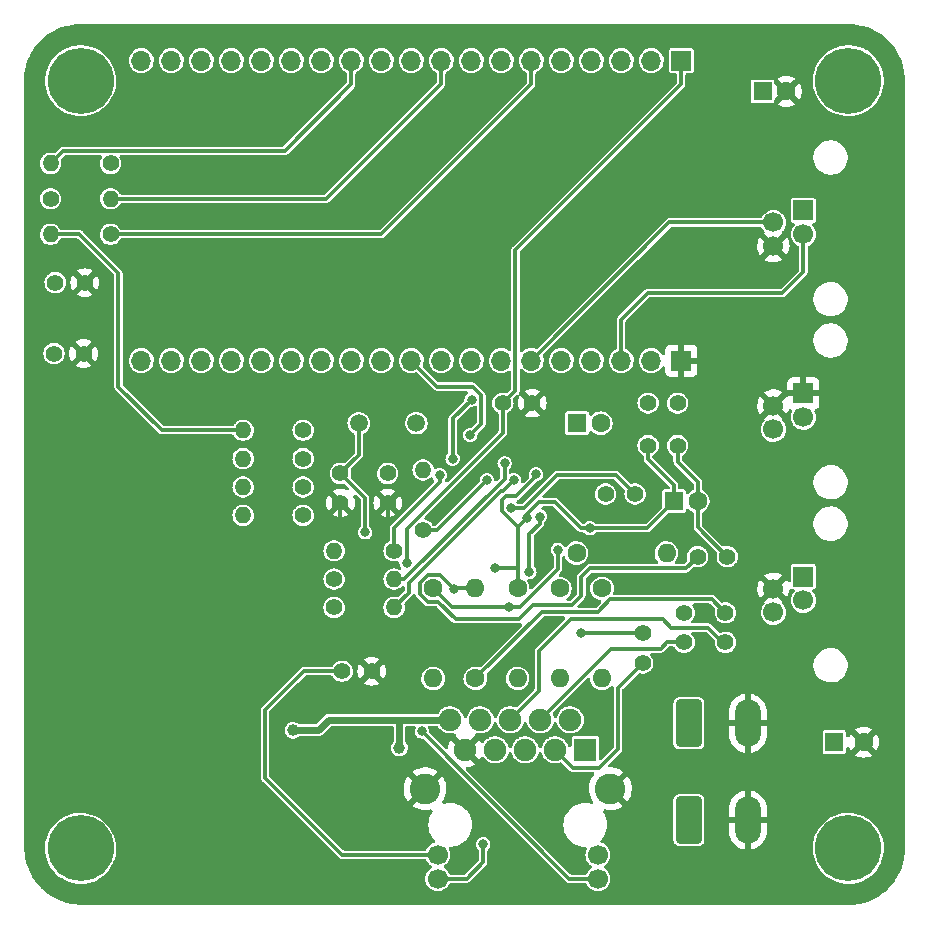
<source format=gbr>
%TF.GenerationSoftware,KiCad,Pcbnew,(6.0.7)*%
%TF.CreationDate,2022-08-02T16:10:14+02:00*%
%TF.ProjectId,school_meteo,7363686f-6f6c-45f6-9d65-74656f2e6b69,rev?*%
%TF.SameCoordinates,Original*%
%TF.FileFunction,Copper,L2,Bot*%
%TF.FilePolarity,Positive*%
%FSLAX46Y46*%
G04 Gerber Fmt 4.6, Leading zero omitted, Abs format (unit mm)*
G04 Created by KiCad (PCBNEW (6.0.7)) date 2022-08-02 16:10:14*
%MOMM*%
%LPD*%
G01*
G04 APERTURE LIST*
G04 Aperture macros list*
%AMRoundRect*
0 Rectangle with rounded corners*
0 $1 Rounding radius*
0 $2 $3 $4 $5 $6 $7 $8 $9 X,Y pos of 4 corners*
0 Add a 4 corners polygon primitive as box body*
4,1,4,$2,$3,$4,$5,$6,$7,$8,$9,$2,$3,0*
0 Add four circle primitives for the rounded corners*
1,1,$1+$1,$2,$3*
1,1,$1+$1,$4,$5*
1,1,$1+$1,$6,$7*
1,1,$1+$1,$8,$9*
0 Add four rect primitives between the rounded corners*
20,1,$1+$1,$2,$3,$4,$5,0*
20,1,$1+$1,$4,$5,$6,$7,0*
20,1,$1+$1,$6,$7,$8,$9,0*
20,1,$1+$1,$8,$9,$2,$3,0*%
G04 Aperture macros list end*
%TA.AperFunction,ComponentPad*%
%ADD10R,1.900000X1.900000*%
%TD*%
%TA.AperFunction,ComponentPad*%
%ADD11C,1.900000*%
%TD*%
%TA.AperFunction,ComponentPad*%
%ADD12C,2.600000*%
%TD*%
%TA.AperFunction,ComponentPad*%
%ADD13C,1.700000*%
%TD*%
%TA.AperFunction,ComponentPad*%
%ADD14R,1.600000X1.600000*%
%TD*%
%TA.AperFunction,ComponentPad*%
%ADD15C,1.600000*%
%TD*%
%TA.AperFunction,ComponentPad*%
%ADD16C,1.400000*%
%TD*%
%TA.AperFunction,ComponentPad*%
%ADD17O,1.400000X1.400000*%
%TD*%
%TA.AperFunction,ComponentPad*%
%ADD18C,5.600000*%
%TD*%
%TA.AperFunction,ComponentPad*%
%ADD19R,1.700000X1.700000*%
%TD*%
%TA.AperFunction,ComponentPad*%
%ADD20O,1.600000X1.600000*%
%TD*%
%TA.AperFunction,ComponentPad*%
%ADD21RoundRect,0.305556X-0.794444X-1.694444X0.794444X-1.694444X0.794444X1.694444X-0.794444X1.694444X0*%
%TD*%
%TA.AperFunction,ComponentPad*%
%ADD22O,2.200000X4.000000*%
%TD*%
%TA.AperFunction,ComponentPad*%
%ADD23O,1.700000X1.700000*%
%TD*%
%TA.AperFunction,ComponentPad*%
%ADD24C,1.500000*%
%TD*%
%TA.AperFunction,ViaPad*%
%ADD25C,0.800000*%
%TD*%
%TA.AperFunction,ViaPad*%
%ADD26C,1.200000*%
%TD*%
%TA.AperFunction,ViaPad*%
%ADD27C,1.000000*%
%TD*%
%TA.AperFunction,Conductor*%
%ADD28C,0.300000*%
%TD*%
%TA.AperFunction,Conductor*%
%ADD29C,0.600000*%
%TD*%
G04 APERTURE END LIST*
D10*
%TO.P,J5,1,TX+*%
%TO.N,/TX+*%
X50730000Y13350000D03*
D11*
%TO.P,J5,2,TX-*%
%TO.N,/TX-*%
X49460000Y15890000D03*
%TO.P,J5,3,RX+*%
%TO.N,Net-(C15-Pad2)*%
X48190000Y13350000D03*
%TO.P,J5,4,TCT*%
%TO.N,Net-(C12-Pad1)*%
X46920000Y15890000D03*
%TO.P,J5,5,P5*%
%TO.N,unconnected-(J5-Pad5)*%
X45650000Y13350000D03*
%TO.P,J5,6,RX-*%
%TO.N,Net-(C16-Pad2)*%
X44380000Y15890000D03*
%TO.P,J5,7,RTC*%
%TO.N,Net-(C14-Pad1)*%
X43110000Y13350000D03*
%TO.P,J5,8,P8*%
%TO.N,unconnected-(J5-Pad8)*%
X41840000Y15890000D03*
D12*
%TO.P,J5,9,DC-*%
%TO.N,GND*%
X37165000Y10050000D03*
D11*
X40570000Y13350000D03*
D12*
X52865000Y10050000D03*
D11*
%TO.P,J5,10,DC+*%
%TO.N,VPP*%
X39300000Y15890000D03*
D13*
%TO.P,J5,11,GREENLED_A*%
%TO.N,+3V3*%
X38230000Y4460000D03*
%TO.P,J5,12,GREENLED_K*%
%TO.N,/GREENLED*%
X38230000Y2430000D03*
%TO.P,J5,13,YELLOWLED_A*%
%TO.N,+3V3*%
X51800000Y4460000D03*
%TO.P,J5,14,YELLOWLED_K*%
%TO.N,/YELLOWLED*%
X51800000Y2430000D03*
%TD*%
D14*
%TO.P,C6,1*%
%TO.N,Net-(C6-Pad1)*%
X50044887Y41000000D03*
D15*
%TO.P,C6,2*%
%TO.N,GNDA*%
X52044887Y41000000D03*
%TD*%
D16*
%TO.P,C3,1*%
%TO.N,+3V3*%
X43750000Y42700000D03*
%TO.P,C3,2*%
%TO.N,GND*%
X46250000Y42700000D03*
%TD*%
%TO.P,R4,1*%
%TO.N,/GREENLED*%
X29460000Y25400000D03*
D17*
%TO.P,R4,2*%
%TO.N,Net-(R4-Pad2)*%
X34540000Y25400000D03*
%TD*%
D18*
%TO.P,H3,1*%
%TO.N,N/C*%
X73000000Y70000000D03*
%TD*%
%TO.P,H4,1*%
%TO.N,N/C*%
X8000000Y70000000D03*
%TD*%
D16*
%TO.P,C8,1*%
%TO.N,VDDA*%
X56050000Y39100000D03*
%TO.P,C8,2*%
%TO.N,GNDA*%
X58550000Y39100000D03*
%TD*%
%TO.P,C1,1*%
%TO.N,Net-(C1-Pad1)*%
X30000000Y36750000D03*
%TO.P,C1,2*%
%TO.N,GND*%
X30000000Y34250000D03*
%TD*%
%TO.P,R10,1*%
%TO.N,Wind dir*%
X10540000Y57000000D03*
D17*
%TO.P,R10,2*%
%TO.N,+3V3*%
X5460000Y57000000D03*
%TD*%
D16*
%TO.P,C9,1*%
%TO.N,VDDA*%
X56050000Y42700000D03*
%TO.P,C9,2*%
%TO.N,GNDA*%
X58550000Y42700000D03*
%TD*%
%TO.P,C5,1*%
%TO.N,Net-(C5-Pad1)*%
X52450000Y35000000D03*
%TO.P,C5,2*%
%TO.N,GNDA*%
X54950000Y35000000D03*
%TD*%
D19*
%TO.P,J3,1*%
%TO.N,unconnected-(J3-Pad1)*%
X69200000Y28020000D03*
D13*
%TO.P,J3,2*%
%TO.N,GND*%
X66660000Y27000000D03*
%TO.P,J3,3*%
%TO.N,Rain*%
X69200000Y26000000D03*
%TO.P,J3,4*%
%TO.N,unconnected-(J3-Pad4)*%
X66660000Y24980000D03*
%TD*%
D18*
%TO.P,H1,1*%
%TO.N,N/C*%
X8000000Y5000000D03*
%TD*%
D15*
%TO.P,R16,1*%
%TO.N,/RX-*%
X41425000Y19390000D03*
D20*
%TO.P,R16,2*%
%TO.N,Net-(C14-Pad1)*%
X41425000Y27010000D03*
%TD*%
D16*
%TO.P,R12,1*%
%TO.N,+3V3*%
X5460000Y60000000D03*
D17*
%TO.P,R12,2*%
%TO.N,Rain*%
X10540000Y60000000D03*
%TD*%
D16*
%TO.P,R6,1*%
%TO.N,Net-(R6-Pad1)*%
X26840000Y38000000D03*
D17*
%TO.P,R6,2*%
%TO.N,+3V3*%
X21760000Y38000000D03*
%TD*%
D16*
%TO.P,R8,1*%
%TO.N,Net-(R8-Pad1)*%
X26840000Y33200000D03*
D17*
%TO.P,R8,2*%
%TO.N,+3V3*%
X21760000Y33200000D03*
%TD*%
D16*
%TO.P,C14,1*%
%TO.N,Net-(C14-Pad1)*%
X60250000Y29700000D03*
%TO.P,C14,2*%
%TO.N,GNDA*%
X62750000Y29700000D03*
%TD*%
D14*
%TO.P,C10,1*%
%TO.N,VDDA*%
X58244887Y34400000D03*
D15*
%TO.P,C10,2*%
%TO.N,GNDA*%
X60244887Y34400000D03*
%TD*%
D16*
%TO.P,C15,1*%
%TO.N,/RX+*%
X55600000Y23200000D03*
%TO.P,C15,2*%
%TO.N,Net-(C15-Pad2)*%
X55600000Y20700000D03*
%TD*%
D19*
%TO.P,J1,1*%
%TO.N,+3V3*%
X69200000Y59020000D03*
D13*
%TO.P,J1,2*%
%TO.N,SDA*%
X66660000Y58000000D03*
%TO.P,J1,3*%
%TO.N,SCL*%
X69200000Y57000000D03*
%TO.P,J1,4*%
%TO.N,GND*%
X66660000Y55980000D03*
%TD*%
D14*
%TO.P,C4,1*%
%TO.N,+3V3*%
X65744888Y69100000D03*
D15*
%TO.P,C4,2*%
%TO.N,GND*%
X67744888Y69100000D03*
%TD*%
D16*
%TO.P,C12,1*%
%TO.N,Net-(C12-Pad1)*%
X59100000Y22450000D03*
%TO.P,C12,2*%
%TO.N,GNDA*%
X59100000Y24950000D03*
%TD*%
%TO.P,C11,1*%
%TO.N,Rain*%
X5850000Y52900000D03*
%TO.P,C11,2*%
%TO.N,GND*%
X8350000Y52900000D03*
%TD*%
%TO.P,C16,1*%
%TO.N,/RX-*%
X62600000Y24950000D03*
%TO.P,C16,2*%
%TO.N,Net-(C16-Pad2)*%
X62600000Y22450000D03*
%TD*%
%TO.P,R1,1*%
%TO.N,Net-(C1-Pad1)*%
X37000000Y31960000D03*
D17*
%TO.P,R1,2*%
%TO.N,Net-(C2-Pad1)*%
X37000000Y37040000D03*
%TD*%
D16*
%TO.P,R2,1*%
%TO.N,/IRQ*%
X34540000Y30200000D03*
D17*
%TO.P,R2,2*%
%TO.N,+3V3*%
X29460000Y30200000D03*
%TD*%
D21*
%TO.P,J4,1,Pin_1*%
%TO.N,VPP*%
X59500000Y7400000D03*
X59500000Y15600000D03*
D22*
%TO.P,J4,2,Pin_2*%
%TO.N,GND*%
X64500000Y15600000D03*
X64500000Y7400000D03*
%TD*%
D16*
%TO.P,R9,1*%
%TO.N,+3V3*%
X10540000Y63000000D03*
D17*
%TO.P,R9,2*%
%TO.N,Wind speed*%
X5460000Y63000000D03*
%TD*%
D15*
%TO.P,R15,1*%
%TO.N,VDDA*%
X52150000Y27010000D03*
D20*
%TO.P,R15,2*%
%TO.N,/TX+*%
X52150000Y19390000D03*
%TD*%
D19*
%TO.P,J2,1*%
%TO.N,GND*%
X69200000Y43520000D03*
D13*
%TO.P,J2,2*%
X66660000Y42500000D03*
%TO.P,J2,3*%
%TO.N,Wind speed*%
X69200000Y41500000D03*
%TO.P,J2,4*%
%TO.N,Wind dir*%
X66660000Y40480000D03*
%TD*%
D16*
%TO.P,R7,1*%
%TO.N,Net-(R7-Pad1)*%
X26840000Y35600000D03*
D17*
%TO.P,R7,2*%
%TO.N,+3V3*%
X21760000Y35600000D03*
%TD*%
D19*
%TO.P,U1,1,+3.3*%
%TO.N,+3V3*%
X58860000Y71700000D03*
D23*
%TO.P,U1,2,EN*%
%TO.N,unconnected-(U1-Pad2)*%
X56320000Y71700000D03*
%TO.P,U1,3,VP*%
%TO.N,unconnected-(U1-Pad3)*%
X53780000Y71700000D03*
%TO.P,U1,4,VN*%
%TO.N,unconnected-(U1-Pad4)*%
X51240000Y71700000D03*
%TO.P,U1,5,GPIO34*%
%TO.N,unconnected-(U1-Pad5)*%
X48700000Y71700000D03*
%TO.P,U1,6,GPIO35*%
%TO.N,Wind dir*%
X46160000Y71700000D03*
%TO.P,U1,7,GPIO32*%
%TO.N,unconnected-(U1-Pad7)*%
X43620000Y71700000D03*
%TO.P,U1,8,GPIO33*%
%TO.N,unconnected-(U1-Pad8)*%
X41080000Y71700000D03*
%TO.P,U1,9,GPIO25*%
%TO.N,Rain*%
X38540000Y71700000D03*
%TO.P,U1,10,GPIO26*%
%TO.N,unconnected-(U1-Pad10)*%
X36000000Y71700000D03*
%TO.P,U1,11,GPIO27*%
%TO.N,unconnected-(U1-Pad11)*%
X33460000Y71700000D03*
%TO.P,U1,12,GPIO14*%
%TO.N,Wind speed*%
X30920000Y71700000D03*
%TO.P,U1,13,GPIO12*%
%TO.N,unconnected-(U1-Pad13)*%
X28380000Y71700000D03*
%TO.P,U1,14,GND*%
%TO.N,unconnected-(U1-Pad14)*%
X25840000Y71700000D03*
%TO.P,U1,15,GPIO13*%
%TO.N,unconnected-(U1-Pad15)*%
X23300000Y71700000D03*
%TO.P,U1,16,GPIO9*%
%TO.N,unconnected-(U1-Pad16)*%
X20760000Y71700000D03*
%TO.P,U1,17,GPIO10*%
%TO.N,unconnected-(U1-Pad17)*%
X18220000Y71700000D03*
%TO.P,U1,18,GPIO11*%
%TO.N,unconnected-(U1-Pad18)*%
X15680000Y71700000D03*
%TO.P,U1,19,+5.0V*%
%TO.N,unconnected-(U1-Pad19)*%
X13140000Y71700000D03*
%TO.P,U1,20,GPIO6*%
%TO.N,unconnected-(U1-Pad20)*%
X13140000Y46300000D03*
%TO.P,U1,21,GPIO7*%
%TO.N,unconnected-(U1-Pad21)*%
X15680000Y46300000D03*
%TO.P,U1,22,GPIO8*%
%TO.N,unconnected-(U1-Pad22)*%
X18220000Y46300000D03*
%TO.P,U1,23,GPIO15*%
%TO.N,unconnected-(U1-Pad23)*%
X20760000Y46300000D03*
%TO.P,U1,24,GPIO2*%
%TO.N,unconnected-(U1-Pad24)*%
X23300000Y46300000D03*
%TO.P,U1,25,GPIO0*%
%TO.N,unconnected-(U1-Pad25)*%
X25840000Y46300000D03*
%TO.P,U1,26,GPIO4*%
%TO.N,unconnected-(U1-Pad26)*%
X28380000Y46300000D03*
%TO.P,U1,27,GPIO16*%
%TO.N,unconnected-(U1-Pad27)*%
X30920000Y46300000D03*
%TO.P,U1,28,GPIO17*%
%TO.N,unconnected-(U1-Pad28)*%
X33460000Y46300000D03*
%TO.P,U1,29,GPIO5*%
%TO.N,SCS*%
X36000000Y46300000D03*
%TO.P,U1,30,GPIO18*%
%TO.N,SCK*%
X38540000Y46300000D03*
%TO.P,U1,31,GPIO19*%
%TO.N,MISO*%
X41080000Y46300000D03*
%TO.P,U1,32,GND*%
%TO.N,unconnected-(U1-Pad32)*%
X43620000Y46300000D03*
%TO.P,U1,33,GPIO21*%
%TO.N,SDA*%
X46160000Y46300000D03*
%TO.P,U1,34,GPIO3*%
%TO.N,unconnected-(U1-Pad34)*%
X48700000Y46300000D03*
%TO.P,U1,35,GPIO1*%
%TO.N,unconnected-(U1-Pad35)*%
X51240000Y46300000D03*
%TO.P,U1,36,GPIO22*%
%TO.N,SCL*%
X53780000Y46300000D03*
%TO.P,U1,37,GPIO23*%
%TO.N,MOSI*%
X56320000Y46300000D03*
D19*
%TO.P,U1,38,GND*%
%TO.N,GND*%
X58860000Y46300000D03*
%TD*%
D15*
%TO.P,R11,1*%
%TO.N,GNDA*%
X49990000Y30000000D03*
D20*
%TO.P,R11,2*%
%TO.N,Net-(R11-Pad2)*%
X57610000Y30000000D03*
%TD*%
D16*
%TO.P,C2,1*%
%TO.N,Net-(C2-Pad1)*%
X34000000Y36750000D03*
%TO.P,C2,2*%
%TO.N,GND*%
X34000000Y34250000D03*
%TD*%
%TO.P,R5,1*%
%TO.N,Net-(R5-Pad1)*%
X26840000Y40400000D03*
D17*
%TO.P,R5,2*%
%TO.N,+3V3*%
X21760000Y40400000D03*
%TD*%
D16*
%TO.P,R3,1*%
%TO.N,/YELLOWLED*%
X29460000Y27800000D03*
D17*
%TO.P,R3,2*%
%TO.N,Net-(R3-Pad2)*%
X34540000Y27800000D03*
%TD*%
D16*
%TO.P,C17,1*%
%TO.N,GND*%
X32650000Y20000000D03*
%TO.P,C17,2*%
%TO.N,+3V3*%
X30150000Y20000000D03*
%TD*%
%TO.P,C7,1*%
%TO.N,Wind speed*%
X5750000Y46900000D03*
%TO.P,C7,2*%
%TO.N,GND*%
X8250000Y46900000D03*
%TD*%
D24*
%TO.P,Y1,1,1*%
%TO.N,Net-(C1-Pad1)*%
X31550000Y41000000D03*
%TO.P,Y1,2,2*%
%TO.N,Net-(C2-Pad1)*%
X36430000Y41000000D03*
%TD*%
D18*
%TO.P,H2,1*%
%TO.N,N/C*%
X73000000Y5000000D03*
%TD*%
D15*
%TO.P,R14,1*%
%TO.N,/RX+*%
X37850000Y27010000D03*
D20*
%TO.P,R14,2*%
%TO.N,Net-(C14-Pad1)*%
X37850000Y19390000D03*
%TD*%
D15*
%TO.P,R17,1*%
%TO.N,VDDA*%
X45000000Y27010000D03*
D20*
%TO.P,R17,2*%
%TO.N,Net-(C12-Pad1)*%
X45000000Y19390000D03*
%TD*%
D14*
%TO.P,C13,1*%
%TO.N,VPP*%
X71817620Y14000000D03*
D15*
%TO.P,C13,2*%
%TO.N,GND*%
X74317620Y14000000D03*
%TD*%
%TO.P,R13,1*%
%TO.N,VDDA*%
X48575000Y27010000D03*
D20*
%TO.P,R13,2*%
%TO.N,/TX-*%
X48575000Y19390000D03*
%TD*%
D25*
%TO.N,/GREENLED*%
X42100000Y5350000D03*
%TO.N,Net-(C1-Pad1)*%
X42400000Y36200000D03*
X32100000Y31749500D03*
D26*
%TO.N,GND*%
X18000000Y4000000D03*
D25*
X36400000Y1600000D03*
D26*
X23000000Y7500000D03*
D25*
X50200000Y10100000D03*
D26*
X18000000Y7500000D03*
X23000000Y4000000D03*
D25*
X43400000Y6150000D03*
%TO.N,+3V3*%
X35600000Y29200000D03*
%TO.N,GNDA*%
X44470023Y33829977D03*
%TO.N,VDDA*%
X51100000Y32100000D03*
X45800000Y33000000D03*
D27*
%TO.N,VPP*%
X26000000Y15000000D03*
X35000000Y13500000D03*
D25*
%TO.N,Net-(C14-Pad1)*%
X39600000Y27000000D03*
%TO.N,/RX+*%
X44300000Y25400000D03*
X48400000Y30300000D03*
X50400000Y23200000D03*
%TO.N,/RX-*%
X46000000Y28400000D03*
X46899503Y33100000D03*
%TO.N,VDDA*%
X43100000Y28700000D03*
X46579977Y36679977D03*
%TO.N,/YELLOWLED*%
X36900000Y14900000D03*
%TO.N,/IRQ*%
X38400000Y36600000D03*
%TO.N,Net-(R3-Pad2)*%
X43900000Y37600000D03*
%TO.N,Net-(R4-Pad2)*%
X44700000Y36200000D03*
%TO.N,SCS*%
X41000000Y40000000D03*
%TO.N,MISO*%
X41100000Y43000000D03*
X39500000Y38000000D03*
%TD*%
D28*
%TO.N,/GREENLED*%
X42100000Y5350000D02*
X42100000Y3850000D01*
X42100000Y3850000D02*
X40680000Y2430000D01*
X40680000Y2430000D02*
X38230000Y2430000D01*
%TO.N,+3V3*%
X38230000Y4460000D02*
X30140000Y4460000D01*
X30140000Y4460000D02*
X23600000Y11000000D01*
%TO.N,VDDA*%
X45800000Y33000000D02*
X45760661Y33000000D01*
X45760661Y33000000D02*
X45000000Y32239339D01*
%TO.N,SCS*%
X36000000Y46300000D02*
X38200000Y44100000D01*
X38200000Y44100000D02*
X41200000Y44100000D01*
%TO.N,Net-(C1-Pad1)*%
X31550000Y41000000D02*
X31550000Y38300000D01*
X32100000Y34650000D02*
X30000000Y36750000D01*
X31550000Y38300000D02*
X30000000Y36750000D01*
X32100000Y34650000D02*
X32100000Y31749500D01*
X42400000Y36200000D02*
X38160000Y31960000D01*
X38160000Y31960000D02*
X37000000Y31960000D01*
%TO.N,GND*%
X30000000Y32100000D02*
X30000000Y34250000D01*
X34000000Y34250000D02*
X34000000Y32100000D01*
X32900000Y31000000D02*
X31100000Y31000000D01*
X34000000Y32100000D02*
X32900000Y31000000D01*
X31100000Y31000000D02*
X30000000Y32100000D01*
%TO.N,+3V3*%
X44820000Y43770000D02*
X44820000Y55660000D01*
X7900000Y57000000D02*
X11200000Y53700000D01*
X11200000Y44100000D02*
X14900000Y40400000D01*
X11200000Y53700000D02*
X11200000Y44100000D01*
X35600000Y29200000D02*
X35600000Y32044925D01*
X43750000Y42700000D02*
X44820000Y43770000D01*
X14900000Y40400000D02*
X21760000Y40400000D01*
X58860000Y69700000D02*
X44820000Y55660000D01*
X23600000Y11000000D02*
X23600000Y16700000D01*
X23600000Y16700000D02*
X26900000Y20000000D01*
X35600000Y32044925D02*
X43750000Y40194925D01*
X43750000Y40194925D02*
X43750000Y42700000D01*
X58860000Y71700000D02*
X58860000Y69700000D01*
X26900000Y20000000D02*
X30150000Y20000000D01*
X5460000Y57000000D02*
X7900000Y57000000D01*
%TO.N,GNDA*%
X60244887Y36055113D02*
X60244887Y34400000D01*
X44470023Y33829977D02*
X45570844Y33829977D01*
X48340867Y36600000D02*
X53350000Y36600000D01*
X60244887Y34400000D02*
X60244887Y32205113D01*
X60244887Y32205113D02*
X62750000Y29700000D01*
X53350000Y36600000D02*
X54950000Y35000000D01*
X58550000Y39100000D02*
X58550000Y37750000D01*
X45570844Y33829977D02*
X48340867Y36600000D01*
X58550000Y37750000D02*
X60244887Y36055113D01*
%TO.N,Wind speed*%
X30920000Y69700000D02*
X30920000Y71700000D01*
X5460000Y63000000D02*
X6510000Y64050000D01*
X25270000Y64050000D02*
X30920000Y69700000D01*
X6510000Y64050000D02*
X25270000Y64050000D01*
%TO.N,VDDA*%
X50400000Y32100000D02*
X51100000Y32100000D01*
X46788839Y34300000D02*
X48200000Y34300000D01*
X45800000Y33000000D02*
X45800000Y33311161D01*
X58244887Y35755113D02*
X58244887Y34400000D01*
X45800000Y33311161D02*
X46788839Y34300000D01*
X56050000Y39100000D02*
X56050000Y37950000D01*
X55944887Y32100000D02*
X58244887Y34400000D01*
X51100000Y32100000D02*
X55944887Y32100000D01*
X56050000Y37950000D02*
X58244887Y35755113D01*
X48200000Y34300000D02*
X50400000Y32100000D01*
%TO.N,Rain*%
X28800000Y60000000D02*
X38540000Y69740000D01*
X10540000Y60000000D02*
X28800000Y60000000D01*
X38540000Y71700000D02*
X38540000Y69740000D01*
%TO.N,Net-(C12-Pad1)*%
X46905000Y15890000D02*
X52915000Y21900000D01*
X57650000Y22450000D02*
X59100000Y22450000D01*
X57100000Y21900000D02*
X57650000Y22450000D01*
X52915000Y21900000D02*
X57100000Y21900000D01*
D29*
%TO.N,VPP*%
X35000000Y13500000D02*
X35000000Y15750000D01*
X26000000Y15000000D02*
X28120000Y15000000D01*
X35140000Y15890000D02*
X39285000Y15890000D01*
X28120000Y15000000D02*
X29010000Y15890000D01*
X29010000Y15890000D02*
X35140000Y15890000D01*
X35000000Y15750000D02*
X35140000Y15890000D01*
D28*
%TO.N,Net-(C14-Pad1)*%
X59250000Y28700000D02*
X60250000Y29700000D01*
X39610000Y27010000D02*
X39600000Y27000000D01*
X46300000Y25600000D02*
X49600000Y25600000D01*
X36700000Y27486346D02*
X36700000Y26533654D01*
X41425000Y27010000D02*
X39610000Y27010000D01*
X37373654Y25860000D02*
X38292894Y25860000D01*
X38440000Y28160000D02*
X37373654Y28160000D01*
X50400000Y28000000D02*
X51100000Y28700000D01*
X36700000Y26533654D02*
X37373654Y25860000D01*
X49600000Y25600000D02*
X50400000Y26400000D01*
X50400000Y26400000D02*
X50400000Y28000000D01*
X37373654Y28160000D02*
X36700000Y27486346D01*
X39600000Y27000000D02*
X38440000Y28160000D01*
X45100000Y24400000D02*
X46300000Y25600000D01*
X51100000Y28700000D02*
X59250000Y28700000D01*
X39752894Y24400000D02*
X45100000Y24400000D01*
X38292894Y25860000D02*
X39752894Y24400000D01*
%TO.N,/RX+*%
X48400000Y28630673D02*
X45169327Y25400000D01*
X45169327Y25400000D02*
X44300000Y25400000D01*
X50400000Y23200000D02*
X55600000Y23200000D01*
X44300000Y25400000D02*
X39460000Y25400000D01*
X39460000Y25400000D02*
X37850000Y27010000D01*
X48400000Y30300000D02*
X48400000Y28630673D01*
%TO.N,Net-(C15-Pad2)*%
X55600000Y20700000D02*
X53500000Y18600000D01*
X53500000Y13400000D02*
X51900000Y11800000D01*
X53500000Y18600000D02*
X53500000Y13400000D01*
X49725000Y11800000D02*
X48175000Y13350000D01*
X51900000Y11800000D02*
X49725000Y11800000D01*
%TO.N,/RX-*%
X46899503Y32499503D02*
X46000000Y31600000D01*
X62600000Y24950000D02*
X61450000Y26100000D01*
X46000000Y31600000D02*
X46000000Y28400000D01*
X47035000Y25000000D02*
X41425000Y19390000D01*
X51766346Y25000000D02*
X47035000Y25000000D01*
X61450000Y26100000D02*
X52866346Y26100000D01*
X46899503Y33100000D02*
X46899503Y32499503D01*
X52866346Y26100000D02*
X51766346Y25000000D01*
%TO.N,Net-(C16-Pad2)*%
X62600000Y22250000D02*
X61150000Y23700000D01*
X49500000Y24400000D02*
X46800000Y21700000D01*
X46800000Y21700000D02*
X46800000Y18325000D01*
X57300000Y24400000D02*
X49500000Y24400000D01*
X58000000Y23700000D02*
X57300000Y24400000D01*
X46800000Y18325000D02*
X44365000Y15890000D01*
X61150000Y23700000D02*
X58000000Y23700000D01*
%TO.N,VDDA*%
X45000000Y28700000D02*
X45000000Y27010000D01*
X45000000Y32239339D02*
X45000000Y28700000D01*
X43700000Y33539339D02*
X45000000Y32239339D01*
X46579977Y36509969D02*
X44870008Y34800000D01*
X46600000Y36659954D02*
X46579977Y36679977D01*
X43100000Y28700000D02*
X45000000Y28700000D01*
X43700000Y34500000D02*
X43700000Y33539339D01*
X44870008Y34800000D02*
X44000000Y34800000D01*
X44000000Y34800000D02*
X43700000Y34500000D01*
X46579977Y36679977D02*
X46579977Y36509969D01*
%TO.N,SDA*%
X46160000Y46300000D02*
X57860000Y58000000D01*
X57860000Y58000000D02*
X66660000Y58000000D01*
%TO.N,SCL*%
X53780000Y49780000D02*
X53780000Y46300000D01*
X69200000Y57000000D02*
X69200000Y53800000D01*
X56000000Y52000000D02*
X53780000Y49780000D01*
X67400000Y52000000D02*
X56000000Y52000000D01*
X69200000Y53800000D02*
X67400000Y52000000D01*
%TO.N,Wind dir*%
X46160000Y71700000D02*
X46160000Y69700000D01*
X10540000Y57000000D02*
X33460000Y57000000D01*
X46160000Y69700000D02*
X33460000Y57000000D01*
%TO.N,/YELLOWLED*%
X51785000Y2430000D02*
X49370000Y2430000D01*
X49370000Y2430000D02*
X36900000Y14900000D01*
%TO.N,/IRQ*%
X38400000Y36600000D02*
X38400000Y36000000D01*
X34540000Y32140000D02*
X34540000Y30200000D01*
X38400000Y36000000D02*
X34540000Y32140000D01*
%TO.N,Net-(R3-Pad2)*%
X43900000Y36300000D02*
X35400000Y27800000D01*
X35400000Y27800000D02*
X34540000Y27800000D01*
X43900000Y37600000D02*
X43900000Y36300000D01*
%TO.N,Net-(R4-Pad2)*%
X43800000Y35300000D02*
X43607107Y35300000D01*
X44700000Y36200000D02*
X43800000Y35300000D01*
X35800000Y26660000D02*
X34540000Y25400000D01*
X43607107Y35300000D02*
X35800000Y27492893D01*
X35800000Y27492893D02*
X35800000Y26660000D01*
%TO.N,SCS*%
X41000000Y40000000D02*
X41932900Y40932900D01*
X41932900Y40932900D02*
X41932900Y43367100D01*
X41932900Y43367100D02*
X41200000Y44100000D01*
%TO.N,MISO*%
X41100000Y43000000D02*
X39500000Y41400000D01*
X39500000Y41400000D02*
X39500000Y38000000D01*
%TD*%
%TA.AperFunction,Conductor*%
%TO.N,GND*%
G36*
X72972437Y74798124D02*
G01*
X72983286Y74798105D01*
X72999641Y74794344D01*
X73016007Y74798047D01*
X73030877Y74798021D01*
X73037114Y74797879D01*
X73239918Y74789025D01*
X73411813Y74781519D01*
X73424749Y74780388D01*
X73826977Y74727434D01*
X73839765Y74725179D01*
X74080495Y74671811D01*
X74235850Y74637369D01*
X74248405Y74634005D01*
X74635322Y74512011D01*
X74647537Y74507565D01*
X75022345Y74352314D01*
X75034125Y74346821D01*
X75393981Y74159492D01*
X75405239Y74152992D01*
X75747399Y73935012D01*
X75758041Y73927560D01*
X76079900Y73680588D01*
X76089850Y73672240D01*
X76388978Y73398140D01*
X76398140Y73388978D01*
X76672240Y73089850D01*
X76680588Y73079900D01*
X76927560Y72758041D01*
X76935012Y72747399D01*
X77037422Y72586648D01*
X77152992Y72405239D01*
X77159492Y72393981D01*
X77308007Y72108687D01*
X77346821Y72034125D01*
X77352314Y72022345D01*
X77507565Y71647537D01*
X77512011Y71635322D01*
X77634005Y71248405D01*
X77637369Y71235850D01*
X77721424Y70856706D01*
X77725178Y70839772D01*
X77727434Y70826977D01*
X77756659Y70604989D01*
X77780387Y70424755D01*
X77781520Y70411806D01*
X77797982Y70034757D01*
X77798124Y70027998D01*
X77798104Y70016712D01*
X77794344Y70000359D01*
X77798047Y69983993D01*
X77798030Y69974081D01*
X77799500Y69960926D01*
X77799500Y5039690D01*
X77798124Y5027563D01*
X77798105Y5016714D01*
X77794344Y5000359D01*
X77798047Y4983993D01*
X77798021Y4969123D01*
X77797879Y4962886D01*
X77791405Y4814594D01*
X77782788Y4617230D01*
X77781520Y4588194D01*
X77780388Y4575251D01*
X77730644Y4197402D01*
X77727435Y4173030D01*
X77725179Y4160235D01*
X77697986Y4037573D01*
X77637369Y3764150D01*
X77634005Y3751595D01*
X77512011Y3364678D01*
X77507565Y3352463D01*
X77437862Y3184185D01*
X77369849Y3019987D01*
X77352314Y2977655D01*
X77346822Y2965878D01*
X77334671Y2942535D01*
X77159492Y2606019D01*
X77152992Y2594761D01*
X76961396Y2294015D01*
X76935016Y2252607D01*
X76927562Y2241962D01*
X76887090Y2189218D01*
X76680588Y1920100D01*
X76672240Y1910150D01*
X76398140Y1611022D01*
X76388978Y1601860D01*
X76089850Y1327760D01*
X76079900Y1319412D01*
X75932269Y1206130D01*
X75794632Y1100517D01*
X75758041Y1072440D01*
X75747399Y1064988D01*
X75532526Y928099D01*
X75405239Y847008D01*
X75393981Y840508D01*
X75096615Y685709D01*
X75034125Y653179D01*
X75022345Y647686D01*
X74647537Y492435D01*
X74635322Y487989D01*
X74248405Y365995D01*
X74235850Y362631D01*
X74080495Y328189D01*
X73839765Y274821D01*
X73826977Y272566D01*
X73424749Y219612D01*
X73411812Y218481D01*
X73253559Y211571D01*
X73034757Y202018D01*
X73027998Y201876D01*
X73016712Y201896D01*
X73000359Y205656D01*
X72983992Y201953D01*
X72973937Y201970D01*
X72960943Y200522D01*
X49621574Y213288D01*
X8075241Y236012D01*
X8062947Y237411D01*
X8052245Y237430D01*
X8035893Y241190D01*
X8019528Y237487D01*
X8004656Y237513D01*
X7998419Y237655D01*
X7785751Y246940D01*
X7623723Y254014D01*
X7610786Y255145D01*
X7208559Y308100D01*
X7195758Y310357D01*
X6944789Y365995D01*
X6799684Y398164D01*
X6787134Y401526D01*
X6400212Y523522D01*
X6387997Y527968D01*
X6200593Y605593D01*
X6013185Y683220D01*
X6001408Y688712D01*
X5641552Y876041D01*
X5630294Y882541D01*
X5343916Y1064984D01*
X5288134Y1100521D01*
X5277499Y1107968D01*
X5001939Y1319412D01*
X4955634Y1354943D01*
X4945676Y1363299D01*
X4760429Y1533046D01*
X4646567Y1637382D01*
X4637379Y1646570D01*
X4363299Y1945676D01*
X4354943Y1955634D01*
X4208997Y2145835D01*
X4107968Y2277499D01*
X4100517Y2288140D01*
X4096775Y2294015D01*
X3898006Y2606019D01*
X3882541Y2630294D01*
X3876041Y2641552D01*
X3688712Y3001408D01*
X3683219Y3013188D01*
X3527968Y3387997D01*
X3523522Y3400212D01*
X3431809Y3691089D01*
X3401526Y3787134D01*
X3398163Y3799687D01*
X3386002Y3854545D01*
X3310357Y4195758D01*
X3308100Y4208558D01*
X3274012Y4467477D01*
X3255145Y4610786D01*
X3254013Y4623729D01*
X3251906Y4672005D01*
X3246817Y4788555D01*
X3237552Y5000778D01*
X3237410Y5007534D01*
X3237430Y5018821D01*
X3241190Y5035175D01*
X3237486Y5051543D01*
X3237503Y5061310D01*
X3236012Y5074622D01*
X3236001Y5094408D01*
X4995898Y5094408D01*
X4996010Y5090128D01*
X4996010Y5090125D01*
X4996840Y5058436D01*
X5004956Y4748499D01*
X5005559Y4744260D01*
X5005560Y4744252D01*
X5027771Y4588194D01*
X5053712Y4405924D01*
X5054798Y4401783D01*
X5054800Y4401775D01*
X5097165Y4240292D01*
X5141519Y4071223D01*
X5143077Y4067226D01*
X5143079Y4067221D01*
X5263720Y3757795D01*
X5267214Y3748833D01*
X5429130Y3443026D01*
X5625122Y3157856D01*
X5852592Y2897102D01*
X5931528Y2825276D01*
X6105343Y2667116D01*
X6105348Y2667112D01*
X6108524Y2664222D01*
X6112015Y2661714D01*
X6112018Y2661711D01*
X6205189Y2594761D01*
X6389527Y2462301D01*
X6393268Y2460219D01*
X6393274Y2460215D01*
X6688128Y2296101D01*
X6691876Y2294015D01*
X7011563Y2161597D01*
X7015685Y2160423D01*
X7015693Y2160420D01*
X7340219Y2067976D01*
X7340224Y2067975D01*
X7344352Y2066799D01*
X7685831Y2010880D01*
X7690112Y2010678D01*
X7690113Y2010678D01*
X8027189Y1994782D01*
X8027190Y1994782D01*
X8031474Y1994580D01*
X8120601Y2000656D01*
X8372419Y2017823D01*
X8372422Y2017823D01*
X8376700Y2018115D01*
X8716933Y2081173D01*
X8721037Y2082435D01*
X8721043Y2082437D01*
X8974529Y2160420D01*
X9047663Y2182919D01*
X9051585Y2184641D01*
X9051594Y2184644D01*
X9274863Y2282653D01*
X9364507Y2322004D01*
X9506007Y2404690D01*
X9659561Y2494419D01*
X9659568Y2494424D01*
X9663265Y2496584D01*
X9939978Y2704346D01*
X10190977Y2942535D01*
X10412936Y3207995D01*
X10485038Y3317760D01*
X10600554Y3493616D01*
X10600558Y3493622D01*
X10602913Y3497208D01*
X10699960Y3690163D01*
X10756457Y3802494D01*
X10756459Y3802499D01*
X10758390Y3806338D01*
X10761458Y3814721D01*
X10875831Y4127261D01*
X10875833Y4127267D01*
X10877305Y4131290D01*
X10958084Y4467757D01*
X10999654Y4811278D01*
X11005585Y5000000D01*
X10986262Y5335118D01*
X10985913Y5341170D01*
X10985913Y5341171D01*
X10985666Y5345453D01*
X10984873Y5350000D01*
X10926914Y5682087D01*
X10926174Y5686328D01*
X10919763Y5707973D01*
X10829120Y6013978D01*
X10829119Y6013982D01*
X10827897Y6018106D01*
X10788561Y6110329D01*
X10693826Y6332433D01*
X10693822Y6332442D01*
X10692138Y6336389D01*
X10520696Y6636959D01*
X10481316Y6690569D01*
X10318389Y6912366D01*
X10315843Y6915832D01*
X10312916Y6918982D01*
X10083219Y7166166D01*
X10083214Y7166171D01*
X10080295Y7169312D01*
X9817174Y7394038D01*
X9730587Y7452222D01*
X9533532Y7584638D01*
X9533525Y7584642D01*
X9529967Y7587033D01*
X9222482Y7745739D01*
X9218472Y7747254D01*
X9218468Y7747256D01*
X8902808Y7866533D01*
X8902806Y7866534D01*
X8898793Y7868050D01*
X8563190Y7952348D01*
X8558927Y7952909D01*
X8558923Y7952910D01*
X8421499Y7971002D01*
X8220124Y7997513D01*
X8072889Y7999826D01*
X7878426Y8002882D01*
X7878420Y8002882D01*
X7874139Y8002949D01*
X7869873Y8002523D01*
X7869868Y8002523D01*
X7534096Y7969008D01*
X7534088Y7969007D01*
X7529823Y7968581D01*
X7525634Y7967668D01*
X7525630Y7967667D01*
X7195934Y7895782D01*
X7195928Y7895780D01*
X7191739Y7894867D01*
X6864367Y7782783D01*
X6786703Y7745739D01*
X6594369Y7654000D01*
X6552048Y7633814D01*
X6548417Y7631536D01*
X6548411Y7631533D01*
X6313713Y7484307D01*
X6258921Y7449936D01*
X5988871Y7233585D01*
X5745477Y6987629D01*
X5531966Y6715328D01*
X5351168Y6420291D01*
X5205478Y6106430D01*
X5204130Y6102354D01*
X5204128Y6102349D01*
X5128786Y5874536D01*
X5096828Y5777903D01*
X5026658Y5439065D01*
X4995898Y5094408D01*
X3236001Y5094408D01*
X3232762Y11016739D01*
X23245049Y11016739D01*
X23246497Y11004505D01*
X23246497Y11004504D01*
X23248614Y10986616D01*
X23249141Y10981379D01*
X23249500Y10977035D01*
X23249500Y10970885D01*
X23250510Y10964818D01*
X23250510Y10964815D01*
X23252303Y10954044D01*
X23253292Y10947096D01*
X23258764Y10900862D01*
X23262423Y10893242D01*
X23263812Y10884897D01*
X23269661Y10874057D01*
X23285927Y10843911D01*
X23289114Y10837657D01*
X23309274Y10795674D01*
X23312592Y10791726D01*
X23314863Y10789455D01*
X23315950Y10788269D01*
X23319222Y10782206D01*
X23328262Y10773849D01*
X23328264Y10773847D01*
X23355305Y10748851D01*
X23359522Y10744796D01*
X29854490Y4249828D01*
X29862191Y4240292D01*
X29862205Y4240304D01*
X29870494Y4231194D01*
X29877175Y4220848D01*
X29901019Y4202051D01*
X29905077Y4198734D01*
X29908399Y4195919D01*
X29912747Y4191571D01*
X29917744Y4188000D01*
X29917749Y4187996D01*
X29926636Y4181646D01*
X29932253Y4177429D01*
X29968811Y4148608D01*
X29976789Y4145806D01*
X29983670Y4140889D01*
X29995467Y4137361D01*
X30028299Y4127542D01*
X30034976Y4125372D01*
X30070060Y4113051D01*
X30070064Y4113050D01*
X30078906Y4109945D01*
X30084044Y4109500D01*
X30087258Y4109500D01*
X30088860Y4109431D01*
X30095464Y4107456D01*
X30107767Y4107939D01*
X30107770Y4107939D01*
X30144561Y4109385D01*
X30150411Y4109500D01*
X37138021Y4109500D01*
X37212521Y4089538D01*
X37270543Y4028608D01*
X37342712Y3888182D01*
X37398522Y3817767D01*
X37458852Y3741650D01*
X37470677Y3726730D01*
X37476223Y3722010D01*
X37576553Y3636623D01*
X37627564Y3593209D01*
X37633927Y3589653D01*
X37657624Y3576409D01*
X37712918Y3522638D01*
X37733918Y3448424D01*
X37714998Y3373653D01*
X37664108Y3321322D01*
X37664555Y3320639D01*
X37661500Y3318640D01*
X37661227Y3318359D01*
X37660156Y3317760D01*
X37658460Y3316650D01*
X37652002Y3313274D01*
X37641858Y3305118D01*
X37525530Y3211588D01*
X37491447Y3184185D01*
X37486763Y3178603D01*
X37486760Y3178600D01*
X37469354Y3157856D01*
X37359024Y3026370D01*
X37259776Y2845838D01*
X37257573Y2838894D01*
X37257572Y2838891D01*
X37215829Y2707299D01*
X37197484Y2649468D01*
X37196671Y2642224D01*
X37196671Y2642222D01*
X37176771Y2464804D01*
X37174520Y2444738D01*
X37191759Y2239447D01*
X37248544Y2041414D01*
X37342712Y1858182D01*
X37470677Y1696730D01*
X37476223Y1692010D01*
X37582167Y1601845D01*
X37627564Y1563209D01*
X37807398Y1462703D01*
X38003329Y1399041D01*
X38058907Y1392414D01*
X38200662Y1375511D01*
X38200665Y1375511D01*
X38207894Y1374649D01*
X38369918Y1387116D01*
X38406036Y1389895D01*
X38406037Y1389895D01*
X38413300Y1390454D01*
X38481016Y1409361D01*
X38604707Y1443895D01*
X38604712Y1443897D01*
X38611725Y1445855D01*
X38618226Y1449139D01*
X38618229Y1449140D01*
X38789105Y1535456D01*
X38789106Y1535456D01*
X38795610Y1538742D01*
X38957951Y1665576D01*
X39092564Y1821528D01*
X39194323Y2000656D01*
X39196175Y1999604D01*
X39237829Y2051043D01*
X39309834Y2078684D01*
X39325410Y2079500D01*
X40626731Y2079500D01*
X40638919Y2078203D01*
X40638920Y2078222D01*
X40651217Y2077642D01*
X40663261Y2075049D01*
X40675495Y2076497D01*
X40675496Y2076497D01*
X40693384Y2078614D01*
X40698621Y2079141D01*
X40702965Y2079500D01*
X40709115Y2079500D01*
X40715182Y2080510D01*
X40715185Y2080510D01*
X40725956Y2082303D01*
X40732906Y2083292D01*
X40766907Y2087316D01*
X40766909Y2087317D01*
X40779138Y2088764D01*
X40786758Y2092423D01*
X40795103Y2093812D01*
X40836091Y2115928D01*
X40842345Y2119115D01*
X40875879Y2135218D01*
X40884326Y2139274D01*
X40888274Y2142592D01*
X40890545Y2144863D01*
X40891731Y2145950D01*
X40897794Y2149222D01*
X40906151Y2158262D01*
X40906153Y2158264D01*
X40931149Y2185305D01*
X40935204Y2189522D01*
X42310172Y3564490D01*
X42319708Y3572191D01*
X42319696Y3572205D01*
X42328807Y3580495D01*
X42339152Y3587175D01*
X42357935Y3611001D01*
X42361267Y3615077D01*
X42364087Y3618405D01*
X42368428Y3622746D01*
X42371995Y3627737D01*
X42372003Y3627747D01*
X42378345Y3636623D01*
X42382563Y3642241D01*
X42403767Y3669138D01*
X42403769Y3669141D01*
X42411392Y3678811D01*
X42414193Y3686787D01*
X42419111Y3693669D01*
X42432457Y3738297D01*
X42434618Y3744948D01*
X42450055Y3788906D01*
X42450500Y3794044D01*
X42450500Y3797258D01*
X42450569Y3798862D01*
X42452543Y3805463D01*
X42450615Y3854546D01*
X42450500Y3860393D01*
X42450500Y4788555D01*
X42470462Y4863055D01*
X42508794Y4906764D01*
X42520532Y4915771D01*
X42520533Y4915772D01*
X42528282Y4921718D01*
X42624536Y5047159D01*
X42645876Y5098677D01*
X42681307Y5184216D01*
X42685044Y5193238D01*
X42686754Y5206223D01*
X42704407Y5340315D01*
X42705682Y5350000D01*
X42704407Y5359685D01*
X42686319Y5497079D01*
X42686319Y5497081D01*
X42685044Y5506762D01*
X42624536Y5652841D01*
X42528282Y5778282D01*
X42402841Y5874536D01*
X42256762Y5935044D01*
X42247081Y5936319D01*
X42247079Y5936319D01*
X42109685Y5954407D01*
X42100000Y5955682D01*
X42090315Y5954407D01*
X41952921Y5936319D01*
X41952919Y5936319D01*
X41943238Y5935044D01*
X41797159Y5874536D01*
X41671718Y5778282D01*
X41575464Y5652841D01*
X41514956Y5506762D01*
X41513681Y5497081D01*
X41513681Y5497079D01*
X41495593Y5359685D01*
X41494318Y5350000D01*
X41495593Y5340315D01*
X41513247Y5206223D01*
X41514956Y5193238D01*
X41518693Y5184216D01*
X41554125Y5098677D01*
X41575464Y5047159D01*
X41671718Y4921718D01*
X41679467Y4915772D01*
X41679468Y4915771D01*
X41691206Y4906764D01*
X41738158Y4845574D01*
X41749500Y4788555D01*
X41749500Y4056900D01*
X41729538Y3982400D01*
X41705859Y3951541D01*
X40578459Y2824141D01*
X40511664Y2785577D01*
X40473100Y2780500D01*
X39322980Y2780500D01*
X39248480Y2800462D01*
X39191421Y2859549D01*
X39112642Y3007712D01*
X39112640Y3007715D01*
X39109218Y3014151D01*
X39104459Y3019987D01*
X38983612Y3168159D01*
X38983610Y3168161D01*
X38979011Y3173800D01*
X38973401Y3178441D01*
X38973398Y3178444D01*
X38825890Y3300473D01*
X38825889Y3300474D01*
X38820275Y3305118D01*
X38813871Y3308580D01*
X38813869Y3308582D01*
X38805342Y3313192D01*
X38749302Y3366185D01*
X38727266Y3440098D01*
X38745139Y3515127D01*
X38794710Y3568288D01*
X38795610Y3568742D01*
X38957951Y3695576D01*
X39030878Y3780063D01*
X39087803Y3846012D01*
X39087804Y3846014D01*
X39092564Y3851528D01*
X39110140Y3882467D01*
X39190724Y4024320D01*
X39190725Y4024323D01*
X39194323Y4030656D01*
X39259351Y4226137D01*
X39260928Y4238615D01*
X39284649Y4426397D01*
X39285171Y4430526D01*
X39285583Y4460000D01*
X39265480Y4665030D01*
X39205935Y4862251D01*
X39169620Y4930550D01*
X39152271Y5005701D01*
X39174821Y5079459D01*
X39231230Y5132060D01*
X39301180Y5149500D01*
X39368223Y5149500D01*
X39370904Y5149695D01*
X39370917Y5149695D01*
X39469222Y5156828D01*
X39567846Y5163984D01*
X39830080Y5221880D01*
X39923058Y5257106D01*
X40076156Y5315110D01*
X40081211Y5317025D01*
X40315976Y5447426D01*
X40529458Y5610350D01*
X40533225Y5614203D01*
X40533229Y5614207D01*
X40713415Y5798529D01*
X40713418Y5798532D01*
X40717185Y5802386D01*
X40875225Y6019509D01*
X40877736Y6024281D01*
X40877740Y6024288D01*
X40997752Y6252395D01*
X40997753Y6252398D01*
X41000265Y6257172D01*
X41089688Y6510397D01*
X41141620Y6773878D01*
X41154972Y7042095D01*
X41129466Y7309431D01*
X41065636Y7570285D01*
X41059823Y7584638D01*
X40966845Y7814188D01*
X40966844Y7814190D01*
X40964818Y7819192D01*
X40829125Y8050938D01*
X40679019Y8238636D01*
X40664774Y8256449D01*
X40664773Y8256450D01*
X40661399Y8260669D01*
X40582574Y8334303D01*
X40469101Y8440304D01*
X40469100Y8440305D01*
X40465154Y8443991D01*
X40259340Y8586770D01*
X40248941Y8593984D01*
X40248940Y8593985D01*
X40244501Y8597064D01*
X40004062Y8716680D01*
X39748874Y8800335D01*
X39728653Y8803846D01*
X39488761Y8845499D01*
X39488753Y8845500D01*
X39484283Y8846276D01*
X39399433Y8850500D01*
X39231777Y8850500D01*
X39229096Y8850305D01*
X39229083Y8850305D01*
X39130778Y8843172D01*
X39032154Y8836016D01*
X38804502Y8785755D01*
X38727452Y8789186D01*
X38662439Y8830684D01*
X38626885Y8899128D01*
X38630316Y8976180D01*
X38647066Y9011856D01*
X38755367Y9180230D01*
X38760626Y9189915D01*
X38866462Y9424864D01*
X38870226Y9435204D01*
X38940171Y9683211D01*
X38942370Y9694016D01*
X38975114Y9951405D01*
X38975683Y9958847D01*
X38977972Y10046262D01*
X38977793Y10053733D01*
X38958565Y10312467D01*
X38956933Y10323387D01*
X38900068Y10574696D01*
X38896842Y10585246D01*
X38803456Y10825389D01*
X38798706Y10835349D01*
X38670845Y11059058D01*
X38664680Y11068198D01*
X38622924Y11121166D01*
X38610092Y11130748D01*
X38601091Y11126881D01*
X36092556Y8618346D01*
X36084548Y8604475D01*
X36088851Y8597021D01*
X36199758Y8515700D01*
X36209118Y8509851D01*
X36437136Y8389886D01*
X36447270Y8385479D01*
X36690517Y8300534D01*
X36701181Y8297677D01*
X36954325Y8249616D01*
X36965278Y8248368D01*
X37222750Y8238251D01*
X37233773Y8238636D01*
X37489903Y8266687D01*
X37500759Y8268699D01*
X37632742Y8303447D01*
X37709869Y8303110D01*
X37776495Y8264255D01*
X37814767Y8197292D01*
X37814430Y8120165D01*
X37791143Y8071671D01*
X37727955Y7984862D01*
X37727946Y7984847D01*
X37724775Y7980491D01*
X37722264Y7975719D01*
X37722260Y7975712D01*
X37620756Y7782783D01*
X37599735Y7742828D01*
X37510312Y7489603D01*
X37458380Y7226122D01*
X37458112Y7220733D01*
X37458111Y7220727D01*
X37455552Y7169312D01*
X37445028Y6957905D01*
X37470534Y6690569D01*
X37534364Y6429715D01*
X37536385Y6424727D01*
X37536386Y6424722D01*
X37633155Y6185812D01*
X37635182Y6180808D01*
X37770875Y5949062D01*
X37938601Y5739331D01*
X37942549Y5735643D01*
X37967683Y5712164D01*
X38008497Y5646720D01*
X38011122Y5569636D01*
X37974853Y5501568D01*
X37908040Y5460343D01*
X37841557Y5440776D01*
X37841555Y5440775D01*
X37834572Y5438720D01*
X37828117Y5435345D01*
X37828116Y5435345D01*
X37817196Y5429636D01*
X37652002Y5343274D01*
X37645038Y5337675D01*
X37499569Y5220715D01*
X37491447Y5214185D01*
X37486763Y5208603D01*
X37486760Y5208600D01*
X37420419Y5129538D01*
X37359024Y5056370D01*
X37278432Y4909772D01*
X37266308Y4887719D01*
X37212924Y4832051D01*
X37135738Y4810500D01*
X30346900Y4810500D01*
X30272400Y4830462D01*
X30241541Y4854141D01*
X25003749Y10091933D01*
X35352817Y10091933D01*
X35365178Y9834572D01*
X35366524Y9823615D01*
X35416792Y9570901D01*
X35419741Y9560271D01*
X35506806Y9317771D01*
X35511297Y9307683D01*
X35633260Y9080700D01*
X35639177Y9071412D01*
X35707822Y8979487D01*
X35720400Y8969571D01*
X35728654Y8972864D01*
X36791919Y10036129D01*
X36799927Y10050000D01*
X36791919Y10063871D01*
X35731875Y11123915D01*
X35718004Y11131923D01*
X35708624Y11126508D01*
X35692487Y11107105D01*
X35686084Y11098128D01*
X35552412Y10877845D01*
X35547404Y10868017D01*
X35447761Y10630395D01*
X35444261Y10619935D01*
X35380836Y10370196D01*
X35378921Y10359334D01*
X35353105Y10102967D01*
X35352817Y10091933D01*
X25003749Y10091933D01*
X23994141Y11101541D01*
X23955577Y11168336D01*
X23950500Y11206900D01*
X23950500Y11496927D01*
X36081830Y11496927D01*
X36084066Y11490144D01*
X37151129Y10423081D01*
X37165000Y10415073D01*
X37178871Y10423081D01*
X38238290Y11482500D01*
X38246298Y11496371D01*
X38242382Y11503155D01*
X38089753Y11609037D01*
X38080236Y11614643D01*
X37849145Y11728604D01*
X37838925Y11732734D01*
X37593520Y11811289D01*
X37582792Y11813864D01*
X37328482Y11855281D01*
X37317486Y11856243D01*
X37059843Y11859616D01*
X37048838Y11858943D01*
X36793527Y11824196D01*
X36782725Y11821900D01*
X36535359Y11749799D01*
X36525033Y11745939D01*
X36291014Y11638056D01*
X36281394Y11632724D01*
X36092494Y11508875D01*
X36081830Y11496927D01*
X23950500Y11496927D01*
X23950500Y15007389D01*
X25294394Y15007389D01*
X25312999Y14838865D01*
X25316087Y14830428D01*
X25316087Y14830426D01*
X25330664Y14790593D01*
X25371266Y14679644D01*
X25376275Y14672189D01*
X25376276Y14672188D01*
X25458426Y14549936D01*
X25465830Y14538917D01*
X25472472Y14532874D01*
X25472473Y14532872D01*
X25582947Y14432349D01*
X25591233Y14424809D01*
X25599128Y14420522D01*
X25599130Y14420521D01*
X25732344Y14348192D01*
X25732347Y14348191D01*
X25740235Y14343908D01*
X25777743Y14334068D01*
X25895549Y14303162D01*
X25895551Y14303162D01*
X25904233Y14300884D01*
X25913209Y14300743D01*
X26064781Y14298362D01*
X26073760Y14298221D01*
X26239029Y14336072D01*
X26390498Y14412253D01*
X26450854Y14463802D01*
X26520467Y14497005D01*
X26547620Y14499500D01*
X28048491Y14499500D01*
X28060440Y14499020D01*
X28069094Y14498324D01*
X28079447Y14495981D01*
X28090039Y14496638D01*
X28090042Y14496638D01*
X28131554Y14499214D01*
X28140781Y14499500D01*
X28155940Y14499500D01*
X28165134Y14500817D01*
X28177025Y14502035D01*
X28222538Y14504859D01*
X28232523Y14508464D01*
X28242066Y14510440D01*
X28251410Y14513172D01*
X28261918Y14514677D01*
X28271581Y14519070D01*
X28271583Y14519071D01*
X28303427Y14533550D01*
X28314489Y14538054D01*
X28357387Y14553540D01*
X28365962Y14559804D01*
X28374558Y14564375D01*
X28382759Y14569620D01*
X28392428Y14574016D01*
X28400471Y14580947D01*
X28400475Y14580949D01*
X28426976Y14603784D01*
X28436346Y14611224D01*
X28446336Y14618522D01*
X28456486Y14628672D01*
X28464584Y14636190D01*
X28492994Y14660670D01*
X28501037Y14667600D01*
X28506811Y14676508D01*
X28513790Y14684508D01*
X28514071Y14684263D01*
X28522516Y14694702D01*
X29173673Y15345859D01*
X29240468Y15384423D01*
X29279032Y15389500D01*
X34350500Y15389500D01*
X34425000Y15369538D01*
X34479538Y15315000D01*
X34499500Y15240500D01*
X34499500Y14053292D01*
X34479538Y13978792D01*
X34472404Y13967616D01*
X34447718Y13932491D01*
X34378113Y13833453D01*
X34316524Y13675487D01*
X34294394Y13507389D01*
X34295380Y13498458D01*
X34295380Y13498457D01*
X34295748Y13495123D01*
X34312999Y13338865D01*
X34316087Y13330428D01*
X34316087Y13330426D01*
X34345607Y13249761D01*
X34371266Y13179644D01*
X34376275Y13172189D01*
X34376276Y13172188D01*
X34460201Y13047294D01*
X34465830Y13038917D01*
X34472472Y13032874D01*
X34472473Y13032872D01*
X34540545Y12970932D01*
X34591233Y12924809D01*
X34599128Y12920522D01*
X34599130Y12920521D01*
X34732344Y12848192D01*
X34732347Y12848191D01*
X34740235Y12843908D01*
X34777743Y12834068D01*
X34895549Y12803162D01*
X34895551Y12803162D01*
X34904233Y12800884D01*
X34913209Y12800743D01*
X35064781Y12798362D01*
X35073760Y12798221D01*
X35239029Y12836072D01*
X35390498Y12912253D01*
X35412279Y12930856D01*
X35512594Y13016533D01*
X35512596Y13016535D01*
X35519423Y13022366D01*
X35575864Y13100912D01*
X35613124Y13152764D01*
X35613126Y13152768D01*
X35618361Y13160053D01*
X35631305Y13192252D01*
X35678251Y13309031D01*
X35678252Y13309036D01*
X35681601Y13317366D01*
X35705490Y13485222D01*
X35705645Y13500000D01*
X35685276Y13668320D01*
X35625345Y13826923D01*
X35529312Y13966651D01*
X35531452Y13968122D01*
X35503440Y14024551D01*
X35500500Y14054003D01*
X35500500Y15240500D01*
X35520462Y15315000D01*
X35575000Y15369538D01*
X35649500Y15389500D01*
X36229786Y15389500D01*
X36304286Y15369538D01*
X36358824Y15315000D01*
X36378786Y15240500D01*
X36367444Y15183480D01*
X36360445Y15166582D01*
X36314956Y15056762D01*
X36313681Y15047081D01*
X36313681Y15047079D01*
X36305939Y14988270D01*
X36294318Y14900000D01*
X36295593Y14890315D01*
X36312777Y14759792D01*
X36314956Y14743238D01*
X36318693Y14734216D01*
X36341298Y14679644D01*
X36375464Y14597159D01*
X36471718Y14471718D01*
X36597159Y14375464D01*
X36606182Y14371726D01*
X36606183Y14371726D01*
X36714347Y14326923D01*
X36743238Y14314956D01*
X36752919Y14313681D01*
X36752921Y14313681D01*
X36890315Y14295593D01*
X36900000Y14294318D01*
X36909685Y14295593D01*
X36924353Y14297524D01*
X37000822Y14287457D01*
X37049160Y14255158D01*
X49084490Y2219828D01*
X49092191Y2210292D01*
X49092205Y2210304D01*
X49100495Y2201193D01*
X49107175Y2190848D01*
X49116846Y2183224D01*
X49116847Y2183223D01*
X49131001Y2172065D01*
X49135077Y2168733D01*
X49138405Y2165913D01*
X49142746Y2161572D01*
X49147737Y2158005D01*
X49147747Y2157997D01*
X49156623Y2151655D01*
X49162241Y2147437D01*
X49189138Y2126233D01*
X49189141Y2126231D01*
X49198811Y2118608D01*
X49206787Y2115807D01*
X49213669Y2110889D01*
X49225469Y2107360D01*
X49258291Y2097544D01*
X49264966Y2095375D01*
X49308906Y2079945D01*
X49314044Y2079500D01*
X49317275Y2079500D01*
X49318857Y2079431D01*
X49325463Y2077456D01*
X49337766Y2077939D01*
X49337769Y2077939D01*
X49374561Y2079385D01*
X49380411Y2079500D01*
X50708021Y2079500D01*
X50782521Y2059538D01*
X50840543Y1998608D01*
X50912712Y1858182D01*
X51040677Y1696730D01*
X51046223Y1692010D01*
X51152167Y1601845D01*
X51197564Y1563209D01*
X51377398Y1462703D01*
X51573329Y1399041D01*
X51628907Y1392414D01*
X51770662Y1375511D01*
X51770665Y1375511D01*
X51777894Y1374649D01*
X51939918Y1387116D01*
X51976036Y1389895D01*
X51976037Y1389895D01*
X51983300Y1390454D01*
X52051016Y1409361D01*
X52174707Y1443895D01*
X52174712Y1443897D01*
X52181725Y1445855D01*
X52188226Y1449139D01*
X52188229Y1449140D01*
X52359105Y1535456D01*
X52359106Y1535456D01*
X52365610Y1538742D01*
X52527951Y1665576D01*
X52662564Y1821528D01*
X52680140Y1852467D01*
X52760724Y1994320D01*
X52760725Y1994323D01*
X52764323Y2000656D01*
X52829351Y2196137D01*
X52830928Y2208615D01*
X52845251Y2322004D01*
X52855171Y2400526D01*
X52855583Y2430000D01*
X52835480Y2635030D01*
X52775935Y2832251D01*
X52772405Y2838891D01*
X52741453Y2897102D01*
X52679218Y3014151D01*
X52674459Y3019987D01*
X52553612Y3168159D01*
X52553610Y3168161D01*
X52549011Y3173800D01*
X52543401Y3178441D01*
X52543398Y3178444D01*
X52395890Y3300473D01*
X52395889Y3300474D01*
X52390275Y3305118D01*
X52383871Y3308580D01*
X52383869Y3308582D01*
X52375342Y3313192D01*
X52319302Y3366185D01*
X52297266Y3440098D01*
X52315139Y3515127D01*
X52364710Y3568288D01*
X52365610Y3568742D01*
X52527951Y3695576D01*
X52600878Y3780063D01*
X52657803Y3846012D01*
X52657804Y3846014D01*
X52662564Y3851528D01*
X52680140Y3882467D01*
X52760724Y4024320D01*
X52760725Y4024323D01*
X52764323Y4030656D01*
X52829351Y4226137D01*
X52830928Y4238615D01*
X52854649Y4426397D01*
X52855171Y4430526D01*
X52855583Y4460000D01*
X52835480Y4665030D01*
X52775935Y4862251D01*
X52772405Y4868891D01*
X52721513Y4964605D01*
X52679218Y5044151D01*
X52674459Y5049987D01*
X52553612Y5198159D01*
X52553610Y5198161D01*
X52549011Y5203800D01*
X52543401Y5208441D01*
X52543398Y5208444D01*
X52395890Y5330473D01*
X52395889Y5330474D01*
X52390275Y5335118D01*
X52383871Y5338580D01*
X52383869Y5338582D01*
X52215468Y5429636D01*
X52215464Y5429638D01*
X52209055Y5433103D01*
X52117377Y5461482D01*
X52052114Y5502580D01*
X52016143Y5570806D01*
X52019103Y5647877D01*
X52024926Y5657654D01*
X58199500Y5657654D01*
X58199937Y5653634D01*
X58204995Y5607077D01*
X58206223Y5595770D01*
X58257106Y5460037D01*
X58344041Y5344041D01*
X58460037Y5257106D01*
X58595770Y5206223D01*
X58605055Y5205214D01*
X58605056Y5205214D01*
X58618073Y5203800D01*
X58657654Y5199500D01*
X60342346Y5199500D01*
X60381927Y5203800D01*
X60394944Y5205214D01*
X60394945Y5205214D01*
X60404230Y5206223D01*
X60539963Y5257106D01*
X60655959Y5344041D01*
X60742894Y5460037D01*
X60793777Y5595770D01*
X60795006Y5607077D01*
X60800063Y5653634D01*
X60800500Y5657654D01*
X60800500Y6439741D01*
X62892000Y6439741D01*
X62892229Y6433920D01*
X62906427Y6253508D01*
X62908252Y6241985D01*
X62964605Y6007259D01*
X62968213Y5996154D01*
X63060589Y5773138D01*
X63065894Y5762728D01*
X63192018Y5556913D01*
X63198881Y5547467D01*
X63355652Y5363912D01*
X63363912Y5355652D01*
X63547467Y5198881D01*
X63556913Y5192018D01*
X63762728Y5065894D01*
X63773138Y5060589D01*
X63996154Y4968213D01*
X64007260Y4964605D01*
X64226925Y4911867D01*
X64242937Y4912287D01*
X64246000Y4917928D01*
X64246000Y4926904D01*
X64754000Y4926904D01*
X64758145Y4911433D01*
X64764346Y4909772D01*
X64992740Y4964605D01*
X65003846Y4968213D01*
X65226862Y5060589D01*
X65237272Y5065894D01*
X65283802Y5094408D01*
X69995898Y5094408D01*
X69996010Y5090128D01*
X69996010Y5090125D01*
X69996840Y5058436D01*
X70004956Y4748499D01*
X70005559Y4744260D01*
X70005560Y4744252D01*
X70027771Y4588194D01*
X70053712Y4405924D01*
X70054798Y4401783D01*
X70054800Y4401775D01*
X70097165Y4240292D01*
X70141519Y4071223D01*
X70143077Y4067226D01*
X70143079Y4067221D01*
X70263720Y3757795D01*
X70267214Y3748833D01*
X70429130Y3443026D01*
X70625122Y3157856D01*
X70852592Y2897102D01*
X70931528Y2825276D01*
X71105343Y2667116D01*
X71105348Y2667112D01*
X71108524Y2664222D01*
X71112015Y2661714D01*
X71112018Y2661711D01*
X71205189Y2594761D01*
X71389527Y2462301D01*
X71393268Y2460219D01*
X71393274Y2460215D01*
X71688128Y2296101D01*
X71691876Y2294015D01*
X72011563Y2161597D01*
X72015685Y2160423D01*
X72015693Y2160420D01*
X72340219Y2067976D01*
X72340224Y2067975D01*
X72344352Y2066799D01*
X72685831Y2010880D01*
X72690112Y2010678D01*
X72690113Y2010678D01*
X73027189Y1994782D01*
X73027190Y1994782D01*
X73031474Y1994580D01*
X73120601Y2000656D01*
X73372419Y2017823D01*
X73372422Y2017823D01*
X73376700Y2018115D01*
X73716933Y2081173D01*
X73721037Y2082435D01*
X73721043Y2082437D01*
X73974529Y2160420D01*
X74047663Y2182919D01*
X74051585Y2184641D01*
X74051594Y2184644D01*
X74274863Y2282653D01*
X74364507Y2322004D01*
X74506007Y2404690D01*
X74659561Y2494419D01*
X74659568Y2494424D01*
X74663265Y2496584D01*
X74939978Y2704346D01*
X75190977Y2942535D01*
X75412936Y3207995D01*
X75485038Y3317760D01*
X75600554Y3493616D01*
X75600558Y3493622D01*
X75602913Y3497208D01*
X75699960Y3690163D01*
X75756457Y3802494D01*
X75756459Y3802499D01*
X75758390Y3806338D01*
X75761458Y3814721D01*
X75875831Y4127261D01*
X75875833Y4127267D01*
X75877305Y4131290D01*
X75958084Y4467757D01*
X75999654Y4811278D01*
X76005585Y5000000D01*
X75986262Y5335118D01*
X75985913Y5341170D01*
X75985913Y5341171D01*
X75985666Y5345453D01*
X75984873Y5350000D01*
X75926914Y5682087D01*
X75926174Y5686328D01*
X75919763Y5707973D01*
X75829120Y6013978D01*
X75829119Y6013982D01*
X75827897Y6018106D01*
X75788561Y6110329D01*
X75693826Y6332433D01*
X75693822Y6332442D01*
X75692138Y6336389D01*
X75520696Y6636959D01*
X75481316Y6690569D01*
X75318389Y6912366D01*
X75315843Y6915832D01*
X75312916Y6918982D01*
X75083219Y7166166D01*
X75083214Y7166171D01*
X75080295Y7169312D01*
X74817174Y7394038D01*
X74730587Y7452222D01*
X74533532Y7584638D01*
X74533525Y7584642D01*
X74529967Y7587033D01*
X74222482Y7745739D01*
X74218472Y7747254D01*
X74218468Y7747256D01*
X73902808Y7866533D01*
X73902806Y7866534D01*
X73898793Y7868050D01*
X73563190Y7952348D01*
X73558927Y7952909D01*
X73558923Y7952910D01*
X73421499Y7971002D01*
X73220124Y7997513D01*
X73072889Y7999826D01*
X72878426Y8002882D01*
X72878420Y8002882D01*
X72874139Y8002949D01*
X72869873Y8002523D01*
X72869868Y8002523D01*
X72534096Y7969008D01*
X72534088Y7969007D01*
X72529823Y7968581D01*
X72525634Y7967668D01*
X72525630Y7967667D01*
X72195934Y7895782D01*
X72195928Y7895780D01*
X72191739Y7894867D01*
X71864367Y7782783D01*
X71786703Y7745739D01*
X71594369Y7654000D01*
X71552048Y7633814D01*
X71548417Y7631536D01*
X71548411Y7631533D01*
X71313713Y7484307D01*
X71258921Y7449936D01*
X70988871Y7233585D01*
X70745477Y6987629D01*
X70531966Y6715328D01*
X70351168Y6420291D01*
X70205478Y6106430D01*
X70204130Y6102354D01*
X70204128Y6102349D01*
X70128786Y5874536D01*
X70096828Y5777903D01*
X70026658Y5439065D01*
X69995898Y5094408D01*
X65283802Y5094408D01*
X65443087Y5192018D01*
X65452533Y5198881D01*
X65636088Y5355652D01*
X65644348Y5363912D01*
X65801119Y5547467D01*
X65807982Y5556913D01*
X65934106Y5762728D01*
X65939411Y5773138D01*
X66031787Y5996154D01*
X66035395Y6007259D01*
X66091748Y6241985D01*
X66093573Y6253508D01*
X66107771Y6433920D01*
X66108000Y6439741D01*
X66108000Y7126384D01*
X66103855Y7141855D01*
X66088384Y7146000D01*
X64773616Y7146000D01*
X64758145Y7141855D01*
X64754000Y7126384D01*
X64754000Y4926904D01*
X64246000Y4926904D01*
X64246000Y7126384D01*
X64241855Y7141855D01*
X64226384Y7146000D01*
X62911616Y7146000D01*
X62896145Y7141855D01*
X62892000Y7126384D01*
X62892000Y6439741D01*
X60800500Y6439741D01*
X60800500Y7673616D01*
X62892000Y7673616D01*
X62896145Y7658145D01*
X62911616Y7654000D01*
X64226384Y7654000D01*
X64241855Y7658145D01*
X64246000Y7673616D01*
X64754000Y7673616D01*
X64758145Y7658145D01*
X64773616Y7654000D01*
X66088384Y7654000D01*
X66103855Y7658145D01*
X66108000Y7673616D01*
X66108000Y8360259D01*
X66107771Y8366080D01*
X66093573Y8546492D01*
X66091748Y8558015D01*
X66035395Y8792741D01*
X66031787Y8803846D01*
X65939411Y9026862D01*
X65934106Y9037272D01*
X65807982Y9243087D01*
X65801119Y9252533D01*
X65644348Y9436088D01*
X65636088Y9444348D01*
X65452533Y9601119D01*
X65443087Y9607982D01*
X65237272Y9734106D01*
X65226862Y9739411D01*
X65003846Y9831787D01*
X64992740Y9835395D01*
X64773075Y9888133D01*
X64757063Y9887713D01*
X64754000Y9882072D01*
X64754000Y7673616D01*
X64246000Y7673616D01*
X64246000Y9873096D01*
X64241855Y9888567D01*
X64235654Y9890228D01*
X64007260Y9835395D01*
X63996154Y9831787D01*
X63773138Y9739411D01*
X63762728Y9734106D01*
X63556913Y9607982D01*
X63547467Y9601119D01*
X63363912Y9444348D01*
X63355652Y9436088D01*
X63198881Y9252533D01*
X63192018Y9243087D01*
X63065894Y9037272D01*
X63060589Y9026862D01*
X62968213Y8803846D01*
X62964605Y8792741D01*
X62908252Y8558015D01*
X62906427Y8546492D01*
X62892229Y8366080D01*
X62892000Y8360259D01*
X62892000Y7673616D01*
X60800500Y7673616D01*
X60800500Y9142346D01*
X60793777Y9204230D01*
X60742894Y9339963D01*
X60655959Y9455959D01*
X60539963Y9542894D01*
X60404230Y9593777D01*
X60394945Y9594786D01*
X60394944Y9594786D01*
X60375569Y9596891D01*
X60342346Y9600500D01*
X58657654Y9600500D01*
X58624431Y9596891D01*
X58605056Y9594786D01*
X58605055Y9594786D01*
X58595770Y9593777D01*
X58460037Y9542894D01*
X58344041Y9455959D01*
X58257106Y9339963D01*
X58206223Y9204230D01*
X58199500Y9142346D01*
X58199500Y5657654D01*
X52024926Y5657654D01*
X52054892Y5707973D01*
X52143408Y5798522D01*
X52143410Y5798524D01*
X52147185Y5802386D01*
X52305225Y6019509D01*
X52307736Y6024281D01*
X52307740Y6024288D01*
X52427752Y6252395D01*
X52427753Y6252398D01*
X52430265Y6257172D01*
X52519688Y6510397D01*
X52571620Y6773878D01*
X52584972Y7042095D01*
X52559466Y7309431D01*
X52495636Y7570285D01*
X52489823Y7584638D01*
X52396845Y7814188D01*
X52396844Y7814190D01*
X52394818Y7819192D01*
X52259125Y8050938D01*
X52255758Y8055149D01*
X52255754Y8055154D01*
X52252624Y8059067D01*
X52221684Y8129717D01*
X52230214Y8206372D01*
X52275929Y8268492D01*
X52346579Y8299432D01*
X52396781Y8298512D01*
X52654325Y8249616D01*
X52665278Y8248368D01*
X52922750Y8238251D01*
X52933773Y8238636D01*
X53189903Y8266687D01*
X53200755Y8268698D01*
X53449939Y8334303D01*
X53460353Y8337889D01*
X53697104Y8439605D01*
X53706884Y8444696D01*
X53925990Y8580284D01*
X53934918Y8586770D01*
X53938415Y8589731D01*
X53947544Y8602889D01*
X53942763Y8613027D01*
X52611149Y9944641D01*
X52572585Y10011436D01*
X52572585Y10050000D01*
X53230073Y10050000D01*
X53238081Y10036129D01*
X54300035Y8974175D01*
X54313906Y8966167D01*
X54319905Y8969630D01*
X54455367Y9180230D01*
X54460626Y9189915D01*
X54566462Y9424864D01*
X54570226Y9435204D01*
X54640171Y9683211D01*
X54642370Y9694016D01*
X54675114Y9951405D01*
X54675683Y9958847D01*
X54677972Y10046262D01*
X54677793Y10053733D01*
X54658565Y10312467D01*
X54656933Y10323387D01*
X54600068Y10574696D01*
X54596842Y10585246D01*
X54503456Y10825389D01*
X54498706Y10835349D01*
X54370845Y11059058D01*
X54364680Y11068198D01*
X54322924Y11121166D01*
X54310092Y11130748D01*
X54301091Y11126881D01*
X53238081Y10063871D01*
X53230073Y10050000D01*
X52572585Y10050000D01*
X52572585Y10088564D01*
X52611149Y10155359D01*
X53938290Y11482500D01*
X53946298Y11496371D01*
X53942382Y11503155D01*
X53789753Y11609037D01*
X53780236Y11614643D01*
X53549145Y11728604D01*
X53538925Y11732734D01*
X53293520Y11811289D01*
X53282792Y11813864D01*
X53028482Y11855281D01*
X53017486Y11856243D01*
X52812365Y11858928D01*
X52738133Y11879863D01*
X52684313Y11935110D01*
X52665328Y12009865D01*
X52686263Y12084097D01*
X52708956Y12113274D01*
X53508583Y12912901D01*
X73595594Y12912901D01*
X73599572Y12906010D01*
X73655790Y12866645D01*
X73667018Y12860162D01*
X73862656Y12768935D01*
X73874830Y12764504D01*
X74083342Y12708633D01*
X74096097Y12706384D01*
X74311139Y12687571D01*
X74324101Y12687571D01*
X74539143Y12706384D01*
X74551898Y12708633D01*
X74760410Y12764504D01*
X74772584Y12768935D01*
X74968222Y12860162D01*
X74979450Y12866645D01*
X75029440Y12901649D01*
X75039735Y12913919D01*
X75037013Y12921397D01*
X74331491Y13626919D01*
X74317620Y13634927D01*
X74303749Y13626919D01*
X73603602Y12926772D01*
X73595594Y12912901D01*
X53508583Y12912901D01*
X53710172Y13114490D01*
X53719708Y13122191D01*
X53719696Y13122205D01*
X53728806Y13130494D01*
X53739152Y13137175D01*
X53757949Y13161019D01*
X53761266Y13165077D01*
X53764081Y13168399D01*
X53768429Y13172747D01*
X53772000Y13177744D01*
X53772004Y13177749D01*
X53778354Y13186636D01*
X53782571Y13192252D01*
X53803769Y13219141D01*
X53803770Y13219142D01*
X53811392Y13228811D01*
X53814194Y13236789D01*
X53819111Y13243670D01*
X53827528Y13271813D01*
X53832458Y13288299D01*
X53834628Y13294976D01*
X53846949Y13330060D01*
X53846950Y13330064D01*
X53850055Y13338906D01*
X53850500Y13344044D01*
X53850500Y13347258D01*
X53850569Y13348860D01*
X53852544Y13355464D01*
X53851571Y13380246D01*
X53850615Y13404561D01*
X53850500Y13410411D01*
X53850500Y13857654D01*
X58199500Y13857654D01*
X58206223Y13795770D01*
X58257106Y13660037D01*
X58344041Y13544041D01*
X58460037Y13457106D01*
X58469975Y13453380D01*
X58469976Y13453380D01*
X58491599Y13445274D01*
X58595770Y13406223D01*
X58605055Y13405214D01*
X58605056Y13405214D01*
X58624431Y13403109D01*
X58657654Y13399500D01*
X60342346Y13399500D01*
X60375569Y13403109D01*
X60394944Y13405214D01*
X60394945Y13405214D01*
X60404230Y13406223D01*
X60508401Y13445274D01*
X60530024Y13453380D01*
X60530025Y13453380D01*
X60539963Y13457106D01*
X60655959Y13544041D01*
X60742894Y13660037D01*
X60793777Y13795770D01*
X60800500Y13857654D01*
X60800500Y14639741D01*
X62892000Y14639741D01*
X62892229Y14633920D01*
X62906427Y14453508D01*
X62908252Y14441985D01*
X62964605Y14207259D01*
X62968213Y14196154D01*
X63060589Y13973138D01*
X63065894Y13962728D01*
X63192018Y13756913D01*
X63198881Y13747467D01*
X63355652Y13563912D01*
X63363912Y13555652D01*
X63547467Y13398881D01*
X63556913Y13392018D01*
X63762728Y13265894D01*
X63773138Y13260589D01*
X63996154Y13168213D01*
X64007260Y13164605D01*
X64226925Y13111867D01*
X64242937Y13112287D01*
X64246000Y13117928D01*
X64246000Y13126904D01*
X64754000Y13126904D01*
X64758145Y13111433D01*
X64764346Y13109772D01*
X64992740Y13164605D01*
X65003846Y13168213D01*
X65032911Y13180252D01*
X70817120Y13180252D01*
X70818547Y13173079D01*
X70818547Y13173077D01*
X70825689Y13137175D01*
X70828753Y13121769D01*
X70836908Y13109565D01*
X70836908Y13109564D01*
X70856482Y13080270D01*
X70873068Y13055448D01*
X70939389Y13011133D01*
X70953785Y13008269D01*
X70953786Y13008269D01*
X70990697Y13000927D01*
X70990699Y13000927D01*
X70997872Y12999500D01*
X72637368Y12999500D01*
X72644541Y13000927D01*
X72644543Y13000927D01*
X72681454Y13008269D01*
X72681455Y13008269D01*
X72695851Y13011133D01*
X72762172Y13055448D01*
X72778758Y13080270D01*
X72798332Y13109564D01*
X72798332Y13109565D01*
X72806487Y13121769D01*
X72809552Y13137175D01*
X72816693Y13173077D01*
X72816693Y13173079D01*
X72818120Y13180252D01*
X72818120Y13448601D01*
X72838082Y13523101D01*
X72892620Y13577639D01*
X72967120Y13597601D01*
X73041620Y13577639D01*
X73096158Y13523101D01*
X73102160Y13511571D01*
X73177782Y13349398D01*
X73184265Y13338170D01*
X73219269Y13288180D01*
X73231539Y13277885D01*
X73239017Y13280607D01*
X73944539Y13986129D01*
X73952547Y14000000D01*
X74682693Y14000000D01*
X74690701Y13986129D01*
X75390848Y13285982D01*
X75404719Y13277974D01*
X75411610Y13281952D01*
X75450975Y13338170D01*
X75457458Y13349398D01*
X75548685Y13545036D01*
X75553116Y13557210D01*
X75608987Y13765722D01*
X75611236Y13778477D01*
X75630049Y13993519D01*
X75630049Y14006481D01*
X75611236Y14221523D01*
X75608987Y14234278D01*
X75553116Y14442790D01*
X75548685Y14454964D01*
X75457458Y14650602D01*
X75450975Y14661830D01*
X75415971Y14711820D01*
X75403701Y14722115D01*
X75396223Y14719393D01*
X74690701Y14013871D01*
X74682693Y14000000D01*
X73952547Y14000000D01*
X73944539Y14013871D01*
X73244392Y14714018D01*
X73230521Y14722026D01*
X73223630Y14718048D01*
X73184265Y14661830D01*
X73177782Y14650602D01*
X73102160Y14488429D01*
X73052583Y14429345D01*
X72980106Y14402966D01*
X72904150Y14416359D01*
X72845066Y14465936D01*
X72818687Y14538413D01*
X72818120Y14551399D01*
X72818120Y14819748D01*
X72814530Y14837797D01*
X72809351Y14863834D01*
X72809351Y14863835D01*
X72806487Y14878231D01*
X72762172Y14944552D01*
X72695851Y14988867D01*
X72681455Y14991731D01*
X72681454Y14991731D01*
X72644543Y14999073D01*
X72644541Y14999073D01*
X72637368Y15000500D01*
X70997872Y15000500D01*
X70990699Y14999073D01*
X70990697Y14999073D01*
X70953786Y14991731D01*
X70953785Y14991731D01*
X70939389Y14988867D01*
X70873068Y14944552D01*
X70828753Y14878231D01*
X70825889Y14863835D01*
X70825889Y14863834D01*
X70820710Y14837797D01*
X70817120Y14819748D01*
X70817120Y13180252D01*
X65032911Y13180252D01*
X65226862Y13260589D01*
X65237272Y13265894D01*
X65443087Y13392018D01*
X65452533Y13398881D01*
X65636088Y13555652D01*
X65644348Y13563912D01*
X65801119Y13747467D01*
X65807982Y13756913D01*
X65934106Y13962728D01*
X65939411Y13973138D01*
X66031787Y14196154D01*
X66035395Y14207259D01*
X66091748Y14441985D01*
X66093573Y14453508D01*
X66107771Y14633920D01*
X66108000Y14639741D01*
X66108000Y15086081D01*
X73595505Y15086081D01*
X73598227Y15078603D01*
X74303749Y14373081D01*
X74317620Y14365073D01*
X74331491Y14373081D01*
X75031638Y15073228D01*
X75039646Y15087099D01*
X75035668Y15093990D01*
X74979450Y15133355D01*
X74968222Y15139838D01*
X74772584Y15231065D01*
X74760410Y15235496D01*
X74551898Y15291367D01*
X74539143Y15293616D01*
X74324101Y15312429D01*
X74311139Y15312429D01*
X74096097Y15293616D01*
X74083342Y15291367D01*
X73874830Y15235496D01*
X73862656Y15231065D01*
X73667018Y15139838D01*
X73655790Y15133355D01*
X73605800Y15098351D01*
X73595505Y15086081D01*
X66108000Y15086081D01*
X66108000Y15326384D01*
X66103855Y15341855D01*
X66088384Y15346000D01*
X64773616Y15346000D01*
X64758145Y15341855D01*
X64754000Y15326384D01*
X64754000Y13126904D01*
X64246000Y13126904D01*
X64246000Y15326384D01*
X64241855Y15341855D01*
X64226384Y15346000D01*
X62911616Y15346000D01*
X62896145Y15341855D01*
X62892000Y15326384D01*
X62892000Y14639741D01*
X60800500Y14639741D01*
X60800500Y15873616D01*
X62892000Y15873616D01*
X62896145Y15858145D01*
X62911616Y15854000D01*
X64226384Y15854000D01*
X64241855Y15858145D01*
X64246000Y15873616D01*
X64754000Y15873616D01*
X64758145Y15858145D01*
X64773616Y15854000D01*
X66088384Y15854000D01*
X66103855Y15858145D01*
X66108000Y15873616D01*
X66108000Y16560259D01*
X66107771Y16566080D01*
X66093573Y16746492D01*
X66091748Y16758015D01*
X66035395Y16992741D01*
X66031787Y17003846D01*
X65939411Y17226862D01*
X65934106Y17237272D01*
X65807982Y17443087D01*
X65801119Y17452533D01*
X65644348Y17636088D01*
X65636088Y17644348D01*
X65452533Y17801119D01*
X65443087Y17807982D01*
X65237272Y17934106D01*
X65226862Y17939411D01*
X65003846Y18031787D01*
X64992740Y18035395D01*
X64773075Y18088133D01*
X64757063Y18087713D01*
X64754000Y18082072D01*
X64754000Y15873616D01*
X64246000Y15873616D01*
X64246000Y18073096D01*
X64241855Y18088567D01*
X64235654Y18090228D01*
X64007260Y18035395D01*
X63996154Y18031787D01*
X63773138Y17939411D01*
X63762728Y17934106D01*
X63556913Y17807982D01*
X63547467Y17801119D01*
X63363912Y17644348D01*
X63355652Y17636088D01*
X63198881Y17452533D01*
X63192018Y17443087D01*
X63065894Y17237272D01*
X63060589Y17226862D01*
X62968213Y17003846D01*
X62964605Y16992741D01*
X62908252Y16758015D01*
X62906427Y16746492D01*
X62892229Y16566080D01*
X62892000Y16560259D01*
X62892000Y15873616D01*
X60800500Y15873616D01*
X60800500Y17342346D01*
X60793777Y17404230D01*
X60742894Y17539963D01*
X60655959Y17655959D01*
X60539963Y17742894D01*
X60404230Y17793777D01*
X60394945Y17794786D01*
X60394944Y17794786D01*
X60375569Y17796891D01*
X60342346Y17800500D01*
X58657654Y17800500D01*
X58624431Y17796891D01*
X58605056Y17794786D01*
X58605055Y17794786D01*
X58595770Y17793777D01*
X58460037Y17742894D01*
X58344041Y17655959D01*
X58257106Y17539963D01*
X58206223Y17404230D01*
X58199500Y17342346D01*
X58199500Y13857654D01*
X53850500Y13857654D01*
X53850500Y18393100D01*
X53870462Y18467600D01*
X53894141Y18498459D01*
X55192349Y19796667D01*
X55259144Y19835231D01*
X55328685Y19837052D01*
X55505354Y19799500D01*
X55694646Y19799500D01*
X55702286Y19801124D01*
X55702287Y19801124D01*
X55872164Y19837232D01*
X55872167Y19837233D01*
X55879803Y19838856D01*
X56052730Y19915849D01*
X56159634Y19993519D01*
X56199551Y20022520D01*
X56199553Y20022521D01*
X56205871Y20027112D01*
X56261597Y20089002D01*
X56327307Y20161979D01*
X56327311Y20161984D01*
X56332533Y20167784D01*
X56339867Y20180486D01*
X56375700Y20242552D01*
X56427179Y20331716D01*
X56448869Y20398471D01*
X70048074Y20398471D01*
X70048998Y20392433D01*
X70079105Y20195689D01*
X70084153Y20162698D01*
X70158255Y19935982D01*
X70268390Y19724414D01*
X70272057Y19719529D01*
X70272059Y19719527D01*
X70357319Y19605972D01*
X70411602Y19533675D01*
X70584042Y19368887D01*
X70781082Y19234475D01*
X70997428Y19134051D01*
X71003317Y19132418D01*
X71003322Y19132416D01*
X71221386Y19071941D01*
X71221390Y19071940D01*
X71227272Y19070309D01*
X71421986Y19049500D01*
X71560463Y19049500D01*
X71622989Y19054641D01*
X71731624Y19063572D01*
X71731626Y19063572D01*
X71737716Y19064073D01*
X71743642Y19065562D01*
X71743645Y19065562D01*
X71963120Y19120690D01*
X71969048Y19122179D01*
X71974645Y19124613D01*
X71974652Y19124615D01*
X72177170Y19212673D01*
X72187784Y19217288D01*
X72388049Y19346845D01*
X72564464Y19507371D01*
X72712293Y19694555D01*
X72827564Y19903369D01*
X72907183Y20128206D01*
X72914403Y20168735D01*
X72927182Y20240478D01*
X72949012Y20363028D01*
X72949198Y20378194D01*
X72950924Y20519514D01*
X72951926Y20601529D01*
X72936858Y20700000D01*
X72916771Y20831265D01*
X72916770Y20831267D01*
X72915847Y20837302D01*
X72841745Y21064018D01*
X72731610Y21275586D01*
X72713213Y21300089D01*
X72592068Y21461437D01*
X72588398Y21466325D01*
X72506674Y21544423D01*
X72420376Y21626891D01*
X72415958Y21631113D01*
X72218918Y21765525D01*
X72002572Y21865949D01*
X71996683Y21867582D01*
X71996678Y21867584D01*
X71778614Y21928059D01*
X71778610Y21928060D01*
X71772728Y21929691D01*
X71578014Y21950500D01*
X71439537Y21950500D01*
X71377011Y21945359D01*
X71268376Y21936428D01*
X71268374Y21936428D01*
X71262284Y21935927D01*
X71256358Y21934438D01*
X71256355Y21934438D01*
X71150141Y21907759D01*
X71030952Y21877821D01*
X71025355Y21875387D01*
X71025348Y21875385D01*
X70880168Y21812258D01*
X70812216Y21782712D01*
X70611951Y21653155D01*
X70435536Y21492629D01*
X70287707Y21305445D01*
X70284752Y21300092D01*
X70284750Y21300089D01*
X70243549Y21225453D01*
X70172436Y21096631D01*
X70092817Y20871794D01*
X70091746Y20865779D01*
X70091745Y20865777D01*
X70077771Y20787327D01*
X70050988Y20636972D01*
X70048074Y20398471D01*
X56448869Y20398471D01*
X56485674Y20511744D01*
X56494469Y20595419D01*
X56504644Y20692236D01*
X56505460Y20700000D01*
X56491664Y20831265D01*
X56486491Y20880486D01*
X56486490Y20880489D01*
X56485674Y20888256D01*
X56427179Y21068284D01*
X56372635Y21162756D01*
X56336438Y21225453D01*
X56336436Y21225456D01*
X56332533Y21232216D01*
X56270779Y21300800D01*
X56235764Y21369520D01*
X56239800Y21446543D01*
X56281807Y21511228D01*
X56350528Y21546244D01*
X56381508Y21549500D01*
X57046731Y21549500D01*
X57058919Y21548203D01*
X57058920Y21548222D01*
X57071217Y21547642D01*
X57083261Y21545049D01*
X57095495Y21546497D01*
X57095496Y21546497D01*
X57113384Y21548614D01*
X57118621Y21549141D01*
X57122965Y21549500D01*
X57129115Y21549500D01*
X57135182Y21550510D01*
X57135185Y21550510D01*
X57145956Y21552303D01*
X57152906Y21553292D01*
X57186907Y21557316D01*
X57186909Y21557317D01*
X57199138Y21558764D01*
X57206758Y21562423D01*
X57215103Y21563812D01*
X57256091Y21585928D01*
X57262345Y21589115D01*
X57295879Y21605218D01*
X57304326Y21609274D01*
X57308274Y21612592D01*
X57310545Y21614863D01*
X57311731Y21615950D01*
X57317794Y21619222D01*
X57326151Y21628262D01*
X57326153Y21628264D01*
X57351149Y21655305D01*
X57355204Y21659522D01*
X57751541Y22055859D01*
X57818336Y22094423D01*
X57856900Y22099500D01*
X58176528Y22099500D01*
X58251028Y22079538D01*
X58305566Y22025000D01*
X58362000Y21927254D01*
X58367467Y21917784D01*
X58372689Y21911984D01*
X58372693Y21911979D01*
X58423073Y21856027D01*
X58494129Y21777112D01*
X58500447Y21772521D01*
X58500449Y21772520D01*
X58538966Y21744536D01*
X58647270Y21665849D01*
X58820197Y21588856D01*
X58827833Y21587233D01*
X58827836Y21587232D01*
X58997713Y21551124D01*
X58997714Y21551124D01*
X59005354Y21549500D01*
X59194646Y21549500D01*
X59202286Y21551124D01*
X59202287Y21551124D01*
X59372164Y21587232D01*
X59372167Y21587233D01*
X59379803Y21588856D01*
X59552730Y21665849D01*
X59661034Y21744536D01*
X59699551Y21772520D01*
X59699553Y21772521D01*
X59705871Y21777112D01*
X59776927Y21856027D01*
X59827307Y21911979D01*
X59827311Y21911984D01*
X59832533Y21917784D01*
X59838001Y21927254D01*
X59912250Y22055859D01*
X59927179Y22081716D01*
X59980924Y22247124D01*
X59983259Y22254311D01*
X59983259Y22254312D01*
X59985674Y22261744D01*
X59986591Y22270462D01*
X60004644Y22442236D01*
X60005460Y22450000D01*
X60002938Y22474000D01*
X59986491Y22630486D01*
X59986490Y22630489D01*
X59985674Y22638256D01*
X59927179Y22818284D01*
X59832533Y22982216D01*
X59827311Y22988016D01*
X59827307Y22988021D01*
X59725760Y23100799D01*
X59690744Y23169521D01*
X59694780Y23246543D01*
X59736787Y23311228D01*
X59805509Y23346244D01*
X59836488Y23349500D01*
X60943100Y23349500D01*
X61017600Y23329538D01*
X61048459Y23305859D01*
X61664238Y22690080D01*
X61702802Y22623285D01*
X61707063Y22569149D01*
X61694540Y22450000D01*
X61695356Y22442236D01*
X61713410Y22270462D01*
X61714326Y22261744D01*
X61716741Y22254312D01*
X61716741Y22254311D01*
X61719076Y22247124D01*
X61772821Y22081716D01*
X61787750Y22055859D01*
X61862000Y21927254D01*
X61867467Y21917784D01*
X61872689Y21911984D01*
X61872693Y21911979D01*
X61923073Y21856027D01*
X61994129Y21777112D01*
X62000447Y21772521D01*
X62000449Y21772520D01*
X62038966Y21744536D01*
X62147270Y21665849D01*
X62320197Y21588856D01*
X62327833Y21587233D01*
X62327836Y21587232D01*
X62497713Y21551124D01*
X62497714Y21551124D01*
X62505354Y21549500D01*
X62694646Y21549500D01*
X62702286Y21551124D01*
X62702287Y21551124D01*
X62872164Y21587232D01*
X62872167Y21587233D01*
X62879803Y21588856D01*
X63052730Y21665849D01*
X63161034Y21744536D01*
X63199551Y21772520D01*
X63199553Y21772521D01*
X63205871Y21777112D01*
X63276927Y21856027D01*
X63327307Y21911979D01*
X63327311Y21911984D01*
X63332533Y21917784D01*
X63338001Y21927254D01*
X63412250Y22055859D01*
X63427179Y22081716D01*
X63480924Y22247124D01*
X63483259Y22254311D01*
X63483259Y22254312D01*
X63485674Y22261744D01*
X63486591Y22270462D01*
X63504644Y22442236D01*
X63505460Y22450000D01*
X63502938Y22474000D01*
X63486491Y22630486D01*
X63486490Y22630489D01*
X63485674Y22638256D01*
X63427179Y22818284D01*
X63332533Y22982216D01*
X63327311Y22988016D01*
X63327307Y22988021D01*
X63225760Y23100799D01*
X63205871Y23122888D01*
X63052730Y23234151D01*
X62879803Y23311144D01*
X62872167Y23312767D01*
X62872164Y23312768D01*
X62702287Y23348876D01*
X62702286Y23348876D01*
X62694646Y23350500D01*
X62505354Y23350500D01*
X62497714Y23348876D01*
X62497713Y23348876D01*
X62327836Y23312768D01*
X62327833Y23312767D01*
X62320197Y23311144D01*
X62216091Y23264793D01*
X62139915Y23252727D01*
X62067910Y23280367D01*
X62050130Y23295552D01*
X61435510Y23910172D01*
X61427809Y23919708D01*
X61427795Y23919696D01*
X61419505Y23928807D01*
X61412825Y23939152D01*
X61388999Y23957935D01*
X61384923Y23961267D01*
X61381595Y23964087D01*
X61377254Y23968428D01*
X61372263Y23971995D01*
X61372253Y23972003D01*
X61363377Y23978345D01*
X61357759Y23982563D01*
X61330862Y24003767D01*
X61330859Y24003769D01*
X61321189Y24011392D01*
X61313213Y24014193D01*
X61306331Y24019111D01*
X61294539Y24022637D01*
X61294536Y24022639D01*
X61261698Y24032459D01*
X61255021Y24034629D01*
X61219940Y24046949D01*
X61219936Y24046950D01*
X61211094Y24050055D01*
X61205956Y24050500D01*
X61202742Y24050500D01*
X61201140Y24050569D01*
X61194536Y24052544D01*
X61182233Y24052061D01*
X61182230Y24052061D01*
X61145439Y24050615D01*
X61139589Y24050500D01*
X59836488Y24050500D01*
X59761988Y24070462D01*
X59707450Y24125000D01*
X59687488Y24199500D01*
X59707450Y24274000D01*
X59725760Y24299201D01*
X59827307Y24411979D01*
X59827311Y24411984D01*
X59832533Y24417784D01*
X59927179Y24581716D01*
X59982111Y24750779D01*
X59983259Y24754311D01*
X59983259Y24754312D01*
X59985674Y24761744D01*
X59986591Y24770462D01*
X60004644Y24942236D01*
X60005460Y24950000D01*
X59997582Y25024955D01*
X59986491Y25130486D01*
X59986490Y25130493D01*
X59985674Y25138256D01*
X59927179Y25318284D01*
X59865567Y25425000D01*
X59836438Y25475453D01*
X59836436Y25475456D01*
X59832533Y25482216D01*
X59824967Y25490619D01*
X59815800Y25500800D01*
X59780785Y25569522D01*
X59784822Y25646544D01*
X59826829Y25711229D01*
X59895551Y25746244D01*
X59926529Y25749500D01*
X61243100Y25749500D01*
X61317600Y25729538D01*
X61348459Y25705859D01*
X61699236Y25355082D01*
X61737800Y25288287D01*
X61737800Y25211159D01*
X61735593Y25203710D01*
X61714326Y25138256D01*
X61694540Y24950000D01*
X61695356Y24942236D01*
X61713410Y24770462D01*
X61714326Y24761744D01*
X61716741Y24754312D01*
X61716741Y24754311D01*
X61717889Y24750779D01*
X61772821Y24581716D01*
X61867467Y24417784D01*
X61872689Y24411984D01*
X61872693Y24411979D01*
X61903410Y24377865D01*
X61994129Y24277112D01*
X62000447Y24272521D01*
X62000449Y24272520D01*
X62035946Y24246730D01*
X62147270Y24165849D01*
X62320197Y24088856D01*
X62327833Y24087233D01*
X62327836Y24087232D01*
X62497713Y24051124D01*
X62497714Y24051124D01*
X62505354Y24049500D01*
X62694646Y24049500D01*
X62702286Y24051124D01*
X62702287Y24051124D01*
X62872164Y24087232D01*
X62872167Y24087233D01*
X62879803Y24088856D01*
X63052730Y24165849D01*
X63164054Y24246730D01*
X63199551Y24272520D01*
X63199553Y24272521D01*
X63205871Y24277112D01*
X63296590Y24377865D01*
X63327307Y24411979D01*
X63327311Y24411984D01*
X63332533Y24417784D01*
X63427179Y24581716D01*
X63482111Y24750779D01*
X63483259Y24754311D01*
X63483259Y24754312D01*
X63485674Y24761744D01*
X63486591Y24770462D01*
X63504644Y24942236D01*
X63505460Y24950000D01*
X63500758Y24994738D01*
X65604520Y24994738D01*
X65621759Y24789447D01*
X65678544Y24591414D01*
X65681874Y24584934D01*
X65681875Y24584932D01*
X65695936Y24557573D01*
X65772712Y24408182D01*
X65900677Y24246730D01*
X65906223Y24242010D01*
X66050499Y24119222D01*
X66057564Y24113209D01*
X66237398Y24012703D01*
X66433329Y23949041D01*
X66488907Y23942414D01*
X66630662Y23925511D01*
X66630665Y23925511D01*
X66637894Y23924649D01*
X66799918Y23937116D01*
X66836036Y23939895D01*
X66836037Y23939895D01*
X66843300Y23940454D01*
X66922611Y23962598D01*
X67034707Y23993895D01*
X67034712Y23993897D01*
X67041725Y23995855D01*
X67048226Y23999139D01*
X67048229Y23999140D01*
X67219105Y24085456D01*
X67219106Y24085456D01*
X67225610Y24088742D01*
X67387951Y24215576D01*
X67522564Y24371528D01*
X67540140Y24402467D01*
X67620724Y24544320D01*
X67620725Y24544323D01*
X67624323Y24550656D01*
X67689351Y24746137D01*
X67715171Y24950526D01*
X67715430Y24969041D01*
X67715525Y24975825D01*
X67715525Y24975831D01*
X67715583Y24980000D01*
X67695480Y25185030D01*
X67644138Y25355082D01*
X67638041Y25375276D01*
X67638041Y25375277D01*
X67635935Y25382251D01*
X67632405Y25388891D01*
X67579697Y25488020D01*
X67539218Y25564151D01*
X67534614Y25569796D01*
X67534608Y25569805D01*
X67427684Y25700905D01*
X67396067Y25771255D01*
X67403861Y25847988D01*
X67418138Y25872569D01*
X67418762Y25876293D01*
X67415337Y25885453D01*
X66673871Y26626919D01*
X66660000Y26634927D01*
X66646129Y26626919D01*
X65907796Y25888586D01*
X65899788Y25874715D01*
X65904515Y25866527D01*
X65924477Y25792027D01*
X65904515Y25717527D01*
X65889620Y25696255D01*
X65789024Y25576370D01*
X65689776Y25395838D01*
X65687573Y25388894D01*
X65687572Y25388891D01*
X65656367Y25290519D01*
X65627484Y25199468D01*
X65626671Y25192224D01*
X65626671Y25192222D01*
X65606669Y25013895D01*
X65604520Y24994738D01*
X63500758Y24994738D01*
X63497582Y25024955D01*
X63486491Y25130486D01*
X63486490Y25130493D01*
X63485674Y25138256D01*
X63427179Y25318284D01*
X63365567Y25425000D01*
X63336438Y25475453D01*
X63336436Y25475456D01*
X63332533Y25482216D01*
X63327311Y25488016D01*
X63327307Y25488021D01*
X63247756Y25576370D01*
X63205871Y25622888D01*
X63181917Y25640292D01*
X63091671Y25705859D01*
X63052730Y25734151D01*
X62879803Y25811144D01*
X62872167Y25812767D01*
X62872164Y25812768D01*
X62702287Y25848876D01*
X62702286Y25848876D01*
X62694646Y25850500D01*
X62505354Y25850500D01*
X62328685Y25812948D01*
X62251665Y25816985D01*
X62192349Y25853333D01*
X61735510Y26310172D01*
X61727809Y26319708D01*
X61727795Y26319696D01*
X61719505Y26328807D01*
X61712825Y26339152D01*
X61688999Y26357935D01*
X61684923Y26361267D01*
X61681595Y26364087D01*
X61677254Y26368428D01*
X61672263Y26371995D01*
X61672253Y26372003D01*
X61663377Y26378345D01*
X61657759Y26382563D01*
X61630862Y26403767D01*
X61630859Y26403769D01*
X61621189Y26411392D01*
X61613213Y26414193D01*
X61606331Y26419111D01*
X61594539Y26422637D01*
X61594536Y26422639D01*
X61561698Y26432459D01*
X61555021Y26434629D01*
X61519940Y26446949D01*
X61519936Y26446950D01*
X61511094Y26450055D01*
X61505956Y26450500D01*
X61502742Y26450500D01*
X61501140Y26450569D01*
X61494536Y26452544D01*
X61482233Y26452061D01*
X61482230Y26452061D01*
X61445439Y26450615D01*
X61439589Y26450500D01*
X53224923Y26450500D01*
X53150423Y26470462D01*
X53095885Y26525000D01*
X53075923Y26599500D01*
X53083541Y26646532D01*
X53130358Y26787268D01*
X53154949Y26981929D01*
X53155176Y26998150D01*
X53155283Y27005824D01*
X53155283Y27005830D01*
X53155341Y27010000D01*
X53154768Y27015849D01*
X53153656Y27027193D01*
X65298105Y27027193D01*
X65310255Y26816453D01*
X65311949Y26804399D01*
X65358358Y26598472D01*
X65362001Y26586847D01*
X65441414Y26391275D01*
X65446910Y26380394D01*
X65525675Y26251862D01*
X65537294Y26240836D01*
X65543449Y26242659D01*
X66286919Y26986129D01*
X66294927Y27000000D01*
X67025073Y27000000D01*
X67033081Y26986129D01*
X67769415Y26249795D01*
X67783286Y26241787D01*
X67790486Y26245943D01*
X67824454Y26293215D01*
X67830732Y26303665D01*
X67924254Y26492891D01*
X67928742Y26504225D01*
X67990103Y26706187D01*
X67992678Y26718100D01*
X68015797Y26893709D01*
X68045312Y26964966D01*
X68106502Y27011919D01*
X68182970Y27021986D01*
X68246300Y26998151D01*
X68271769Y26981133D01*
X68286165Y26978269D01*
X68286166Y26978269D01*
X68323076Y26970927D01*
X68323080Y26970927D01*
X68330252Y26969500D01*
X68337566Y26969500D01*
X68337779Y26969479D01*
X68409963Y26942309D01*
X68458891Y26882687D01*
X68471453Y26806589D01*
X68444283Y26734405D01*
X68437311Y26725421D01*
X68329024Y26596370D01*
X68229776Y26415838D01*
X68227573Y26408894D01*
X68227572Y26408891D01*
X68180797Y26261437D01*
X68167484Y26219468D01*
X68166671Y26212224D01*
X68166671Y26212222D01*
X68145671Y26025000D01*
X68144520Y26014738D01*
X68161759Y25809447D01*
X68218544Y25611414D01*
X68221874Y25604934D01*
X68221875Y25604932D01*
X68234435Y25580493D01*
X68312712Y25428182D01*
X68440677Y25266730D01*
X68446223Y25262010D01*
X68591634Y25138256D01*
X68597564Y25133209D01*
X68777398Y25032703D01*
X68973329Y24969041D01*
X69028907Y24962414D01*
X69170662Y24945511D01*
X69170665Y24945511D01*
X69177894Y24944649D01*
X69348340Y24957764D01*
X69376036Y24959895D01*
X69376037Y24959895D01*
X69383300Y24960454D01*
X69489771Y24990181D01*
X69574707Y25013895D01*
X69574712Y25013897D01*
X69581725Y25015855D01*
X69588226Y25019139D01*
X69588229Y25019140D01*
X69759105Y25105456D01*
X69759106Y25105456D01*
X69765610Y25108742D01*
X69881735Y25199468D01*
X69922208Y25231089D01*
X69922209Y25231090D01*
X69927951Y25235576D01*
X70033148Y25357449D01*
X70057803Y25386012D01*
X70057804Y25386014D01*
X70062564Y25391528D01*
X70081579Y25425000D01*
X70160724Y25564320D01*
X70160725Y25564323D01*
X70164323Y25570656D01*
X70229351Y25766137D01*
X70230477Y25775045D01*
X70250331Y25932216D01*
X70255171Y25970526D01*
X70255583Y26000000D01*
X70235480Y26205030D01*
X70193509Y26344044D01*
X70178041Y26395276D01*
X70178041Y26395277D01*
X70175935Y26402251D01*
X70172405Y26408891D01*
X70162831Y26426896D01*
X70079218Y26584151D01*
X70074608Y26589804D01*
X69962594Y26727147D01*
X69930978Y26797497D01*
X69938772Y26874230D01*
X69983889Y26936786D01*
X70054239Y26968402D01*
X70062674Y26969500D01*
X70069748Y26969500D01*
X70078655Y26971272D01*
X70113834Y26978269D01*
X70113835Y26978269D01*
X70128231Y26981133D01*
X70153699Y26998150D01*
X70182349Y27017294D01*
X70194552Y27025448D01*
X70238867Y27091769D01*
X70244923Y27122212D01*
X70249073Y27143077D01*
X70249073Y27143079D01*
X70250500Y27150252D01*
X70250500Y28889748D01*
X70249026Y28897159D01*
X70241731Y28933834D01*
X70241731Y28933835D01*
X70238867Y28948231D01*
X70217120Y28980778D01*
X70202706Y29002349D01*
X70194552Y29014552D01*
X70175755Y29027112D01*
X70140436Y29050712D01*
X70140435Y29050712D01*
X70128231Y29058867D01*
X70113835Y29061731D01*
X70113834Y29061731D01*
X70076923Y29069073D01*
X70076921Y29069073D01*
X70069748Y29070500D01*
X68330252Y29070500D01*
X68323079Y29069073D01*
X68323077Y29069073D01*
X68286166Y29061731D01*
X68286165Y29061731D01*
X68271769Y29058867D01*
X68259565Y29050712D01*
X68259564Y29050712D01*
X68224245Y29027112D01*
X68205448Y29014552D01*
X68197294Y29002349D01*
X68182881Y28980778D01*
X68161133Y28948231D01*
X68158269Y28933835D01*
X68158269Y28933834D01*
X68150974Y28897159D01*
X68149500Y28889748D01*
X68149500Y27696561D01*
X68129538Y27622061D01*
X68075000Y27567523D01*
X68000500Y27547561D01*
X67926000Y27567523D01*
X67871462Y27622061D01*
X67863859Y27637145D01*
X67863349Y27638319D01*
X67857592Y27649054D01*
X67793878Y27747542D01*
X67781994Y27758281D01*
X67775342Y27756132D01*
X67033081Y27013871D01*
X67025073Y27000000D01*
X66294927Y27000000D01*
X66286919Y27013871D01*
X65550908Y27749882D01*
X65537037Y27757890D01*
X65530439Y27754081D01*
X65478622Y27678119D01*
X65472607Y27667532D01*
X65383734Y27476069D01*
X65379524Y27464628D01*
X65323114Y27261222D01*
X65320833Y27249259D01*
X65298403Y27039371D01*
X65298105Y27027193D01*
X53153656Y27027193D01*
X53147323Y27091769D01*
X53136194Y27205272D01*
X53079484Y27393106D01*
X53068572Y27413628D01*
X52990792Y27559912D01*
X52990789Y27559917D01*
X52987370Y27566347D01*
X52982767Y27571990D01*
X52982765Y27571994D01*
X52867964Y27712754D01*
X52863361Y27718398D01*
X52712180Y27843465D01*
X52539585Y27936787D01*
X52359566Y27992512D01*
X52359111Y27992653D01*
X52359109Y27992653D01*
X52352152Y27994807D01*
X52344910Y27995568D01*
X52344906Y27995569D01*
X52164260Y28014556D01*
X52164259Y28014556D01*
X52157019Y28015317D01*
X51961618Y27997534D01*
X51773393Y27942136D01*
X51599512Y27851233D01*
X51593838Y27846671D01*
X51483903Y27758281D01*
X51446600Y27728289D01*
X51320480Y27577984D01*
X51225956Y27406046D01*
X51166628Y27219022D01*
X51165815Y27211778D01*
X51165815Y27211776D01*
X51155769Y27122212D01*
X51144757Y27024037D01*
X51161175Y26828517D01*
X51163185Y26821508D01*
X51163185Y26821507D01*
X51185467Y26743800D01*
X51215258Y26639909D01*
X51304944Y26465399D01*
X51370882Y26382205D01*
X51419686Y26320630D01*
X51426818Y26311631D01*
X51576238Y26184465D01*
X51582601Y26180909D01*
X51741149Y26092299D01*
X51741155Y26092296D01*
X51747513Y26088743D01*
X51934118Y26028111D01*
X51941356Y26027248D01*
X51941360Y26027247D01*
X51952361Y26025936D01*
X51955227Y26025594D01*
X52026840Y25996953D01*
X52074538Y25936342D01*
X52085540Y25860003D01*
X52056899Y25788390D01*
X52042947Y25772283D01*
X51664805Y25394141D01*
X51598010Y25355577D01*
X51559446Y25350500D01*
X50205900Y25350500D01*
X50131400Y25370462D01*
X50076862Y25425000D01*
X50056900Y25499500D01*
X50076862Y25574000D01*
X50100541Y25604859D01*
X50610169Y26114488D01*
X50619708Y26122192D01*
X50619696Y26122205D01*
X50628805Y26130494D01*
X50639152Y26137175D01*
X50657958Y26161030D01*
X50661278Y26165092D01*
X50664080Y26168399D01*
X50668428Y26172747D01*
X50678360Y26186645D01*
X50682563Y26192242D01*
X50711392Y26228811D01*
X50714193Y26236787D01*
X50719111Y26243669D01*
X50722637Y26255461D01*
X50722639Y26255464D01*
X50732459Y26288302D01*
X50734629Y26294979D01*
X50746949Y26330060D01*
X50746950Y26330064D01*
X50750055Y26338906D01*
X50750500Y26344044D01*
X50750500Y26347258D01*
X50750569Y26348860D01*
X50752544Y26355464D01*
X50751922Y26371309D01*
X50750615Y26404561D01*
X50750500Y26410411D01*
X50750500Y27793100D01*
X50770462Y27867600D01*
X50794141Y27898459D01*
X51018878Y28123196D01*
X65900992Y28123196D01*
X65904339Y28114871D01*
X66646129Y27373081D01*
X66660000Y27365073D01*
X66673871Y27373081D01*
X67412330Y28111540D01*
X67420338Y28125411D01*
X67415830Y28133219D01*
X67408727Y28137938D01*
X67223939Y28239947D01*
X67212813Y28244947D01*
X67013854Y28315403D01*
X67002061Y28318519D01*
X66794261Y28355533D01*
X66782120Y28356681D01*
X66571056Y28359260D01*
X66558908Y28358411D01*
X66350249Y28326481D01*
X66338397Y28323658D01*
X66137759Y28258080D01*
X66126532Y28253361D01*
X65939297Y28155892D01*
X65928982Y28149396D01*
X65910874Y28135799D01*
X65900992Y28123196D01*
X51018878Y28123196D01*
X51201541Y28305859D01*
X51268336Y28344423D01*
X51306900Y28349500D01*
X59196731Y28349500D01*
X59208919Y28348203D01*
X59208920Y28348222D01*
X59221217Y28347642D01*
X59233261Y28345049D01*
X59245495Y28346497D01*
X59245496Y28346497D01*
X59263384Y28348614D01*
X59268621Y28349141D01*
X59272965Y28349500D01*
X59279115Y28349500D01*
X59285182Y28350510D01*
X59285185Y28350510D01*
X59295956Y28352303D01*
X59302906Y28353292D01*
X59336907Y28357316D01*
X59336909Y28357317D01*
X59349138Y28358764D01*
X59356758Y28362423D01*
X59365103Y28363812D01*
X59406091Y28385928D01*
X59412345Y28389115D01*
X59426162Y28395750D01*
X59454326Y28409274D01*
X59458274Y28412592D01*
X59460545Y28414863D01*
X59461731Y28415950D01*
X59467794Y28419222D01*
X59476151Y28428262D01*
X59476153Y28428264D01*
X59501149Y28455305D01*
X59505204Y28459522D01*
X59842349Y28796667D01*
X59909144Y28835231D01*
X59978685Y28837052D01*
X60155354Y28799500D01*
X60344646Y28799500D01*
X60352286Y28801124D01*
X60352287Y28801124D01*
X60522164Y28837232D01*
X60522167Y28837233D01*
X60529803Y28838856D01*
X60702730Y28915849D01*
X60782248Y28973622D01*
X60849551Y29022520D01*
X60849553Y29022521D01*
X60855871Y29027112D01*
X60944010Y29125000D01*
X60977307Y29161979D01*
X60977311Y29161984D01*
X60982533Y29167784D01*
X60995542Y29190315D01*
X61042679Y29271960D01*
X61077179Y29331716D01*
X61117366Y29455399D01*
X61133259Y29504311D01*
X61133259Y29504312D01*
X61135674Y29511744D01*
X61137290Y29527112D01*
X61154644Y29692236D01*
X61155460Y29700000D01*
X61149002Y29761445D01*
X61136491Y29880486D01*
X61136490Y29880489D01*
X61135674Y29888256D01*
X61077179Y30068284D01*
X61008046Y30188026D01*
X60986438Y30225453D01*
X60986436Y30225456D01*
X60982533Y30232216D01*
X60977311Y30238016D01*
X60977307Y30238021D01*
X60911597Y30310998D01*
X60855871Y30372888D01*
X60845414Y30380486D01*
X60709046Y30479562D01*
X60702730Y30484151D01*
X60529803Y30561144D01*
X60522167Y30562767D01*
X60522164Y30562768D01*
X60352287Y30598876D01*
X60352286Y30598876D01*
X60344646Y30600500D01*
X60155354Y30600500D01*
X60147714Y30598876D01*
X60147713Y30598876D01*
X59977836Y30562768D01*
X59977833Y30562767D01*
X59970197Y30561144D01*
X59797270Y30484151D01*
X59790954Y30479562D01*
X59654587Y30380486D01*
X59644129Y30372888D01*
X59588403Y30310998D01*
X59522693Y30238021D01*
X59522689Y30238016D01*
X59517467Y30232216D01*
X59513564Y30225456D01*
X59513562Y30225453D01*
X59491954Y30188026D01*
X59422821Y30068284D01*
X59364326Y29888256D01*
X59363510Y29880489D01*
X59363509Y29880486D01*
X59350998Y29761445D01*
X59344540Y29700000D01*
X59345356Y29692236D01*
X59355987Y29591091D01*
X59364326Y29511744D01*
X59385584Y29446318D01*
X59389621Y29369299D01*
X59354606Y29300577D01*
X59349236Y29294918D01*
X59148459Y29094141D01*
X59081664Y29055577D01*
X59043100Y29050500D01*
X58437588Y29050500D01*
X58363088Y29070462D01*
X58308550Y29125000D01*
X58288588Y29199500D01*
X58308550Y29274000D01*
X58324795Y29296859D01*
X58328477Y29301124D01*
X58431509Y29420489D01*
X58528425Y29591091D01*
X58590358Y29777268D01*
X58614949Y29971929D01*
X58615341Y30000000D01*
X58596194Y30195272D01*
X58592423Y30207764D01*
X58541591Y30376127D01*
X58539484Y30383106D01*
X58536061Y30389544D01*
X58450792Y30549912D01*
X58450790Y30549915D01*
X58447370Y30556347D01*
X58442767Y30561990D01*
X58442765Y30561994D01*
X58327964Y30702754D01*
X58323361Y30708398D01*
X58172180Y30833465D01*
X57999585Y30926787D01*
X57829096Y30979562D01*
X57819111Y30982653D01*
X57819109Y30982653D01*
X57812152Y30984807D01*
X57804910Y30985568D01*
X57804906Y30985569D01*
X57624260Y31004556D01*
X57624259Y31004556D01*
X57617019Y31005317D01*
X57421618Y30987534D01*
X57233393Y30932136D01*
X57059512Y30841233D01*
X56906600Y30718289D01*
X56780480Y30567984D01*
X56685956Y30396046D01*
X56626628Y30209022D01*
X56625815Y30201778D01*
X56625815Y30201776D01*
X56607727Y30040519D01*
X56604757Y30014037D01*
X56621175Y29818517D01*
X56623185Y29811508D01*
X56623185Y29811507D01*
X56673249Y29636915D01*
X56675258Y29629909D01*
X56764944Y29455399D01*
X56769466Y29449694D01*
X56872849Y29319256D01*
X56886818Y29301631D01*
X56887618Y29300950D01*
X56923872Y29235552D01*
X56922529Y29158435D01*
X56882807Y29092322D01*
X56815351Y29054927D01*
X56779299Y29050500D01*
X51153269Y29050500D01*
X51141081Y29051797D01*
X51141080Y29051778D01*
X51128783Y29052358D01*
X51116739Y29054951D01*
X51104505Y29053503D01*
X51104504Y29053503D01*
X51086616Y29051386D01*
X51081379Y29050859D01*
X51077036Y29050500D01*
X51070885Y29050500D01*
X51056443Y29048096D01*
X51054038Y29047696D01*
X51047092Y29046708D01*
X51013086Y29042683D01*
X51013085Y29042683D01*
X51000861Y29041236D01*
X50993240Y29037577D01*
X50984897Y29036188D01*
X50974060Y29030341D01*
X50974061Y29030341D01*
X50943904Y29014069D01*
X50937677Y29010896D01*
X50895673Y28990726D01*
X50891726Y28987407D01*
X50889455Y28985136D01*
X50888273Y28984051D01*
X50882206Y28980778D01*
X50873848Y28971736D01*
X50848839Y28944682D01*
X50844784Y28940465D01*
X50189828Y28285510D01*
X50180292Y28277809D01*
X50180304Y28277795D01*
X50171193Y28269505D01*
X50160848Y28262825D01*
X50153224Y28253154D01*
X50153223Y28253153D01*
X50142065Y28238999D01*
X50138733Y28234923D01*
X50135913Y28231595D01*
X50131572Y28227254D01*
X50128005Y28222263D01*
X50127997Y28222253D01*
X50121655Y28213377D01*
X50117437Y28207759D01*
X50096233Y28180862D01*
X50096231Y28180859D01*
X50088608Y28171189D01*
X50085807Y28163213D01*
X50080889Y28156331D01*
X50077363Y28144539D01*
X50077361Y28144536D01*
X50067541Y28111698D01*
X50065371Y28105021D01*
X50049945Y28061094D01*
X50049500Y28055956D01*
X50049500Y28052742D01*
X50049431Y28051140D01*
X50047456Y28044536D01*
X50047939Y28032233D01*
X50047939Y28032230D01*
X50049385Y27995439D01*
X50049500Y27989589D01*
X50049500Y26606900D01*
X50029538Y26532400D01*
X50005859Y26501541D01*
X49498459Y25994141D01*
X49431664Y25955577D01*
X49393100Y25950500D01*
X49276780Y25950500D01*
X49202280Y25970462D01*
X49147742Y26025000D01*
X49127780Y26099500D01*
X49147742Y26174000D01*
X49185047Y26216914D01*
X49195011Y26224698D01*
X49268303Y26281960D01*
X49396509Y26430489D01*
X49487013Y26589804D01*
X49489827Y26594757D01*
X49489828Y26594759D01*
X49493425Y26601091D01*
X49555358Y26787268D01*
X49579949Y26981929D01*
X49580176Y26998150D01*
X49580283Y27005824D01*
X49580283Y27005830D01*
X49580341Y27010000D01*
X49579768Y27015849D01*
X49572323Y27091769D01*
X49561194Y27205272D01*
X49504484Y27393106D01*
X49493572Y27413628D01*
X49415792Y27559912D01*
X49415789Y27559917D01*
X49412370Y27566347D01*
X49407767Y27571990D01*
X49407765Y27571994D01*
X49292964Y27712754D01*
X49288361Y27718398D01*
X49137180Y27843465D01*
X48964585Y27936787D01*
X48784566Y27992512D01*
X48784111Y27992653D01*
X48784109Y27992653D01*
X48777152Y27994807D01*
X48769910Y27995568D01*
X48769906Y27995569D01*
X48665160Y28006578D01*
X48619692Y28011357D01*
X48547688Y28038998D01*
X48499150Y28098938D01*
X48487084Y28175116D01*
X48514725Y28247121D01*
X48529909Y28264900D01*
X48610172Y28345163D01*
X48619708Y28352864D01*
X48619696Y28352878D01*
X48628806Y28361167D01*
X48639152Y28367848D01*
X48657949Y28391692D01*
X48661266Y28395750D01*
X48664081Y28399072D01*
X48668429Y28403420D01*
X48672000Y28408417D01*
X48672004Y28408422D01*
X48678354Y28417309D01*
X48682571Y28422925D01*
X48703769Y28449814D01*
X48703770Y28449815D01*
X48711392Y28459484D01*
X48714194Y28467462D01*
X48719111Y28474343D01*
X48732458Y28518972D01*
X48734628Y28525649D01*
X48746949Y28560733D01*
X48746950Y28560737D01*
X48750055Y28569579D01*
X48750500Y28574717D01*
X48750500Y28577931D01*
X48750569Y28579533D01*
X48752544Y28586137D01*
X48751827Y28604404D01*
X48750615Y28635234D01*
X48750500Y28641084D01*
X48750500Y29632536D01*
X48770462Y29707036D01*
X48825000Y29761574D01*
X48899500Y29781536D01*
X48974000Y29761574D01*
X49028538Y29707036D01*
X49042728Y29673606D01*
X49051437Y29643236D01*
X49055258Y29629909D01*
X49144944Y29455399D01*
X49266818Y29301631D01*
X49416238Y29174465D01*
X49422601Y29170909D01*
X49581149Y29082299D01*
X49581155Y29082296D01*
X49587513Y29078743D01*
X49774118Y29018111D01*
X49847397Y29009373D01*
X49961715Y28995741D01*
X49961718Y28995741D01*
X49968946Y28994879D01*
X50080443Y29003458D01*
X50157314Y29009373D01*
X50157316Y29009373D01*
X50164576Y29009932D01*
X50297770Y29047121D01*
X50346533Y29060736D01*
X50346534Y29060736D01*
X50353556Y29062697D01*
X50360062Y29065984D01*
X50360066Y29065985D01*
X50522184Y29147877D01*
X50522185Y29147877D01*
X50528689Y29151163D01*
X50683303Y29271960D01*
X50811509Y29420489D01*
X50908425Y29591091D01*
X50970358Y29777268D01*
X50994949Y29971929D01*
X50995341Y30000000D01*
X50976194Y30195272D01*
X50972423Y30207764D01*
X50921591Y30376127D01*
X50919484Y30383106D01*
X50916061Y30389544D01*
X50830792Y30549912D01*
X50830790Y30549915D01*
X50827370Y30556347D01*
X50822767Y30561990D01*
X50822765Y30561994D01*
X50707964Y30702754D01*
X50703361Y30708398D01*
X50552180Y30833465D01*
X50379585Y30926787D01*
X50209096Y30979562D01*
X50199111Y30982653D01*
X50199109Y30982653D01*
X50192152Y30984807D01*
X50184910Y30985568D01*
X50184906Y30985569D01*
X50004260Y31004556D01*
X50004259Y31004556D01*
X49997019Y31005317D01*
X49801618Y30987534D01*
X49613393Y30932136D01*
X49439512Y30841233D01*
X49286600Y30718289D01*
X49281917Y30712708D01*
X49281913Y30712704D01*
X49168539Y30577589D01*
X49105359Y30533350D01*
X49028525Y30526628D01*
X48958623Y30559223D01*
X48926986Y30596926D01*
X48924536Y30602841D01*
X48828282Y30728282D01*
X48702841Y30824536D01*
X48672915Y30836932D01*
X48565784Y30881307D01*
X48556762Y30885044D01*
X48547081Y30886319D01*
X48547079Y30886319D01*
X48409685Y30904407D01*
X48400000Y30905682D01*
X48390315Y30904407D01*
X48252921Y30886319D01*
X48252919Y30886319D01*
X48243238Y30885044D01*
X48234216Y30881307D01*
X48127086Y30836932D01*
X48097159Y30824536D01*
X47971718Y30728282D01*
X47875464Y30602841D01*
X47871726Y30593818D01*
X47871726Y30593817D01*
X47853540Y30549912D01*
X47814956Y30456762D01*
X47813681Y30447081D01*
X47813681Y30447079D01*
X47806048Y30389098D01*
X47794318Y30300000D01*
X47795593Y30290315D01*
X47809060Y30188026D01*
X47814956Y30143238D01*
X47818693Y30134216D01*
X47871481Y30006776D01*
X47875464Y29997159D01*
X47971718Y29871718D01*
X47979467Y29865772D01*
X47979468Y29865771D01*
X47991206Y29856764D01*
X48038158Y29795574D01*
X48049500Y29738555D01*
X48049500Y28837573D01*
X48029538Y28763073D01*
X48005859Y28732214D01*
X46253081Y26979436D01*
X46186286Y26940872D01*
X46109158Y26940872D01*
X46042363Y26979436D01*
X46003799Y27046231D01*
X45999433Y27070255D01*
X45986905Y27198026D01*
X45986904Y27198031D01*
X45986194Y27205272D01*
X45929484Y27393106D01*
X45918493Y27413778D01*
X45840789Y27559917D01*
X45840788Y27559918D01*
X45837370Y27566347D01*
X45835661Y27568442D01*
X45811614Y27639909D01*
X45826862Y27715514D01*
X45877871Y27773366D01*
X45950972Y27797963D01*
X45979763Y27796982D01*
X46000000Y27794318D01*
X46009685Y27795593D01*
X46147079Y27813681D01*
X46147081Y27813681D01*
X46156762Y27814956D01*
X46233959Y27846932D01*
X46293817Y27871726D01*
X46293818Y27871726D01*
X46302841Y27875464D01*
X46428282Y27971718D01*
X46524536Y28097159D01*
X46556798Y28175045D01*
X46581307Y28234216D01*
X46585044Y28243238D01*
X46586350Y28253153D01*
X46604407Y28390315D01*
X46605682Y28400000D01*
X46600634Y28438345D01*
X46586319Y28547079D01*
X46586319Y28547081D01*
X46585044Y28556762D01*
X46574943Y28581148D01*
X46528274Y28693817D01*
X46528274Y28693818D01*
X46524536Y28702841D01*
X46428282Y28828282D01*
X46414502Y28838856D01*
X46408794Y28843236D01*
X46361842Y28904426D01*
X46350500Y28961445D01*
X46350500Y31393100D01*
X46370462Y31467600D01*
X46394141Y31498459D01*
X47109675Y32213993D01*
X47119211Y32221694D01*
X47119199Y32221708D01*
X47128310Y32229998D01*
X47138655Y32236678D01*
X47157438Y32260504D01*
X47160770Y32264580D01*
X47163590Y32267908D01*
X47167931Y32272249D01*
X47171498Y32277240D01*
X47171506Y32277250D01*
X47177848Y32286126D01*
X47182066Y32291744D01*
X47203270Y32318641D01*
X47203272Y32318644D01*
X47210895Y32328314D01*
X47213696Y32336290D01*
X47218614Y32343172D01*
X47231960Y32387800D01*
X47234121Y32394451D01*
X47249558Y32438409D01*
X47250003Y32443547D01*
X47250003Y32446761D01*
X47250072Y32448365D01*
X47252046Y32454966D01*
X47251438Y32470462D01*
X47250118Y32504048D01*
X47250003Y32509896D01*
X47250003Y32538555D01*
X47269965Y32613055D01*
X47308297Y32656764D01*
X47320035Y32665771D01*
X47320036Y32665772D01*
X47327785Y32671718D01*
X47424039Y32797159D01*
X47435553Y32824955D01*
X47480810Y32934216D01*
X47484547Y32943238D01*
X47492588Y33004311D01*
X47503910Y33090315D01*
X47505185Y33100000D01*
X47497712Y33156762D01*
X47485822Y33247079D01*
X47485822Y33247081D01*
X47484547Y33256762D01*
X47465460Y33302841D01*
X47427777Y33393817D01*
X47427777Y33393818D01*
X47424039Y33402841D01*
X47327785Y33528282D01*
X47202344Y33624536D01*
X47181184Y33633301D01*
X47133252Y33653155D01*
X47109865Y33662842D01*
X47048675Y33709794D01*
X47019160Y33781052D01*
X47029227Y33857520D01*
X47076179Y33918710D01*
X47147437Y33948225D01*
X47166885Y33949500D01*
X47993100Y33949500D01*
X48067600Y33929538D01*
X48098459Y33905859D01*
X50114488Y31889831D01*
X50122192Y31880292D01*
X50122205Y31880304D01*
X50130494Y31871195D01*
X50137175Y31860848D01*
X50161030Y31842042D01*
X50165092Y31838722D01*
X50168399Y31835920D01*
X50172747Y31831572D01*
X50186645Y31821640D01*
X50192232Y31817445D01*
X50228811Y31788608D01*
X50236787Y31785807D01*
X50243669Y31780889D01*
X50255461Y31777363D01*
X50255464Y31777361D01*
X50288302Y31767541D01*
X50294979Y31765371D01*
X50330060Y31753051D01*
X50330064Y31753050D01*
X50338906Y31749945D01*
X50344044Y31749500D01*
X50347258Y31749500D01*
X50348860Y31749431D01*
X50355464Y31747456D01*
X50367767Y31747939D01*
X50367770Y31747939D01*
X50404561Y31749385D01*
X50410411Y31749500D01*
X50538555Y31749500D01*
X50613055Y31729538D01*
X50656764Y31691206D01*
X50671718Y31671718D01*
X50797159Y31575464D01*
X50806182Y31571726D01*
X50806183Y31571726D01*
X50922833Y31523408D01*
X50943238Y31514956D01*
X50952919Y31513681D01*
X50952921Y31513681D01*
X51090315Y31495593D01*
X51100000Y31494318D01*
X51109685Y31495593D01*
X51247079Y31513681D01*
X51247081Y31513681D01*
X51256762Y31514956D01*
X51277167Y31523408D01*
X51393817Y31571726D01*
X51393818Y31571726D01*
X51402841Y31575464D01*
X51528282Y31671718D01*
X51543236Y31691206D01*
X51604426Y31738158D01*
X51661445Y31749500D01*
X55891618Y31749500D01*
X55903806Y31748203D01*
X55903807Y31748222D01*
X55916104Y31747642D01*
X55928148Y31745049D01*
X55940382Y31746497D01*
X55940383Y31746497D01*
X55958271Y31748614D01*
X55963508Y31749141D01*
X55967852Y31749500D01*
X55974002Y31749500D01*
X55980069Y31750510D01*
X55980072Y31750510D01*
X55990843Y31752303D01*
X55997793Y31753292D01*
X56031794Y31757316D01*
X56031796Y31757317D01*
X56044025Y31758764D01*
X56051645Y31762423D01*
X56059990Y31763812D01*
X56100978Y31785928D01*
X56107232Y31789115D01*
X56149213Y31809274D01*
X56153161Y31812592D01*
X56155432Y31814863D01*
X56156618Y31815950D01*
X56162681Y31819222D01*
X56171038Y31828262D01*
X56171040Y31828264D01*
X56196036Y31855305D01*
X56200091Y31859522D01*
X57696428Y33355859D01*
X57763223Y33394423D01*
X57801787Y33399500D01*
X59064635Y33399500D01*
X59071808Y33400927D01*
X59071810Y33400927D01*
X59108721Y33408269D01*
X59108722Y33408269D01*
X59123118Y33411133D01*
X59189439Y33455448D01*
X59199529Y33470548D01*
X59225599Y33509564D01*
X59225599Y33509565D01*
X59233754Y33521769D01*
X59240494Y33555650D01*
X59243960Y33573077D01*
X59243960Y33573079D01*
X59245387Y33580252D01*
X59245387Y33622387D01*
X59265349Y33696887D01*
X59319887Y33751425D01*
X59394387Y33771387D01*
X59468887Y33751425D01*
X59511157Y33714938D01*
X59517174Y33707346D01*
X59517182Y33707338D01*
X59521705Y33701631D01*
X59671125Y33574465D01*
X59677488Y33570909D01*
X59677495Y33570904D01*
X59818078Y33492335D01*
X59873372Y33438565D01*
X59894387Y33362270D01*
X59894387Y32258382D01*
X59893090Y32246194D01*
X59893109Y32246193D01*
X59892529Y32233896D01*
X59889936Y32221852D01*
X59891384Y32209618D01*
X59891384Y32209617D01*
X59893501Y32191729D01*
X59894028Y32186492D01*
X59894387Y32182148D01*
X59894387Y32175998D01*
X59895397Y32169931D01*
X59895397Y32169928D01*
X59897190Y32159157D01*
X59898179Y32152207D01*
X59900308Y32134223D01*
X59903651Y32105975D01*
X59907310Y32098355D01*
X59908699Y32090010D01*
X59914548Y32079170D01*
X59930814Y32049024D01*
X59934001Y32042770D01*
X59954161Y32000787D01*
X59957479Y31996839D01*
X59959750Y31994568D01*
X59960837Y31993382D01*
X59964109Y31987319D01*
X59973149Y31978962D01*
X59973151Y31978960D01*
X60000192Y31953964D01*
X60004409Y31949909D01*
X60956929Y30997390D01*
X61849236Y30105083D01*
X61887800Y30038288D01*
X61887800Y29961160D01*
X61885585Y29953685D01*
X61864326Y29888256D01*
X61863510Y29880489D01*
X61863509Y29880486D01*
X61850998Y29761445D01*
X61844540Y29700000D01*
X61845356Y29692236D01*
X61862711Y29527112D01*
X61864326Y29511744D01*
X61866741Y29504312D01*
X61866741Y29504311D01*
X61882634Y29455399D01*
X61922821Y29331716D01*
X61957321Y29271960D01*
X62004459Y29190315D01*
X62017467Y29167784D01*
X62022689Y29161984D01*
X62022693Y29161979D01*
X62055990Y29125000D01*
X62144129Y29027112D01*
X62150447Y29022521D01*
X62150449Y29022520D01*
X62217752Y28973622D01*
X62297270Y28915849D01*
X62470197Y28838856D01*
X62477833Y28837233D01*
X62477836Y28837232D01*
X62647713Y28801124D01*
X62647714Y28801124D01*
X62655354Y28799500D01*
X62844646Y28799500D01*
X62852286Y28801124D01*
X62852287Y28801124D01*
X63022164Y28837232D01*
X63022167Y28837233D01*
X63029803Y28838856D01*
X63202730Y28915849D01*
X63282248Y28973622D01*
X63349551Y29022520D01*
X63349553Y29022521D01*
X63355871Y29027112D01*
X63444010Y29125000D01*
X63477307Y29161979D01*
X63477311Y29161984D01*
X63482533Y29167784D01*
X63495542Y29190315D01*
X63542679Y29271960D01*
X63577179Y29331716D01*
X63617366Y29455399D01*
X63633259Y29504311D01*
X63633259Y29504312D01*
X63635674Y29511744D01*
X63637290Y29527112D01*
X63654644Y29692236D01*
X63655460Y29700000D01*
X63649002Y29761445D01*
X63636491Y29880486D01*
X63636490Y29880489D01*
X63635674Y29888256D01*
X63577179Y30068284D01*
X63508046Y30188026D01*
X63486438Y30225453D01*
X63486436Y30225456D01*
X63482533Y30232216D01*
X63477311Y30238016D01*
X63477307Y30238021D01*
X63411597Y30310998D01*
X63355871Y30372888D01*
X63345414Y30380486D01*
X63209046Y30479562D01*
X63202730Y30484151D01*
X63029803Y30561144D01*
X63022167Y30562767D01*
X63022164Y30562768D01*
X62852287Y30598876D01*
X62852286Y30598876D01*
X62844646Y30600500D01*
X62655354Y30600500D01*
X62478685Y30562948D01*
X62401665Y30566985D01*
X62342349Y30603333D01*
X60639028Y32306654D01*
X60600464Y32373449D01*
X60597170Y32398471D01*
X70048074Y32398471D01*
X70048998Y32392433D01*
X70083047Y32169928D01*
X70084153Y32162698D01*
X70158255Y31935982D01*
X70268390Y31724414D01*
X70272057Y31719529D01*
X70272059Y31719527D01*
X70374030Y31583716D01*
X70411602Y31533675D01*
X70416020Y31529453D01*
X70416021Y31529452D01*
X70480745Y31467600D01*
X70584042Y31368887D01*
X70781082Y31234475D01*
X70997428Y31134051D01*
X71003317Y31132418D01*
X71003322Y31132416D01*
X71221386Y31071941D01*
X71221390Y31071940D01*
X71227272Y31070309D01*
X71421986Y31049500D01*
X71560463Y31049500D01*
X71622989Y31054641D01*
X71731624Y31063572D01*
X71731626Y31063572D01*
X71737716Y31064073D01*
X71743642Y31065562D01*
X71743645Y31065562D01*
X71963120Y31120690D01*
X71969048Y31122179D01*
X71974645Y31124613D01*
X71974652Y31124615D01*
X72119832Y31187742D01*
X72187784Y31217288D01*
X72388049Y31346845D01*
X72564464Y31507371D01*
X72712293Y31694555D01*
X72721757Y31711698D01*
X72804091Y31860848D01*
X72827564Y31903369D01*
X72907183Y32128206D01*
X72908472Y32135439D01*
X72933732Y32277250D01*
X72949012Y32363028D01*
X72949140Y32373449D01*
X72951104Y32534228D01*
X72951926Y32601529D01*
X72941185Y32671718D01*
X72916771Y32831265D01*
X72916770Y32831267D01*
X72915847Y32837302D01*
X72841745Y33064018D01*
X72731610Y33275586D01*
X72713213Y33300089D01*
X72592068Y33461437D01*
X72588398Y33466325D01*
X72415958Y33631113D01*
X72218918Y33765525D01*
X72002572Y33865949D01*
X71996683Y33867582D01*
X71996678Y33867584D01*
X71778614Y33928059D01*
X71778610Y33928060D01*
X71772728Y33929691D01*
X71578014Y33950500D01*
X71439537Y33950500D01*
X71411866Y33948225D01*
X71268376Y33936428D01*
X71268374Y33936428D01*
X71262284Y33935927D01*
X71256358Y33934438D01*
X71256355Y33934438D01*
X71059242Y33884927D01*
X71030952Y33877821D01*
X71025355Y33875387D01*
X71025348Y33875385D01*
X70919513Y33829366D01*
X70812216Y33782712D01*
X70611951Y33653155D01*
X70435536Y33492629D01*
X70287707Y33305445D01*
X70284752Y33300092D01*
X70284750Y33300089D01*
X70256312Y33248573D01*
X70172436Y33096631D01*
X70092817Y32871794D01*
X70091746Y32865779D01*
X70091745Y32865777D01*
X70084084Y32822768D01*
X70050988Y32636972D01*
X70050913Y32630859D01*
X70050913Y32630856D01*
X70050836Y32624536D01*
X70048074Y32398471D01*
X60597170Y32398471D01*
X60595387Y32412013D01*
X60595387Y33364437D01*
X60615349Y33438937D01*
X60669887Y33493475D01*
X60677207Y33497432D01*
X60777067Y33547875D01*
X60777068Y33547875D01*
X60783576Y33551163D01*
X60885908Y33631113D01*
X60932447Y33667473D01*
X60932448Y33667474D01*
X60938190Y33671960D01*
X61066396Y33820489D01*
X61163312Y33991091D01*
X61225245Y34177268D01*
X61231164Y34224118D01*
X61249314Y34367800D01*
X61249836Y34371929D01*
X61250228Y34400000D01*
X61231081Y34595272D01*
X61226961Y34608920D01*
X61176478Y34776127D01*
X61174371Y34783106D01*
X61159144Y34811744D01*
X61085679Y34949912D01*
X61085677Y34949915D01*
X61082257Y34956347D01*
X61077654Y34961990D01*
X61077652Y34961994D01*
X60962851Y35102754D01*
X60958248Y35108398D01*
X60807067Y35233465D01*
X60673518Y35305675D01*
X60617480Y35358668D01*
X60595387Y35436742D01*
X60595387Y35898471D01*
X70048074Y35898471D01*
X70048998Y35892433D01*
X70082594Y35672888D01*
X70084153Y35662698D01*
X70158255Y35435982D01*
X70268390Y35224414D01*
X70272057Y35219529D01*
X70272059Y35219527D01*
X70352013Y35113039D01*
X70411602Y35033675D01*
X70584042Y34868887D01*
X70781082Y34734475D01*
X70997428Y34634051D01*
X71003317Y34632418D01*
X71003322Y34632416D01*
X71221386Y34571941D01*
X71221390Y34571940D01*
X71227272Y34570309D01*
X71421986Y34549500D01*
X71560463Y34549500D01*
X71631070Y34555305D01*
X71731624Y34563572D01*
X71731626Y34563572D01*
X71737716Y34564073D01*
X71743642Y34565562D01*
X71743645Y34565562D01*
X71963120Y34620690D01*
X71969048Y34622179D01*
X71974645Y34624613D01*
X71974652Y34624615D01*
X72154712Y34702908D01*
X72187784Y34717288D01*
X72388049Y34846845D01*
X72564464Y35007371D01*
X72681510Y35155577D01*
X72708503Y35189756D01*
X72712293Y35194555D01*
X72729100Y35225000D01*
X72791637Y35338287D01*
X72827564Y35403369D01*
X72907183Y35628206D01*
X72914403Y35668735D01*
X72928987Y35750609D01*
X72949012Y35863028D01*
X72949233Y35881056D01*
X72950799Y36009311D01*
X72951926Y36101529D01*
X72935142Y36211214D01*
X72916771Y36331265D01*
X72916770Y36331267D01*
X72915847Y36337302D01*
X72841745Y36564018D01*
X72731610Y36775586D01*
X72723552Y36786319D01*
X72592068Y36961437D01*
X72588398Y36966325D01*
X72549310Y37003679D01*
X72435923Y37112034D01*
X72415958Y37131113D01*
X72218918Y37265525D01*
X72002572Y37365949D01*
X71996683Y37367582D01*
X71996678Y37367584D01*
X71778614Y37428059D01*
X71778610Y37428060D01*
X71772728Y37429691D01*
X71578014Y37450500D01*
X71439537Y37450500D01*
X71377011Y37445359D01*
X71268376Y37436428D01*
X71268374Y37436428D01*
X71262284Y37435927D01*
X71256358Y37434438D01*
X71256355Y37434438D01*
X71122663Y37400857D01*
X71030952Y37377821D01*
X71025355Y37375387D01*
X71025348Y37375385D01*
X70927684Y37332919D01*
X70812216Y37282712D01*
X70611951Y37153155D01*
X70435536Y36992629D01*
X70287707Y36805445D01*
X70284752Y36800092D01*
X70284750Y36800089D01*
X70243043Y36724536D01*
X70172436Y36596631D01*
X70092817Y36371794D01*
X70091746Y36365779D01*
X70091745Y36365777D01*
X70081866Y36310317D01*
X70050988Y36136972D01*
X70050913Y36130859D01*
X70050913Y36130856D01*
X70050153Y36068634D01*
X70048074Y35898471D01*
X60595387Y35898471D01*
X60595387Y36001844D01*
X60596684Y36014032D01*
X60596665Y36014033D01*
X60597245Y36026330D01*
X60599838Y36038374D01*
X60596273Y36068497D01*
X60595746Y36073734D01*
X60595387Y36078077D01*
X60595387Y36084228D01*
X60592583Y36101075D01*
X60591595Y36108021D01*
X60587571Y36142020D01*
X60587571Y36142022D01*
X60586123Y36154252D01*
X60582464Y36161872D01*
X60581075Y36170216D01*
X60575229Y36181050D01*
X60575228Y36181053D01*
X60558953Y36211214D01*
X60555780Y36217441D01*
X60535613Y36259439D01*
X60532295Y36263387D01*
X60530024Y36265658D01*
X60528937Y36266844D01*
X60525665Y36272907D01*
X60516625Y36281264D01*
X60516623Y36281266D01*
X60489582Y36306262D01*
X60485365Y36310317D01*
X58944141Y37851541D01*
X58905577Y37918336D01*
X58900500Y37956900D01*
X58900500Y38173572D01*
X58920462Y38248072D01*
X58975000Y38302610D01*
X58988899Y38309691D01*
X58995595Y38312672D01*
X58995597Y38312673D01*
X59002730Y38315849D01*
X59084207Y38375045D01*
X59149551Y38422520D01*
X59149553Y38422521D01*
X59155871Y38427112D01*
X59244418Y38525453D01*
X59277307Y38561979D01*
X59277311Y38561984D01*
X59282533Y38567784D01*
X59377179Y38731716D01*
X59435674Y38911744D01*
X59455460Y39100000D01*
X59435674Y39288256D01*
X59377179Y39468284D01*
X59320894Y39565772D01*
X59286438Y39625453D01*
X59286436Y39625456D01*
X59282533Y39632216D01*
X59277311Y39638016D01*
X59277307Y39638021D01*
X59207475Y39715576D01*
X59155871Y39772888D01*
X59002730Y39884151D01*
X58829803Y39961144D01*
X58822167Y39962767D01*
X58822164Y39962768D01*
X58652287Y39998876D01*
X58652286Y39998876D01*
X58644646Y40000500D01*
X58455354Y40000500D01*
X58447714Y39998876D01*
X58447713Y39998876D01*
X58277836Y39962768D01*
X58277833Y39962767D01*
X58270197Y39961144D01*
X58097270Y39884151D01*
X57944129Y39772888D01*
X57892525Y39715576D01*
X57822693Y39638021D01*
X57822689Y39638016D01*
X57817467Y39632216D01*
X57813564Y39625456D01*
X57813562Y39625453D01*
X57779106Y39565772D01*
X57722821Y39468284D01*
X57664326Y39288256D01*
X57644540Y39100000D01*
X57664326Y38911744D01*
X57722821Y38731716D01*
X57817467Y38567784D01*
X57822689Y38561984D01*
X57822693Y38561979D01*
X57855582Y38525453D01*
X57944129Y38427112D01*
X57950447Y38422521D01*
X57950449Y38422520D01*
X58015793Y38375045D01*
X58097270Y38315849D01*
X58104403Y38312673D01*
X58104405Y38312672D01*
X58111101Y38309691D01*
X58171042Y38261154D01*
X58198683Y38189149D01*
X58199500Y38173572D01*
X58199500Y37803269D01*
X58198203Y37791081D01*
X58198222Y37791080D01*
X58197642Y37778783D01*
X58195049Y37766739D01*
X58196497Y37754505D01*
X58196497Y37754504D01*
X58198614Y37736616D01*
X58199141Y37731379D01*
X58199500Y37727035D01*
X58199500Y37720885D01*
X58200510Y37714818D01*
X58200510Y37714815D01*
X58202303Y37704044D01*
X58203292Y37697096D01*
X58208764Y37650862D01*
X58212423Y37643242D01*
X58213812Y37634897D01*
X58232642Y37600000D01*
X58235927Y37593911D01*
X58239114Y37587657D01*
X58259274Y37545674D01*
X58262592Y37541726D01*
X58264863Y37539455D01*
X58265950Y37538269D01*
X58269222Y37532206D01*
X58278262Y37523849D01*
X58278264Y37523847D01*
X58305305Y37498851D01*
X58309522Y37494796D01*
X59850746Y35953572D01*
X59889310Y35886777D01*
X59894387Y35848213D01*
X59894387Y35436022D01*
X59874425Y35361522D01*
X59814419Y35303978D01*
X59694399Y35241233D01*
X59688725Y35236671D01*
X59581550Y35150500D01*
X59541487Y35118289D01*
X59536804Y35112708D01*
X59536800Y35112704D01*
X59508528Y35079010D01*
X59445348Y35034771D01*
X59368513Y35028049D01*
X59298612Y35060644D01*
X59254373Y35123824D01*
X59245387Y35174785D01*
X59245387Y35219748D01*
X59243583Y35228819D01*
X59236618Y35263834D01*
X59236618Y35263835D01*
X59233754Y35278231D01*
X59189439Y35344552D01*
X59123118Y35388867D01*
X59108722Y35391731D01*
X59108721Y35391731D01*
X59071810Y35399073D01*
X59071808Y35399073D01*
X59064635Y35400500D01*
X58744387Y35400500D01*
X58669887Y35420462D01*
X58615349Y35475000D01*
X58595387Y35549500D01*
X58595387Y35701844D01*
X58596684Y35714032D01*
X58596665Y35714033D01*
X58597245Y35726330D01*
X58599838Y35738374D01*
X58596273Y35768497D01*
X58595746Y35773734D01*
X58595387Y35778078D01*
X58595387Y35784228D01*
X58593480Y35795689D01*
X58592584Y35801069D01*
X58591595Y35808019D01*
X58587571Y35842020D01*
X58587570Y35842022D01*
X58586123Y35854251D01*
X58582464Y35861871D01*
X58581075Y35870216D01*
X58558959Y35911204D01*
X58555772Y35917458D01*
X58545473Y35938906D01*
X58535613Y35959439D01*
X58532295Y35963387D01*
X58530024Y35965658D01*
X58528937Y35966844D01*
X58525665Y35972907D01*
X58516625Y35981264D01*
X58516623Y35981266D01*
X58489582Y36006262D01*
X58485365Y36010317D01*
X56444141Y38051541D01*
X56405577Y38118336D01*
X56400500Y38156900D01*
X56400500Y38173572D01*
X56420462Y38248072D01*
X56475000Y38302610D01*
X56488899Y38309691D01*
X56495595Y38312672D01*
X56495597Y38312673D01*
X56502730Y38315849D01*
X56584207Y38375045D01*
X56649551Y38422520D01*
X56649553Y38422521D01*
X56655871Y38427112D01*
X56744418Y38525453D01*
X56777307Y38561979D01*
X56777311Y38561984D01*
X56782533Y38567784D01*
X56877179Y38731716D01*
X56935674Y38911744D01*
X56955460Y39100000D01*
X56935674Y39288256D01*
X56877179Y39468284D01*
X56820894Y39565772D01*
X56786438Y39625453D01*
X56786436Y39625456D01*
X56782533Y39632216D01*
X56777311Y39638016D01*
X56777307Y39638021D01*
X56707475Y39715576D01*
X56655871Y39772888D01*
X56502730Y39884151D01*
X56329803Y39961144D01*
X56322167Y39962767D01*
X56322164Y39962768D01*
X56152287Y39998876D01*
X56152286Y39998876D01*
X56144646Y40000500D01*
X55955354Y40000500D01*
X55947714Y39998876D01*
X55947713Y39998876D01*
X55777836Y39962768D01*
X55777833Y39962767D01*
X55770197Y39961144D01*
X55597270Y39884151D01*
X55444129Y39772888D01*
X55392525Y39715576D01*
X55322693Y39638021D01*
X55322689Y39638016D01*
X55317467Y39632216D01*
X55313564Y39625456D01*
X55313562Y39625453D01*
X55279106Y39565772D01*
X55222821Y39468284D01*
X55164326Y39288256D01*
X55144540Y39100000D01*
X55164326Y38911744D01*
X55222821Y38731716D01*
X55317467Y38567784D01*
X55322689Y38561984D01*
X55322693Y38561979D01*
X55355582Y38525453D01*
X55444129Y38427112D01*
X55450447Y38422521D01*
X55450449Y38422520D01*
X55515793Y38375045D01*
X55597270Y38315849D01*
X55604403Y38312673D01*
X55604405Y38312672D01*
X55611101Y38309691D01*
X55671042Y38261154D01*
X55698683Y38189149D01*
X55699500Y38173572D01*
X55699500Y38003269D01*
X55698203Y37991081D01*
X55698222Y37991080D01*
X55697642Y37978783D01*
X55695049Y37966739D01*
X55696497Y37954505D01*
X55696497Y37954504D01*
X55698614Y37936616D01*
X55699141Y37931379D01*
X55699500Y37927035D01*
X55699500Y37920885D01*
X55700510Y37914818D01*
X55700510Y37914815D01*
X55702303Y37904044D01*
X55703292Y37897096D01*
X55708764Y37850862D01*
X55712423Y37843242D01*
X55713812Y37834897D01*
X55719661Y37824057D01*
X55735927Y37793911D01*
X55739114Y37787657D01*
X55759274Y37745674D01*
X55762592Y37741726D01*
X55764863Y37739455D01*
X55765950Y37738269D01*
X55769222Y37732206D01*
X55778268Y37723844D01*
X55778269Y37723843D01*
X55805294Y37698862D01*
X55809513Y37694806D01*
X57849460Y35654859D01*
X57888024Y35588064D01*
X57888024Y35510936D01*
X57849460Y35444141D01*
X57782665Y35405577D01*
X57744101Y35400500D01*
X57425139Y35400500D01*
X57417966Y35399073D01*
X57417964Y35399073D01*
X57381053Y35391731D01*
X57381052Y35391731D01*
X57366656Y35388867D01*
X57300335Y35344552D01*
X57256020Y35278231D01*
X57253156Y35263835D01*
X57253156Y35263834D01*
X57246191Y35228819D01*
X57244387Y35219748D01*
X57244387Y33956900D01*
X57224425Y33882400D01*
X57200746Y33851541D01*
X55843346Y32494141D01*
X55776551Y32455577D01*
X55737987Y32450500D01*
X51661445Y32450500D01*
X51586945Y32470462D01*
X51543236Y32508794D01*
X51534229Y32520532D01*
X51534228Y32520533D01*
X51528282Y32528282D01*
X51402841Y32624536D01*
X51371592Y32637480D01*
X51265784Y32681307D01*
X51256762Y32685044D01*
X51247081Y32686319D01*
X51247079Y32686319D01*
X51109685Y32704407D01*
X51100000Y32705682D01*
X51090315Y32704407D01*
X50952921Y32686319D01*
X50952919Y32686319D01*
X50943238Y32685044D01*
X50934216Y32681307D01*
X50828409Y32637480D01*
X50797159Y32624536D01*
X50671718Y32528282D01*
X50671623Y32528158D01*
X50609025Y32492017D01*
X50531897Y32492017D01*
X50465102Y32530581D01*
X48485510Y34510172D01*
X48477809Y34519708D01*
X48477795Y34519696D01*
X48469505Y34528807D01*
X48462825Y34539152D01*
X48438999Y34557935D01*
X48434923Y34561267D01*
X48431595Y34564087D01*
X48427254Y34568428D01*
X48422263Y34571995D01*
X48422253Y34572003D01*
X48413377Y34578345D01*
X48407759Y34582563D01*
X48380862Y34603767D01*
X48380859Y34603769D01*
X48371189Y34611392D01*
X48363213Y34614193D01*
X48356331Y34619111D01*
X48344539Y34622637D01*
X48344536Y34622639D01*
X48311698Y34632459D01*
X48305021Y34634629D01*
X48269940Y34646949D01*
X48269936Y34646950D01*
X48261094Y34650055D01*
X48255956Y34650500D01*
X48252742Y34650500D01*
X48251140Y34650569D01*
X48244536Y34652544D01*
X48232233Y34652061D01*
X48232230Y34652061D01*
X48195439Y34650615D01*
X48189589Y34650500D01*
X47246767Y34650500D01*
X47172267Y34670462D01*
X47117729Y34725000D01*
X47097767Y34799500D01*
X47117729Y34874000D01*
X47141408Y34904859D01*
X47236549Y35000000D01*
X51544540Y35000000D01*
X51545356Y34992236D01*
X51560986Y34843525D01*
X51564326Y34811744D01*
X51566741Y34804312D01*
X51566741Y34804311D01*
X51571539Y34789544D01*
X51622821Y34631716D01*
X51673046Y34544723D01*
X51705152Y34489115D01*
X51717467Y34467784D01*
X51722689Y34461984D01*
X51722693Y34461979D01*
X51774919Y34403977D01*
X51844129Y34327112D01*
X51997270Y34215849D01*
X52170197Y34138856D01*
X52177833Y34137233D01*
X52177836Y34137232D01*
X52347713Y34101124D01*
X52347714Y34101124D01*
X52355354Y34099500D01*
X52544646Y34099500D01*
X52552286Y34101124D01*
X52552287Y34101124D01*
X52722164Y34137232D01*
X52722167Y34137233D01*
X52729803Y34138856D01*
X52902730Y34215849D01*
X53055871Y34327112D01*
X53125081Y34403977D01*
X53177307Y34461979D01*
X53177311Y34461984D01*
X53182533Y34467784D01*
X53194849Y34489115D01*
X53226954Y34544723D01*
X53277179Y34631716D01*
X53328461Y34789544D01*
X53333259Y34804311D01*
X53333259Y34804312D01*
X53335674Y34811744D01*
X53339015Y34843525D01*
X53354644Y34992236D01*
X53355460Y35000000D01*
X53347156Y35079010D01*
X53336491Y35180486D01*
X53336490Y35180493D01*
X53335674Y35188256D01*
X53323926Y35224414D01*
X53306439Y35278231D01*
X53277179Y35368284D01*
X53182533Y35532216D01*
X53177311Y35538016D01*
X53177307Y35538021D01*
X53072104Y35654859D01*
X53055871Y35672888D01*
X53016017Y35701844D01*
X52924276Y35768497D01*
X52902730Y35784151D01*
X52729803Y35861144D01*
X52722167Y35862767D01*
X52722164Y35862768D01*
X52552287Y35898876D01*
X52552286Y35898876D01*
X52544646Y35900500D01*
X52355354Y35900500D01*
X52347714Y35898876D01*
X52347713Y35898876D01*
X52177836Y35862768D01*
X52177833Y35862767D01*
X52170197Y35861144D01*
X51997270Y35784151D01*
X51975724Y35768497D01*
X51883984Y35701844D01*
X51844129Y35672888D01*
X51827896Y35654859D01*
X51722693Y35538021D01*
X51722689Y35538016D01*
X51717467Y35532216D01*
X51622821Y35368284D01*
X51593561Y35278231D01*
X51576075Y35224414D01*
X51564326Y35188256D01*
X51563510Y35180493D01*
X51563509Y35180486D01*
X51552844Y35079010D01*
X51544540Y35000000D01*
X47236549Y35000000D01*
X48442408Y36205859D01*
X48509203Y36244423D01*
X48547767Y36249500D01*
X53143100Y36249500D01*
X53217600Y36229538D01*
X53248459Y36205859D01*
X54049236Y35405082D01*
X54087800Y35338287D01*
X54087800Y35261159D01*
X54085593Y35253710D01*
X54064326Y35188256D01*
X54044540Y35000000D01*
X54045356Y34992236D01*
X54060986Y34843525D01*
X54064326Y34811744D01*
X54066741Y34804312D01*
X54066741Y34804311D01*
X54071539Y34789544D01*
X54122821Y34631716D01*
X54173046Y34544723D01*
X54205152Y34489115D01*
X54217467Y34467784D01*
X54222689Y34461984D01*
X54222693Y34461979D01*
X54274919Y34403977D01*
X54344129Y34327112D01*
X54497270Y34215849D01*
X54670197Y34138856D01*
X54677833Y34137233D01*
X54677836Y34137232D01*
X54847713Y34101124D01*
X54847714Y34101124D01*
X54855354Y34099500D01*
X55044646Y34099500D01*
X55052286Y34101124D01*
X55052287Y34101124D01*
X55222164Y34137232D01*
X55222167Y34137233D01*
X55229803Y34138856D01*
X55402730Y34215849D01*
X55555871Y34327112D01*
X55625081Y34403977D01*
X55677307Y34461979D01*
X55677311Y34461984D01*
X55682533Y34467784D01*
X55694849Y34489115D01*
X55726954Y34544723D01*
X55777179Y34631716D01*
X55828461Y34789544D01*
X55833259Y34804311D01*
X55833259Y34804312D01*
X55835674Y34811744D01*
X55839015Y34843525D01*
X55854644Y34992236D01*
X55855460Y35000000D01*
X55847156Y35079010D01*
X55836491Y35180486D01*
X55836490Y35180493D01*
X55835674Y35188256D01*
X55823926Y35224414D01*
X55806439Y35278231D01*
X55777179Y35368284D01*
X55682533Y35532216D01*
X55677311Y35538016D01*
X55677307Y35538021D01*
X55572104Y35654859D01*
X55555871Y35672888D01*
X55516017Y35701844D01*
X55424276Y35768497D01*
X55402730Y35784151D01*
X55229803Y35861144D01*
X55222167Y35862767D01*
X55222164Y35862768D01*
X55052287Y35898876D01*
X55052286Y35898876D01*
X55044646Y35900500D01*
X54855354Y35900500D01*
X54678685Y35862948D01*
X54601665Y35866985D01*
X54542349Y35903333D01*
X53635510Y36810172D01*
X53627809Y36819708D01*
X53627795Y36819696D01*
X53619505Y36828807D01*
X53612825Y36839152D01*
X53588999Y36857935D01*
X53584923Y36861267D01*
X53581595Y36864087D01*
X53577254Y36868428D01*
X53572263Y36871995D01*
X53572253Y36872003D01*
X53563377Y36878345D01*
X53557759Y36882563D01*
X53530862Y36903767D01*
X53530859Y36903769D01*
X53521189Y36911392D01*
X53513213Y36914193D01*
X53506331Y36919111D01*
X53494539Y36922637D01*
X53494536Y36922639D01*
X53461698Y36932459D01*
X53455021Y36934629D01*
X53419940Y36946949D01*
X53419936Y36946950D01*
X53411094Y36950055D01*
X53405956Y36950500D01*
X53402742Y36950500D01*
X53401140Y36950569D01*
X53394536Y36952544D01*
X53382233Y36952061D01*
X53382230Y36952061D01*
X53345439Y36950615D01*
X53339589Y36950500D01*
X48394136Y36950500D01*
X48381948Y36951797D01*
X48381947Y36951778D01*
X48369650Y36952358D01*
X48357606Y36954951D01*
X48345372Y36953503D01*
X48345371Y36953503D01*
X48327483Y36951386D01*
X48322246Y36950859D01*
X48317903Y36950500D01*
X48311752Y36950500D01*
X48297310Y36948096D01*
X48294905Y36947696D01*
X48287959Y36946708D01*
X48253960Y36942684D01*
X48253958Y36942684D01*
X48241728Y36941236D01*
X48234108Y36937577D01*
X48225764Y36936188D01*
X48214930Y36930342D01*
X48214927Y36930341D01*
X48184766Y36914066D01*
X48178539Y36910893D01*
X48136541Y36890726D01*
X48132593Y36887408D01*
X48130322Y36885137D01*
X48129136Y36884050D01*
X48123073Y36880778D01*
X48114716Y36871738D01*
X48114714Y36871736D01*
X48089718Y36844695D01*
X48085663Y36840478D01*
X45469303Y34224118D01*
X45402508Y34185554D01*
X45363944Y34180477D01*
X45046501Y34180477D01*
X44972001Y34200439D01*
X44917463Y34254977D01*
X44897501Y34329477D01*
X44917463Y34403977D01*
X44972001Y34458515D01*
X44982809Y34463429D01*
X44985111Y34463812D01*
X44992926Y34468029D01*
X44992931Y34468031D01*
X45026097Y34485927D01*
X45032353Y34489115D01*
X45065887Y34505218D01*
X45074334Y34509274D01*
X45078282Y34512592D01*
X45080553Y34514863D01*
X45081739Y34515950D01*
X45087802Y34519222D01*
X45096159Y34528262D01*
X45096161Y34528264D01*
X45121157Y34555305D01*
X45125212Y34559522D01*
X46613319Y36047629D01*
X46680114Y36086193D01*
X46699229Y36089995D01*
X46707675Y36091107D01*
X46727056Y36093658D01*
X46727058Y36093658D01*
X46736739Y36094933D01*
X46768336Y36108021D01*
X46873794Y36151703D01*
X46873795Y36151703D01*
X46882818Y36155441D01*
X47008259Y36251695D01*
X47104513Y36377136D01*
X47109487Y36389143D01*
X47161284Y36514193D01*
X47165021Y36523215D01*
X47170094Y36561744D01*
X47184384Y36670292D01*
X47185659Y36679977D01*
X47177881Y36739057D01*
X47166296Y36827056D01*
X47166296Y36827058D01*
X47165021Y36836739D01*
X47145837Y36883053D01*
X47108251Y36973794D01*
X47108251Y36973795D01*
X47104513Y36982818D01*
X47008259Y37108259D01*
X46882818Y37204513D01*
X46825498Y37228256D01*
X46745761Y37261284D01*
X46736739Y37265021D01*
X46727058Y37266296D01*
X46727056Y37266296D01*
X46589662Y37284384D01*
X46579977Y37285659D01*
X46570292Y37284384D01*
X46432898Y37266296D01*
X46432896Y37266296D01*
X46423215Y37265021D01*
X46414193Y37261284D01*
X46334457Y37228256D01*
X46277136Y37204513D01*
X46151695Y37108259D01*
X46055441Y36982818D01*
X46051703Y36973795D01*
X46051703Y36973794D01*
X46014117Y36883053D01*
X45994933Y36836739D01*
X45993658Y36827058D01*
X45993658Y36827056D01*
X45982073Y36739057D01*
X45974295Y36679977D01*
X45975570Y36670292D01*
X45989861Y36561744D01*
X45994933Y36523215D01*
X45995392Y36522107D01*
X45995394Y36449300D01*
X45956829Y36382503D01*
X45545007Y35970681D01*
X45478212Y35932117D01*
X45401084Y35932117D01*
X45334289Y35970681D01*
X45295725Y36037476D01*
X45291923Y36095488D01*
X45304407Y36190315D01*
X45305682Y36200000D01*
X45299165Y36249500D01*
X45286319Y36347079D01*
X45286319Y36347081D01*
X45285044Y36356762D01*
X45260235Y36416657D01*
X45228274Y36493817D01*
X45228274Y36493818D01*
X45224536Y36502841D01*
X45128282Y36628282D01*
X45002841Y36724536D01*
X44967785Y36739057D01*
X44865784Y36781307D01*
X44856762Y36785044D01*
X44847081Y36786319D01*
X44847079Y36786319D01*
X44709685Y36804407D01*
X44700000Y36805682D01*
X44690315Y36804407D01*
X44552921Y36786319D01*
X44552919Y36786319D01*
X44543238Y36785044D01*
X44458635Y36750000D01*
X44456520Y36749124D01*
X44380052Y36739057D01*
X44308795Y36768572D01*
X44261842Y36829762D01*
X44250500Y36886782D01*
X44250500Y37038555D01*
X44270462Y37113055D01*
X44308794Y37156764D01*
X44320532Y37165771D01*
X44320533Y37165772D01*
X44328282Y37171718D01*
X44424536Y37297159D01*
X44479702Y37430340D01*
X44481307Y37434216D01*
X44485044Y37443238D01*
X44488795Y37471726D01*
X44504407Y37590315D01*
X44505682Y37600000D01*
X44492929Y37696870D01*
X44486319Y37747079D01*
X44486319Y37747081D01*
X44485044Y37756762D01*
X44459031Y37819562D01*
X44428274Y37893817D01*
X44428274Y37893818D01*
X44424536Y37902841D01*
X44328282Y38028282D01*
X44202841Y38124536D01*
X44192521Y38128811D01*
X44065784Y38181307D01*
X44056762Y38185044D01*
X44047081Y38186319D01*
X44047079Y38186319D01*
X43909685Y38204407D01*
X43900000Y38205682D01*
X43890315Y38204407D01*
X43752921Y38186319D01*
X43752919Y38186319D01*
X43743238Y38185044D01*
X43734216Y38181307D01*
X43607480Y38128811D01*
X43597159Y38124536D01*
X43471718Y38028282D01*
X43375464Y37902841D01*
X43371726Y37893818D01*
X43371726Y37893817D01*
X43340969Y37819562D01*
X43314956Y37756762D01*
X43313681Y37747081D01*
X43313681Y37747079D01*
X43307071Y37696870D01*
X43294318Y37600000D01*
X43295593Y37590315D01*
X43311206Y37471726D01*
X43314956Y37443238D01*
X43318693Y37434216D01*
X43320299Y37430340D01*
X43375464Y37297159D01*
X43471718Y37171718D01*
X43479467Y37165772D01*
X43479468Y37165771D01*
X43491206Y37156764D01*
X43538158Y37095574D01*
X43549500Y37038555D01*
X43549500Y36506900D01*
X43529538Y36432400D01*
X43505859Y36401541D01*
X43254071Y36149753D01*
X43187276Y36111189D01*
X43110148Y36111189D01*
X43043353Y36149753D01*
X43004789Y36216548D01*
X43000987Y36235663D01*
X42986319Y36347080D01*
X42986318Y36347083D01*
X42985044Y36356762D01*
X42960235Y36416657D01*
X42928274Y36493817D01*
X42928274Y36493818D01*
X42924536Y36502841D01*
X42828282Y36628282D01*
X42702841Y36724536D01*
X42667785Y36739057D01*
X42565784Y36781307D01*
X42556762Y36785044D01*
X42547081Y36786319D01*
X42547079Y36786319D01*
X42409685Y36804407D01*
X42400000Y36805682D01*
X42390315Y36804407D01*
X42252921Y36786319D01*
X42252919Y36786319D01*
X42243238Y36785044D01*
X42234216Y36781307D01*
X42132216Y36739057D01*
X42097159Y36724536D01*
X41971718Y36628282D01*
X41875464Y36502841D01*
X41871726Y36493818D01*
X41871726Y36493817D01*
X41839765Y36416657D01*
X41814956Y36356762D01*
X41813681Y36347081D01*
X41813681Y36347079D01*
X41800835Y36249500D01*
X41794318Y36200000D01*
X41795593Y36190315D01*
X41797524Y36175647D01*
X41787457Y36099178D01*
X41755158Y36050840D01*
X38058459Y32354141D01*
X37991664Y32315577D01*
X37953100Y32310500D01*
X37923472Y32310500D01*
X37848972Y32330462D01*
X37794434Y32385000D01*
X37792822Y32387793D01*
X37778457Y32412673D01*
X37736438Y32485453D01*
X37736436Y32485456D01*
X37732533Y32492216D01*
X37727311Y32498016D01*
X37727307Y32498021D01*
X37639608Y32595419D01*
X37605871Y32632888D01*
X37591962Y32642994D01*
X37459046Y32739562D01*
X37452730Y32744151D01*
X37279803Y32821144D01*
X37272167Y32822767D01*
X37272164Y32822768D01*
X37211832Y32835592D01*
X37143110Y32870608D01*
X37101103Y32935293D01*
X37097067Y33012315D01*
X37137452Y33086695D01*
X43960172Y39909415D01*
X43969708Y39917116D01*
X43969696Y39917130D01*
X43978806Y39925419D01*
X43989152Y39932100D01*
X44007949Y39955944D01*
X44011266Y39960002D01*
X44014081Y39963324D01*
X44018429Y39967672D01*
X44022000Y39972669D01*
X44022004Y39972674D01*
X44028354Y39981561D01*
X44032571Y39987177D01*
X44053769Y40014066D01*
X44053770Y40014067D01*
X44061392Y40023736D01*
X44064194Y40031714D01*
X44069111Y40038595D01*
X44082458Y40083224D01*
X44084628Y40089901D01*
X44096949Y40124985D01*
X44096950Y40124989D01*
X44100055Y40133831D01*
X44100500Y40138969D01*
X44100500Y40142183D01*
X44100569Y40143785D01*
X44102544Y40150389D01*
X44101940Y40165784D01*
X44101371Y40180252D01*
X49044387Y40180252D01*
X49045814Y40173079D01*
X49045814Y40173077D01*
X49052646Y40138733D01*
X49056020Y40121769D01*
X49064175Y40109565D01*
X49064175Y40109564D01*
X49085694Y40077360D01*
X49100335Y40055448D01*
X49112538Y40047294D01*
X49154058Y40019551D01*
X49166656Y40011133D01*
X49181052Y40008269D01*
X49181053Y40008269D01*
X49217964Y40000927D01*
X49217966Y40000927D01*
X49225139Y39999500D01*
X50864635Y39999500D01*
X50871808Y40000927D01*
X50871810Y40000927D01*
X50908721Y40008269D01*
X50908722Y40008269D01*
X50923118Y40011133D01*
X50935717Y40019551D01*
X50977236Y40047294D01*
X50989439Y40055448D01*
X51004080Y40077360D01*
X51025599Y40109564D01*
X51025599Y40109565D01*
X51033754Y40121769D01*
X51037129Y40138733D01*
X51043960Y40173077D01*
X51043960Y40173079D01*
X51045387Y40180252D01*
X51045387Y40222387D01*
X51065349Y40296887D01*
X51119887Y40351425D01*
X51194387Y40371387D01*
X51268887Y40351425D01*
X51311157Y40314938D01*
X51317174Y40307346D01*
X51317182Y40307338D01*
X51321705Y40301631D01*
X51471125Y40174465D01*
X51477488Y40170909D01*
X51636036Y40082299D01*
X51636042Y40082296D01*
X51642400Y40078743D01*
X51829005Y40018111D01*
X51937908Y40005125D01*
X52016602Y39995741D01*
X52016605Y39995741D01*
X52023833Y39994879D01*
X52135330Y40003458D01*
X52212201Y40009373D01*
X52212203Y40009373D01*
X52219463Y40009932D01*
X52323170Y40038888D01*
X52401420Y40060736D01*
X52401421Y40060736D01*
X52408443Y40062697D01*
X52414949Y40065984D01*
X52414953Y40065985D01*
X52577071Y40147877D01*
X52577072Y40147877D01*
X52583576Y40151163D01*
X52738190Y40271960D01*
X52866396Y40420489D01*
X52908576Y40494738D01*
X65604520Y40494738D01*
X65621759Y40289447D01*
X65678544Y40091414D01*
X65681874Y40084934D01*
X65681875Y40084932D01*
X65713326Y40023736D01*
X65772712Y39908182D01*
X65900677Y39746730D01*
X65906223Y39742010D01*
X66049070Y39620438D01*
X66057564Y39613209D01*
X66237398Y39512703D01*
X66433329Y39449041D01*
X66488907Y39442414D01*
X66630662Y39425511D01*
X66630665Y39425511D01*
X66637894Y39424649D01*
X66799918Y39437116D01*
X66836036Y39439895D01*
X66836037Y39439895D01*
X66843300Y39440454D01*
X66916376Y39460857D01*
X67034707Y39493895D01*
X67034712Y39493897D01*
X67041725Y39495855D01*
X67048226Y39499139D01*
X67048229Y39499140D01*
X67219105Y39585456D01*
X67219106Y39585456D01*
X67225610Y39588742D01*
X67364378Y39697159D01*
X67382208Y39711089D01*
X67382209Y39711090D01*
X67387951Y39715576D01*
X67441385Y39777480D01*
X67517803Y39866012D01*
X67517804Y39866014D01*
X67522564Y39871528D01*
X67540140Y39902467D01*
X67620724Y40044320D01*
X67620725Y40044323D01*
X67624323Y40050656D01*
X67689351Y40246137D01*
X67692047Y40267473D01*
X67702652Y40351425D01*
X67715171Y40450526D01*
X67715430Y40469041D01*
X67715525Y40475825D01*
X67715525Y40475831D01*
X67715583Y40480000D01*
X67695480Y40685030D01*
X67653220Y40825000D01*
X67638041Y40875276D01*
X67638041Y40875277D01*
X67635935Y40882251D01*
X67632405Y40888891D01*
X67608065Y40934668D01*
X67539218Y41064151D01*
X67534614Y41069796D01*
X67534608Y41069805D01*
X67427684Y41200905D01*
X67396067Y41271255D01*
X67403861Y41347988D01*
X67418138Y41372569D01*
X67418762Y41376293D01*
X67415337Y41385453D01*
X66673871Y42126919D01*
X66660000Y42134927D01*
X66646129Y42126919D01*
X65907796Y41388586D01*
X65899788Y41374715D01*
X65904515Y41366527D01*
X65924477Y41292027D01*
X65904515Y41217527D01*
X65889620Y41196255D01*
X65789024Y41076370D01*
X65689776Y40895838D01*
X65687573Y40888894D01*
X65687572Y40888891D01*
X65646958Y40760857D01*
X65627484Y40699468D01*
X65626671Y40692224D01*
X65626671Y40692222D01*
X65606669Y40513895D01*
X65604520Y40494738D01*
X52908576Y40494738D01*
X52932165Y40536262D01*
X52959714Y40584757D01*
X52959715Y40584759D01*
X52963312Y40591091D01*
X53025245Y40777268D01*
X53049836Y40971929D01*
X53050228Y41000000D01*
X53031081Y41195272D01*
X52974371Y41383106D01*
X52969370Y41392512D01*
X52885679Y41549912D01*
X52885677Y41549915D01*
X52882257Y41556347D01*
X52877654Y41561990D01*
X52877652Y41561994D01*
X52762851Y41702754D01*
X52758248Y41708398D01*
X52607067Y41833465D01*
X52434472Y41926787D01*
X52269740Y41977780D01*
X52253998Y41982653D01*
X52253996Y41982653D01*
X52247039Y41984807D01*
X52239797Y41985568D01*
X52239793Y41985569D01*
X52059147Y42004556D01*
X52059146Y42004556D01*
X52051906Y42005317D01*
X51856505Y41987534D01*
X51668280Y41932136D01*
X51494399Y41841233D01*
X51488725Y41836671D01*
X51351599Y41726419D01*
X51341487Y41718289D01*
X51336804Y41712708D01*
X51336800Y41712704D01*
X51308528Y41679010D01*
X51245348Y41634771D01*
X51168513Y41628049D01*
X51098612Y41660644D01*
X51054373Y41723824D01*
X51045387Y41774785D01*
X51045387Y41819748D01*
X51041586Y41838856D01*
X51036618Y41863834D01*
X51036618Y41863835D01*
X51033754Y41878231D01*
X51008626Y41915838D01*
X50997593Y41932349D01*
X50989439Y41944552D01*
X50923118Y41988867D01*
X50908722Y41991731D01*
X50908721Y41991731D01*
X50871810Y41999073D01*
X50871808Y41999073D01*
X50864635Y42000500D01*
X49225139Y42000500D01*
X49217966Y41999073D01*
X49217964Y41999073D01*
X49181053Y41991731D01*
X49181052Y41991731D01*
X49166656Y41988867D01*
X49100335Y41944552D01*
X49092181Y41932349D01*
X49081149Y41915838D01*
X49056020Y41878231D01*
X49053156Y41863835D01*
X49053156Y41863834D01*
X49048188Y41838856D01*
X49044387Y41819748D01*
X49044387Y40180252D01*
X44101371Y40180252D01*
X44100615Y40199486D01*
X44100500Y40205336D01*
X44100500Y41684702D01*
X45599775Y41684702D01*
X45603753Y41677811D01*
X45638366Y41653575D01*
X45649590Y41647095D01*
X45829366Y41563265D01*
X45841542Y41558833D01*
X46033146Y41507492D01*
X46045917Y41505241D01*
X46243519Y41487953D01*
X46256481Y41487953D01*
X46454083Y41505241D01*
X46466854Y41507492D01*
X46658458Y41558833D01*
X46670634Y41563265D01*
X46850410Y41647095D01*
X46861634Y41653575D01*
X46890020Y41673451D01*
X46900315Y41685720D01*
X46897595Y41693195D01*
X46263871Y42326919D01*
X46250000Y42334927D01*
X46236129Y42326919D01*
X45607783Y41698573D01*
X45599775Y41684702D01*
X44100500Y41684702D01*
X44100500Y41773572D01*
X44120462Y41848072D01*
X44175000Y41902610D01*
X44188899Y41909691D01*
X44195595Y41912672D01*
X44195597Y41912673D01*
X44202730Y41915849D01*
X44314782Y41997259D01*
X44349551Y42022520D01*
X44349553Y42022521D01*
X44355871Y42027112D01*
X44445738Y42126919D01*
X44477307Y42161979D01*
X44477311Y42161984D01*
X44482533Y42167784D01*
X44494829Y42189080D01*
X44526421Y42243800D01*
X44577179Y42331716D01*
X44627351Y42486129D01*
X44633259Y42504311D01*
X44633259Y42504312D01*
X44635674Y42511744D01*
X44638317Y42536886D01*
X44654644Y42692236D01*
X44655460Y42700000D01*
X44650283Y42749259D01*
X44636490Y42880493D01*
X44636490Y42880494D01*
X44635674Y42888256D01*
X44614416Y42953682D01*
X44610379Y43030701D01*
X44645394Y43099423D01*
X44650764Y43105082D01*
X44906262Y43360580D01*
X44973057Y43399144D01*
X45050185Y43399144D01*
X45116980Y43360580D01*
X45155544Y43293785D01*
X45155544Y43216657D01*
X45146661Y43192251D01*
X45113264Y43120630D01*
X45108833Y43108458D01*
X45057492Y42916854D01*
X45055241Y42904083D01*
X45037953Y42706481D01*
X45037953Y42693519D01*
X45055241Y42495917D01*
X45057492Y42483146D01*
X45108833Y42291542D01*
X45113265Y42279366D01*
X45197095Y42099590D01*
X45203575Y42088366D01*
X45223451Y42059980D01*
X45235720Y42049685D01*
X45243195Y42052405D01*
X45876919Y42686129D01*
X45884927Y42700000D01*
X46615073Y42700000D01*
X46623081Y42686129D01*
X47251427Y42057783D01*
X47265298Y42049775D01*
X47272189Y42053753D01*
X47296425Y42088366D01*
X47302905Y42099590D01*
X47386735Y42279366D01*
X47391167Y42291542D01*
X47442508Y42483146D01*
X47444759Y42495917D01*
X47462047Y42693519D01*
X47462047Y42700000D01*
X55144540Y42700000D01*
X55145356Y42692236D01*
X55161684Y42536886D01*
X55164326Y42511744D01*
X55166741Y42504312D01*
X55166741Y42504311D01*
X55172649Y42486129D01*
X55222821Y42331716D01*
X55273579Y42243800D01*
X55305172Y42189080D01*
X55317467Y42167784D01*
X55322689Y42161984D01*
X55322693Y42161979D01*
X55354262Y42126919D01*
X55444129Y42027112D01*
X55450447Y42022521D01*
X55450449Y42022520D01*
X55485218Y41997259D01*
X55597270Y41915849D01*
X55770197Y41838856D01*
X55777833Y41837233D01*
X55777836Y41837232D01*
X55947713Y41801124D01*
X55947714Y41801124D01*
X55955354Y41799500D01*
X56144646Y41799500D01*
X56152286Y41801124D01*
X56152287Y41801124D01*
X56322164Y41837232D01*
X56322167Y41837233D01*
X56329803Y41838856D01*
X56502730Y41915849D01*
X56614782Y41997259D01*
X56649551Y42022520D01*
X56649553Y42022521D01*
X56655871Y42027112D01*
X56745738Y42126919D01*
X56777307Y42161979D01*
X56777311Y42161984D01*
X56782533Y42167784D01*
X56794829Y42189080D01*
X56826421Y42243800D01*
X56877179Y42331716D01*
X56927351Y42486129D01*
X56933259Y42504311D01*
X56933259Y42504312D01*
X56935674Y42511744D01*
X56938317Y42536886D01*
X56954644Y42692236D01*
X56955460Y42700000D01*
X57644540Y42700000D01*
X57645356Y42692236D01*
X57661684Y42536886D01*
X57664326Y42511744D01*
X57666741Y42504312D01*
X57666741Y42504311D01*
X57672649Y42486129D01*
X57722821Y42331716D01*
X57773579Y42243800D01*
X57805172Y42189080D01*
X57817467Y42167784D01*
X57822689Y42161984D01*
X57822693Y42161979D01*
X57854262Y42126919D01*
X57944129Y42027112D01*
X57950447Y42022521D01*
X57950449Y42022520D01*
X57985218Y41997259D01*
X58097270Y41915849D01*
X58270197Y41838856D01*
X58277833Y41837233D01*
X58277836Y41837232D01*
X58447713Y41801124D01*
X58447714Y41801124D01*
X58455354Y41799500D01*
X58644646Y41799500D01*
X58652286Y41801124D01*
X58652287Y41801124D01*
X58822164Y41837232D01*
X58822167Y41837233D01*
X58829803Y41838856D01*
X59002730Y41915849D01*
X59114782Y41997259D01*
X59149551Y42022520D01*
X59149553Y42022521D01*
X59155871Y42027112D01*
X59245738Y42126919D01*
X59277307Y42161979D01*
X59277311Y42161984D01*
X59282533Y42167784D01*
X59294829Y42189080D01*
X59326421Y42243800D01*
X59377179Y42331716D01*
X59427351Y42486129D01*
X59433259Y42504311D01*
X59433259Y42504312D01*
X59435674Y42511744D01*
X59437298Y42527193D01*
X65298105Y42527193D01*
X65310255Y42316453D01*
X65311949Y42304399D01*
X65358358Y42098472D01*
X65362001Y42086847D01*
X65441414Y41891275D01*
X65446910Y41880394D01*
X65525675Y41751862D01*
X65537294Y41740836D01*
X65543449Y41742659D01*
X66286919Y42486129D01*
X66294927Y42500000D01*
X67025073Y42500000D01*
X67033081Y42486129D01*
X67769415Y41749795D01*
X67783286Y41741787D01*
X67790486Y41745943D01*
X67824454Y41793215D01*
X67830732Y41803665D01*
X67924254Y41992891D01*
X67928742Y42004225D01*
X67959257Y42104661D01*
X68000015Y42170141D01*
X68068052Y42206469D01*
X68145137Y42203911D01*
X68154124Y42200865D01*
X68185561Y42189080D01*
X68248313Y42144237D01*
X68280237Y42074025D01*
X68272778Y41997259D01*
X68263830Y41977782D01*
X68229776Y41915838D01*
X68227573Y41908894D01*
X68227572Y41908891D01*
X68184647Y41773572D01*
X68167484Y41719468D01*
X68166671Y41712224D01*
X68166671Y41712222D01*
X68145347Y41522111D01*
X68144520Y41514738D01*
X68161759Y41309447D01*
X68163769Y41302438D01*
X68163769Y41302437D01*
X68164790Y41298876D01*
X68218544Y41111414D01*
X68221874Y41104934D01*
X68221875Y41104932D01*
X68239491Y41070656D01*
X68312712Y40928182D01*
X68349689Y40881529D01*
X68435654Y40773068D01*
X68440677Y40766730D01*
X68446223Y40762010D01*
X68587324Y40641924D01*
X68597564Y40633209D01*
X68777398Y40532703D01*
X68973329Y40469041D01*
X69028907Y40462414D01*
X69170662Y40445511D01*
X69170665Y40445511D01*
X69177894Y40444649D01*
X69339918Y40457116D01*
X69376036Y40459895D01*
X69376037Y40459895D01*
X69383300Y40460454D01*
X69485867Y40489091D01*
X69574707Y40513895D01*
X69574712Y40513897D01*
X69581725Y40515855D01*
X69588226Y40519139D01*
X69588229Y40519140D01*
X69759105Y40605456D01*
X69759106Y40605456D01*
X69765610Y40608742D01*
X69927951Y40735576D01*
X70049976Y40876944D01*
X70057803Y40886012D01*
X70057804Y40886014D01*
X70062564Y40891528D01*
X70081836Y40925453D01*
X70160724Y41064320D01*
X70160725Y41064323D01*
X70164323Y41070656D01*
X70229351Y41266137D01*
X70255171Y41470526D01*
X70255583Y41500000D01*
X70235480Y41705030D01*
X70175935Y41902251D01*
X70172405Y41908891D01*
X70134866Y41979491D01*
X70117516Y42054642D01*
X70140066Y42128400D01*
X70196474Y42181001D01*
X70214122Y42188960D01*
X70286520Y42216101D01*
X70304959Y42226196D01*
X70404407Y42300728D01*
X70419272Y42315593D01*
X70493804Y42415041D01*
X70503899Y42433480D01*
X70547972Y42551044D01*
X70552261Y42569079D01*
X70557566Y42617912D01*
X70558000Y42625938D01*
X70558000Y43246384D01*
X70553855Y43261855D01*
X70538384Y43266000D01*
X67861619Y43266000D01*
X67846575Y43261969D01*
X67788894Y43260509D01*
X67775341Y43256131D01*
X67033081Y42513871D01*
X67025073Y42500000D01*
X66294927Y42500000D01*
X66286919Y42513871D01*
X65550908Y43249882D01*
X65537037Y43257890D01*
X65530439Y43254081D01*
X65478622Y43178119D01*
X65472607Y43167532D01*
X65383734Y42976069D01*
X65379524Y42964628D01*
X65323114Y42761222D01*
X65320833Y42749259D01*
X65298403Y42539371D01*
X65298105Y42527193D01*
X59437298Y42527193D01*
X59438317Y42536886D01*
X59454644Y42692236D01*
X59455460Y42700000D01*
X59450283Y42749259D01*
X59436491Y42880486D01*
X59436490Y42880493D01*
X59435674Y42888256D01*
X59430532Y42904083D01*
X59396219Y43009685D01*
X59377179Y43068284D01*
X59282533Y43232216D01*
X59277311Y43238016D01*
X59277307Y43238021D01*
X59211597Y43310998D01*
X59155871Y43372888D01*
X59135117Y43387967D01*
X59009046Y43479562D01*
X59002730Y43484151D01*
X58829803Y43561144D01*
X58822167Y43562767D01*
X58822164Y43562768D01*
X58652287Y43598876D01*
X58652286Y43598876D01*
X58644646Y43600500D01*
X58455354Y43600500D01*
X58447714Y43598876D01*
X58447713Y43598876D01*
X58277836Y43562768D01*
X58277833Y43562767D01*
X58270197Y43561144D01*
X58097270Y43484151D01*
X58090954Y43479562D01*
X57964884Y43387967D01*
X57944129Y43372888D01*
X57888403Y43310998D01*
X57822693Y43238021D01*
X57822689Y43238016D01*
X57817467Y43232216D01*
X57722821Y43068284D01*
X57703781Y43009685D01*
X57669469Y42904083D01*
X57664326Y42888256D01*
X57663510Y42880493D01*
X57663509Y42880486D01*
X57649717Y42749259D01*
X57644540Y42700000D01*
X56955460Y42700000D01*
X56950283Y42749259D01*
X56936491Y42880486D01*
X56936490Y42880493D01*
X56935674Y42888256D01*
X56930532Y42904083D01*
X56896219Y43009685D01*
X56877179Y43068284D01*
X56782533Y43232216D01*
X56777311Y43238016D01*
X56777307Y43238021D01*
X56711597Y43310998D01*
X56655871Y43372888D01*
X56635117Y43387967D01*
X56509046Y43479562D01*
X56502730Y43484151D01*
X56329803Y43561144D01*
X56322167Y43562767D01*
X56322164Y43562768D01*
X56152287Y43598876D01*
X56152286Y43598876D01*
X56144646Y43600500D01*
X55955354Y43600500D01*
X55947714Y43598876D01*
X55947713Y43598876D01*
X55777836Y43562768D01*
X55777833Y43562767D01*
X55770197Y43561144D01*
X55597270Y43484151D01*
X55590954Y43479562D01*
X55464884Y43387967D01*
X55444129Y43372888D01*
X55388403Y43310998D01*
X55322693Y43238021D01*
X55322689Y43238016D01*
X55317467Y43232216D01*
X55222821Y43068284D01*
X55203781Y43009685D01*
X55169469Y42904083D01*
X55164326Y42888256D01*
X55163510Y42880493D01*
X55163509Y42880486D01*
X55149717Y42749259D01*
X55144540Y42700000D01*
X47462047Y42700000D01*
X47462047Y42706481D01*
X47444759Y42904083D01*
X47442508Y42916854D01*
X47391167Y43108458D01*
X47386735Y43120634D01*
X47302905Y43300410D01*
X47296425Y43311634D01*
X47276549Y43340020D01*
X47264280Y43350315D01*
X47256805Y43347595D01*
X46623081Y42713871D01*
X46615073Y42700000D01*
X45884927Y42700000D01*
X45876919Y42713871D01*
X45248573Y43342217D01*
X45224772Y43355958D01*
X45168736Y43370973D01*
X45114198Y43425511D01*
X45094236Y43500011D01*
X45114198Y43574511D01*
X45122288Y43586447D01*
X45123770Y43589142D01*
X45131392Y43598811D01*
X45134194Y43606789D01*
X45139111Y43613670D01*
X45152458Y43658299D01*
X45154628Y43664976D01*
X45166949Y43700060D01*
X45166950Y43700064D01*
X45170055Y43708906D01*
X45170500Y43714044D01*
X45170500Y43714280D01*
X45599685Y43714280D01*
X45602405Y43706805D01*
X46236129Y43073081D01*
X46250000Y43065073D01*
X46263871Y43073081D01*
X46813986Y43623196D01*
X65900992Y43623196D01*
X65904339Y43614871D01*
X66646129Y42873081D01*
X66660000Y42865073D01*
X66673871Y42873081D01*
X67412330Y43611540D01*
X67420338Y43625411D01*
X67415830Y43633219D01*
X67408727Y43637938D01*
X67223939Y43739947D01*
X67212813Y43744947D01*
X67013854Y43815403D01*
X67002061Y43818519D01*
X66794261Y43855533D01*
X66782120Y43856681D01*
X66571056Y43859260D01*
X66558908Y43858411D01*
X66350249Y43826481D01*
X66338397Y43823658D01*
X66137759Y43758080D01*
X66126532Y43753361D01*
X65939297Y43655892D01*
X65928982Y43649396D01*
X65910874Y43635799D01*
X65900992Y43623196D01*
X46813986Y43623196D01*
X46892217Y43701427D01*
X46900225Y43715298D01*
X46896247Y43722189D01*
X46861634Y43746425D01*
X46850410Y43752905D01*
X46670634Y43836735D01*
X46658458Y43841167D01*
X46466854Y43892508D01*
X46454083Y43894759D01*
X46256481Y43912047D01*
X46243519Y43912047D01*
X46045917Y43894759D01*
X46033146Y43892508D01*
X45841542Y43841167D01*
X45829366Y43836735D01*
X45649590Y43752905D01*
X45638366Y43746425D01*
X45609980Y43726549D01*
X45599685Y43714280D01*
X45170500Y43714280D01*
X45170500Y43717258D01*
X45170569Y43718860D01*
X45172544Y43725464D01*
X45171721Y43746425D01*
X45170615Y43774561D01*
X45170500Y43780411D01*
X45170500Y44414062D01*
X67842000Y44414062D01*
X67842001Y43793616D01*
X67846146Y43778145D01*
X67861617Y43774000D01*
X68926384Y43774000D01*
X68941855Y43778145D01*
X68946000Y43793616D01*
X69454000Y43793616D01*
X69458145Y43778145D01*
X69473616Y43774000D01*
X70538383Y43774000D01*
X70553854Y43778145D01*
X70557999Y43793616D01*
X70557999Y44414060D01*
X70557564Y44422091D01*
X70552260Y44470923D01*
X70547973Y44488953D01*
X70503899Y44606520D01*
X70493804Y44624959D01*
X70419272Y44724407D01*
X70404407Y44739272D01*
X70304959Y44813804D01*
X70286520Y44823899D01*
X70168956Y44867972D01*
X70150921Y44872261D01*
X70102088Y44877566D01*
X70094062Y44878000D01*
X69473616Y44878000D01*
X69458145Y44873855D01*
X69454000Y44858384D01*
X69454000Y43793616D01*
X68946000Y43793616D01*
X68946000Y44858383D01*
X68941855Y44873854D01*
X68926384Y44877999D01*
X68305940Y44877999D01*
X68297909Y44877564D01*
X68249077Y44872260D01*
X68231047Y44867973D01*
X68113480Y44823899D01*
X68095041Y44813804D01*
X67995593Y44739272D01*
X67980728Y44724407D01*
X67906196Y44624959D01*
X67896101Y44606520D01*
X67852028Y44488956D01*
X67847739Y44470921D01*
X67842434Y44422088D01*
X67842000Y44414062D01*
X45170500Y44414062D01*
X45170500Y45440161D01*
X45190462Y45514661D01*
X45245000Y45569199D01*
X45319500Y45589161D01*
X45394000Y45569199D01*
X45416067Y45553632D01*
X45557564Y45433209D01*
X45737398Y45332703D01*
X45933329Y45269041D01*
X45988907Y45262414D01*
X46130662Y45245511D01*
X46130665Y45245511D01*
X46137894Y45244649D01*
X46299918Y45257116D01*
X46336036Y45259895D01*
X46336037Y45259895D01*
X46343300Y45260454D01*
X46411016Y45279361D01*
X46534707Y45313895D01*
X46534712Y45313897D01*
X46541725Y45315855D01*
X46548226Y45319139D01*
X46548229Y45319140D01*
X46719105Y45405456D01*
X46719106Y45405456D01*
X46725610Y45408742D01*
X46887951Y45535576D01*
X47022564Y45691528D01*
X47040140Y45722467D01*
X47120724Y45864320D01*
X47120725Y45864323D01*
X47124323Y45870656D01*
X47189351Y46066137D01*
X47215171Y46270526D01*
X47215337Y46282387D01*
X47215525Y46295825D01*
X47215525Y46295831D01*
X47215583Y46300000D01*
X47214138Y46314738D01*
X47644520Y46314738D01*
X47661759Y46109447D01*
X47718544Y45911414D01*
X47721874Y45904934D01*
X47721875Y45904932D01*
X47735936Y45877573D01*
X47812712Y45728182D01*
X47940677Y45566730D01*
X48097564Y45433209D01*
X48277398Y45332703D01*
X48473329Y45269041D01*
X48528907Y45262414D01*
X48670662Y45245511D01*
X48670665Y45245511D01*
X48677894Y45244649D01*
X48839918Y45257116D01*
X48876036Y45259895D01*
X48876037Y45259895D01*
X48883300Y45260454D01*
X48951016Y45279361D01*
X49074707Y45313895D01*
X49074712Y45313897D01*
X49081725Y45315855D01*
X49088226Y45319139D01*
X49088229Y45319140D01*
X49259105Y45405456D01*
X49259106Y45405456D01*
X49265610Y45408742D01*
X49427951Y45535576D01*
X49562564Y45691528D01*
X49580140Y45722467D01*
X49660724Y45864320D01*
X49660725Y45864323D01*
X49664323Y45870656D01*
X49729351Y46066137D01*
X49755171Y46270526D01*
X49755337Y46282387D01*
X49755525Y46295825D01*
X49755525Y46295831D01*
X49755583Y46300000D01*
X49754138Y46314738D01*
X50184520Y46314738D01*
X50201759Y46109447D01*
X50258544Y45911414D01*
X50261874Y45904934D01*
X50261875Y45904932D01*
X50275936Y45877573D01*
X50352712Y45728182D01*
X50480677Y45566730D01*
X50637564Y45433209D01*
X50817398Y45332703D01*
X51013329Y45269041D01*
X51068907Y45262414D01*
X51210662Y45245511D01*
X51210665Y45245511D01*
X51217894Y45244649D01*
X51379918Y45257116D01*
X51416036Y45259895D01*
X51416037Y45259895D01*
X51423300Y45260454D01*
X51491016Y45279361D01*
X51614707Y45313895D01*
X51614712Y45313897D01*
X51621725Y45315855D01*
X51628226Y45319139D01*
X51628229Y45319140D01*
X51799105Y45405456D01*
X51799106Y45405456D01*
X51805610Y45408742D01*
X51967951Y45535576D01*
X52102564Y45691528D01*
X52120140Y45722467D01*
X52200724Y45864320D01*
X52200725Y45864323D01*
X52204323Y45870656D01*
X52269351Y46066137D01*
X52295171Y46270526D01*
X52295337Y46282387D01*
X52295525Y46295825D01*
X52295525Y46295831D01*
X52295583Y46300000D01*
X52294138Y46314738D01*
X52724520Y46314738D01*
X52741759Y46109447D01*
X52798544Y45911414D01*
X52801874Y45904934D01*
X52801875Y45904932D01*
X52815936Y45877573D01*
X52892712Y45728182D01*
X53020677Y45566730D01*
X53177564Y45433209D01*
X53357398Y45332703D01*
X53553329Y45269041D01*
X53608907Y45262414D01*
X53750662Y45245511D01*
X53750665Y45245511D01*
X53757894Y45244649D01*
X53919918Y45257116D01*
X53956036Y45259895D01*
X53956037Y45259895D01*
X53963300Y45260454D01*
X54031016Y45279361D01*
X54154707Y45313895D01*
X54154712Y45313897D01*
X54161725Y45315855D01*
X54168226Y45319139D01*
X54168229Y45319140D01*
X54339105Y45405456D01*
X54339106Y45405456D01*
X54345610Y45408742D01*
X54507951Y45535576D01*
X54642564Y45691528D01*
X54660140Y45722467D01*
X54740724Y45864320D01*
X54740725Y45864323D01*
X54744323Y45870656D01*
X54809351Y46066137D01*
X54835171Y46270526D01*
X54835337Y46282387D01*
X54835525Y46295825D01*
X54835525Y46295831D01*
X54835583Y46300000D01*
X54834138Y46314738D01*
X55264520Y46314738D01*
X55281759Y46109447D01*
X55338544Y45911414D01*
X55341874Y45904934D01*
X55341875Y45904932D01*
X55355936Y45877573D01*
X55432712Y45728182D01*
X55560677Y45566730D01*
X55717564Y45433209D01*
X55897398Y45332703D01*
X56093329Y45269041D01*
X56148907Y45262414D01*
X56290662Y45245511D01*
X56290665Y45245511D01*
X56297894Y45244649D01*
X56459918Y45257116D01*
X56496036Y45259895D01*
X56496037Y45259895D01*
X56503300Y45260454D01*
X56571016Y45279361D01*
X56694707Y45313895D01*
X56694712Y45313897D01*
X56701725Y45315855D01*
X56708226Y45319139D01*
X56708229Y45319140D01*
X56879105Y45405456D01*
X56879106Y45405456D01*
X56885610Y45408742D01*
X57047951Y45535576D01*
X57182564Y45691528D01*
X57223447Y45763495D01*
X57277602Y45818411D01*
X57351961Y45838892D01*
X57426599Y45819451D01*
X57481516Y45765295D01*
X57502001Y45689896D01*
X57502001Y45405940D01*
X57502436Y45397909D01*
X57507740Y45349077D01*
X57512027Y45331047D01*
X57556101Y45213480D01*
X57566196Y45195041D01*
X57640728Y45095593D01*
X57655593Y45080728D01*
X57755041Y45006196D01*
X57773480Y44996101D01*
X57891044Y44952028D01*
X57909079Y44947739D01*
X57957912Y44942434D01*
X57965938Y44942000D01*
X58586384Y44942000D01*
X58601855Y44946145D01*
X58606000Y44961616D01*
X58606000Y44961617D01*
X59114000Y44961617D01*
X59118145Y44946146D01*
X59133616Y44942001D01*
X59754060Y44942001D01*
X59762091Y44942436D01*
X59810923Y44947740D01*
X59828953Y44952027D01*
X59946520Y44996101D01*
X59964959Y45006196D01*
X60064407Y45080728D01*
X60079272Y45095593D01*
X60153804Y45195041D01*
X60163899Y45213480D01*
X60207972Y45331044D01*
X60212261Y45349079D01*
X60217566Y45397912D01*
X60218000Y45405938D01*
X60218000Y46026384D01*
X60213855Y46041855D01*
X60198384Y46046000D01*
X59133616Y46046000D01*
X59118145Y46041855D01*
X59114000Y46026384D01*
X59114000Y44961617D01*
X58606000Y44961617D01*
X58606000Y46573616D01*
X59114000Y46573616D01*
X59118145Y46558145D01*
X59133616Y46554000D01*
X60198383Y46554000D01*
X60213854Y46558145D01*
X60217999Y46573616D01*
X60217999Y47194060D01*
X60217564Y47202091D01*
X60212260Y47250923D01*
X60207973Y47268953D01*
X60163899Y47386520D01*
X60153804Y47404959D01*
X60079272Y47504407D01*
X60064407Y47519272D01*
X59964959Y47593804D01*
X59946520Y47603899D01*
X59828956Y47647972D01*
X59810921Y47652261D01*
X59762088Y47657566D01*
X59754062Y47658000D01*
X59133616Y47658000D01*
X59118145Y47653855D01*
X59114000Y47638384D01*
X59114000Y46573616D01*
X58606000Y46573616D01*
X58606000Y47638383D01*
X58601855Y47653854D01*
X58586384Y47657999D01*
X57965940Y47657999D01*
X57957909Y47657564D01*
X57909077Y47652260D01*
X57891047Y47647973D01*
X57773480Y47603899D01*
X57755041Y47593804D01*
X57655593Y47519272D01*
X57640728Y47504407D01*
X57566196Y47404959D01*
X57556101Y47386520D01*
X57512028Y47268956D01*
X57507739Y47250921D01*
X57502434Y47202088D01*
X57502000Y47194062D01*
X57502000Y46912306D01*
X57482038Y46837806D01*
X57427500Y46783268D01*
X57353000Y46763306D01*
X57278500Y46783268D01*
X57221441Y46842355D01*
X57199218Y46884151D01*
X57189253Y46896370D01*
X57073612Y47038159D01*
X57073610Y47038161D01*
X57069011Y47043800D01*
X57063401Y47048441D01*
X57063398Y47048444D01*
X56915890Y47170473D01*
X56915889Y47170474D01*
X56910275Y47175118D01*
X56903871Y47178580D01*
X56903869Y47178582D01*
X56735468Y47269636D01*
X56735464Y47269638D01*
X56729055Y47273103D01*
X56532254Y47334023D01*
X56525008Y47334785D01*
X56525006Y47334785D01*
X56334610Y47354796D01*
X56334609Y47354796D01*
X56327369Y47355557D01*
X56122203Y47336886D01*
X56115214Y47334829D01*
X55931560Y47280777D01*
X55931557Y47280776D01*
X55924572Y47278720D01*
X55918117Y47275345D01*
X55918116Y47275345D01*
X55871398Y47250921D01*
X55742002Y47183274D01*
X55581447Y47054185D01*
X55576763Y47048603D01*
X55576760Y47048600D01*
X55469346Y46920589D01*
X55449024Y46896370D01*
X55349776Y46715838D01*
X55347573Y46708894D01*
X55347572Y46708891D01*
X55323832Y46634051D01*
X55287484Y46519468D01*
X55286671Y46512224D01*
X55286671Y46512222D01*
X55270470Y46367784D01*
X55264520Y46314738D01*
X54834138Y46314738D01*
X54815480Y46505030D01*
X54755935Y46702251D01*
X54752405Y46708891D01*
X54690551Y46825221D01*
X54659218Y46884151D01*
X54649253Y46896370D01*
X54533612Y47038159D01*
X54533610Y47038161D01*
X54529011Y47043800D01*
X54523401Y47048441D01*
X54523398Y47048444D01*
X54375890Y47170473D01*
X54375889Y47170474D01*
X54370275Y47175118D01*
X54363871Y47178580D01*
X54363869Y47178582D01*
X54208632Y47262518D01*
X54152593Y47315512D01*
X54130500Y47393586D01*
X54130500Y47898471D01*
X70048074Y47898471D01*
X70048998Y47892433D01*
X70069575Y47757967D01*
X70084153Y47662698D01*
X70158255Y47435982D01*
X70268390Y47224414D01*
X70272057Y47219529D01*
X70272059Y47219527D01*
X70294412Y47189756D01*
X70411602Y47033675D01*
X70584042Y46868887D01*
X70781082Y46734475D01*
X70997428Y46634051D01*
X71003317Y46632418D01*
X71003322Y46632416D01*
X71221386Y46571941D01*
X71221390Y46571940D01*
X71227272Y46570309D01*
X71421986Y46549500D01*
X71560463Y46549500D01*
X71622989Y46554641D01*
X71731624Y46563572D01*
X71731626Y46563572D01*
X71737716Y46564073D01*
X71743642Y46565562D01*
X71743645Y46565562D01*
X71963120Y46620690D01*
X71969048Y46622179D01*
X71974645Y46624613D01*
X71974652Y46624615D01*
X72153201Y46702251D01*
X72187784Y46717288D01*
X72388049Y46846845D01*
X72564464Y47007371D01*
X72712293Y47194555D01*
X72716452Y47202088D01*
X72775171Y47308458D01*
X72827564Y47403369D01*
X72907183Y47628206D01*
X72914403Y47668735D01*
X72931153Y47762768D01*
X72949012Y47863028D01*
X72951926Y48101529D01*
X72915847Y48337302D01*
X72841745Y48564018D01*
X72731610Y48775586D01*
X72713213Y48800089D01*
X72592068Y48961437D01*
X72588398Y48966325D01*
X72415958Y49131113D01*
X72218918Y49265525D01*
X72002572Y49365949D01*
X71996683Y49367582D01*
X71996678Y49367584D01*
X71778614Y49428059D01*
X71778610Y49428060D01*
X71772728Y49429691D01*
X71578014Y49450500D01*
X71439537Y49450500D01*
X71377011Y49445359D01*
X71268376Y49436428D01*
X71268374Y49436428D01*
X71262284Y49435927D01*
X71256358Y49434438D01*
X71256355Y49434438D01*
X71036880Y49379310D01*
X71030952Y49377821D01*
X71025355Y49375387D01*
X71025348Y49375385D01*
X70880168Y49312258D01*
X70812216Y49282712D01*
X70611951Y49153155D01*
X70435536Y48992629D01*
X70287707Y48805445D01*
X70172436Y48596631D01*
X70092817Y48371794D01*
X70091746Y48365779D01*
X70091745Y48365777D01*
X70076378Y48279506D01*
X70050988Y48136972D01*
X70048074Y47898471D01*
X54130500Y47898471D01*
X54130500Y49573100D01*
X54150462Y49647600D01*
X54174141Y49678459D01*
X55894153Y51398471D01*
X70048074Y51398471D01*
X70084153Y51162698D01*
X70158255Y50935982D01*
X70268390Y50724414D01*
X70272057Y50719529D01*
X70272059Y50719527D01*
X70290809Y50694555D01*
X70411602Y50533675D01*
X70584042Y50368887D01*
X70781082Y50234475D01*
X70997428Y50134051D01*
X71003317Y50132418D01*
X71003322Y50132416D01*
X71221386Y50071941D01*
X71221390Y50071940D01*
X71227272Y50070309D01*
X71421986Y50049500D01*
X71560463Y50049500D01*
X71622989Y50054641D01*
X71731624Y50063572D01*
X71731626Y50063572D01*
X71737716Y50064073D01*
X71743642Y50065562D01*
X71743645Y50065562D01*
X71963120Y50120690D01*
X71969048Y50122179D01*
X71974645Y50124613D01*
X71974652Y50124615D01*
X72119832Y50187742D01*
X72187784Y50217288D01*
X72388049Y50346845D01*
X72564464Y50507371D01*
X72712293Y50694555D01*
X72827564Y50903369D01*
X72907183Y51128206D01*
X72914403Y51168735D01*
X72947939Y51357006D01*
X72949012Y51363028D01*
X72951926Y51601529D01*
X72934264Y51716947D01*
X72916771Y51831265D01*
X72916770Y51831267D01*
X72915847Y51837302D01*
X72841745Y52064018D01*
X72731610Y52275586D01*
X72723992Y52285733D01*
X72592068Y52461437D01*
X72588398Y52466325D01*
X72574752Y52479366D01*
X72420376Y52626891D01*
X72415958Y52631113D01*
X72218918Y52765525D01*
X72002572Y52865949D01*
X71996683Y52867582D01*
X71996678Y52867584D01*
X71778614Y52928059D01*
X71778610Y52928060D01*
X71772728Y52929691D01*
X71578014Y52950500D01*
X71439537Y52950500D01*
X71377011Y52945359D01*
X71268376Y52936428D01*
X71268374Y52936428D01*
X71262284Y52935927D01*
X71256358Y52934438D01*
X71256355Y52934438D01*
X71150161Y52907764D01*
X71030952Y52877821D01*
X71025355Y52875387D01*
X71025348Y52875385D01*
X70880168Y52812258D01*
X70812216Y52782712D01*
X70611951Y52653155D01*
X70435536Y52492629D01*
X70287707Y52305445D01*
X70284752Y52300092D01*
X70284750Y52300089D01*
X70256926Y52249685D01*
X70172436Y52096631D01*
X70092817Y51871794D01*
X70091746Y51865779D01*
X70091745Y51865777D01*
X70076378Y51779506D01*
X70050988Y51636972D01*
X70048074Y51398471D01*
X55894153Y51398471D01*
X56101541Y51605859D01*
X56168336Y51644423D01*
X56206900Y51649500D01*
X67346731Y51649500D01*
X67358919Y51648203D01*
X67358920Y51648222D01*
X67371217Y51647642D01*
X67383261Y51645049D01*
X67395495Y51646497D01*
X67395496Y51646497D01*
X67413384Y51648614D01*
X67418621Y51649141D01*
X67422965Y51649500D01*
X67429115Y51649500D01*
X67435182Y51650510D01*
X67435185Y51650510D01*
X67445956Y51652303D01*
X67452906Y51653292D01*
X67486907Y51657316D01*
X67486909Y51657317D01*
X67499138Y51658764D01*
X67506758Y51662423D01*
X67515103Y51663812D01*
X67556091Y51685928D01*
X67562345Y51689115D01*
X67595879Y51705218D01*
X67604326Y51709274D01*
X67608274Y51712592D01*
X67610545Y51714863D01*
X67611731Y51715950D01*
X67617794Y51719222D01*
X67626151Y51728262D01*
X67626153Y51728264D01*
X67651149Y51755305D01*
X67655204Y51759522D01*
X69410172Y53514490D01*
X69419708Y53522191D01*
X69419696Y53522205D01*
X69428807Y53530495D01*
X69439152Y53537175D01*
X69447367Y53547595D01*
X69457935Y53561001D01*
X69461267Y53565077D01*
X69464087Y53568405D01*
X69468428Y53572746D01*
X69471995Y53577737D01*
X69472003Y53577747D01*
X69478345Y53586623D01*
X69482563Y53592241D01*
X69503767Y53619138D01*
X69503769Y53619141D01*
X69511392Y53628811D01*
X69514193Y53636787D01*
X69519111Y53643669D01*
X69532457Y53688297D01*
X69534618Y53694948D01*
X69550055Y53738906D01*
X69550500Y53744044D01*
X69550500Y53747258D01*
X69550569Y53748862D01*
X69552543Y53755463D01*
X69550615Y53804546D01*
X69550500Y53810393D01*
X69550500Y55908417D01*
X69570462Y55982917D01*
X69625000Y56037455D01*
X69632319Y56041412D01*
X69759105Y56105456D01*
X69759106Y56105456D01*
X69765610Y56108742D01*
X69898636Y56212673D01*
X69922208Y56231089D01*
X69922209Y56231090D01*
X69927951Y56235576D01*
X70011975Y56332919D01*
X70057803Y56386012D01*
X70057804Y56386014D01*
X70062564Y56391528D01*
X70066164Y56397865D01*
X70160724Y56564320D01*
X70160725Y56564323D01*
X70164323Y56570656D01*
X70229351Y56766137D01*
X70234174Y56804311D01*
X70251902Y56944649D01*
X70255171Y56970526D01*
X70255337Y56982387D01*
X70255525Y56995825D01*
X70255525Y56995831D01*
X70255583Y57000000D01*
X70235480Y57205030D01*
X70180838Y57386012D01*
X70178041Y57395276D01*
X70178041Y57395277D01*
X70175935Y57402251D01*
X70172405Y57408891D01*
X70106832Y57532216D01*
X70079218Y57584151D01*
X70074608Y57589804D01*
X69962594Y57727147D01*
X69930978Y57797497D01*
X69938772Y57874230D01*
X69983889Y57936786D01*
X70054239Y57968402D01*
X70062674Y57969500D01*
X70069748Y57969500D01*
X70078655Y57971272D01*
X70113834Y57978269D01*
X70113835Y57978269D01*
X70128231Y57981133D01*
X70162680Y58004151D01*
X70182349Y58017294D01*
X70194552Y58025448D01*
X70238867Y58091769D01*
X70250500Y58150252D01*
X70250500Y59889748D01*
X70238867Y59948231D01*
X70204276Y60000000D01*
X70202706Y60002349D01*
X70194552Y60014552D01*
X70128231Y60058867D01*
X70113835Y60061731D01*
X70113834Y60061731D01*
X70076923Y60069073D01*
X70076921Y60069073D01*
X70069748Y60070500D01*
X68330252Y60070500D01*
X68323079Y60069073D01*
X68323077Y60069073D01*
X68286166Y60061731D01*
X68286165Y60061731D01*
X68271769Y60058867D01*
X68205448Y60014552D01*
X68197294Y60002349D01*
X68195725Y60000000D01*
X68161133Y59948231D01*
X68149500Y59889748D01*
X68149500Y58150252D01*
X68161133Y58091769D01*
X68205448Y58025448D01*
X68217651Y58017294D01*
X68237321Y58004151D01*
X68271769Y57981133D01*
X68286165Y57978269D01*
X68286166Y57978269D01*
X68323076Y57970927D01*
X68323080Y57970927D01*
X68330252Y57969500D01*
X68337566Y57969500D01*
X68337779Y57969479D01*
X68409963Y57942309D01*
X68458891Y57882687D01*
X68471453Y57806589D01*
X68444283Y57734405D01*
X68437311Y57725421D01*
X68369345Y57644423D01*
X68329024Y57596370D01*
X68229776Y57415838D01*
X68227573Y57408894D01*
X68227572Y57408891D01*
X68198556Y57317420D01*
X68167484Y57219468D01*
X68166671Y57212224D01*
X68166671Y57212222D01*
X68146535Y57032703D01*
X68144520Y57014738D01*
X68161759Y56809447D01*
X68218544Y56611414D01*
X68312712Y56428182D01*
X68440677Y56266730D01*
X68446223Y56262010D01*
X68590929Y56138856D01*
X68597564Y56133209D01*
X68647222Y56105456D01*
X68773191Y56035054D01*
X68828485Y55981283D01*
X68849500Y55904989D01*
X68849500Y54006900D01*
X68829538Y53932400D01*
X68805859Y53901541D01*
X67298459Y52394141D01*
X67231664Y52355577D01*
X67193100Y52350500D01*
X56053269Y52350500D01*
X56041081Y52351797D01*
X56041080Y52351778D01*
X56028783Y52352358D01*
X56016739Y52354951D01*
X56004505Y52353503D01*
X56004504Y52353503D01*
X55986616Y52351386D01*
X55981379Y52350859D01*
X55977036Y52350500D01*
X55970885Y52350500D01*
X55956443Y52348096D01*
X55954038Y52347696D01*
X55947092Y52346708D01*
X55913093Y52342684D01*
X55913091Y52342684D01*
X55900861Y52341236D01*
X55893241Y52337577D01*
X55884897Y52336188D01*
X55874063Y52330342D01*
X55874060Y52330341D01*
X55843899Y52314066D01*
X55837672Y52310893D01*
X55795674Y52290726D01*
X55791726Y52287408D01*
X55789455Y52285137D01*
X55788269Y52284050D01*
X55782206Y52280778D01*
X55773849Y52271738D01*
X55773847Y52271736D01*
X55748851Y52244695D01*
X55744796Y52240478D01*
X53569828Y50065510D01*
X53560292Y50057809D01*
X53560304Y50057795D01*
X53551193Y50049505D01*
X53540848Y50042825D01*
X53533224Y50033154D01*
X53533223Y50033153D01*
X53522065Y50018999D01*
X53518733Y50014923D01*
X53515913Y50011595D01*
X53511572Y50007254D01*
X53508005Y50002263D01*
X53507997Y50002253D01*
X53501655Y49993377D01*
X53497437Y49987759D01*
X53476233Y49960862D01*
X53476231Y49960859D01*
X53468608Y49951189D01*
X53465807Y49943213D01*
X53460889Y49936331D01*
X53457363Y49924539D01*
X53457361Y49924536D01*
X53447541Y49891698D01*
X53445371Y49885021D01*
X53429945Y49841094D01*
X53429500Y49835956D01*
X53429500Y49832742D01*
X53429431Y49831140D01*
X53427456Y49824536D01*
X53427939Y49812233D01*
X53427939Y49812230D01*
X53429385Y49775439D01*
X53429500Y49769589D01*
X53429500Y47392445D01*
X53409538Y47317945D01*
X53349531Y47260401D01*
X53208460Y47186651D01*
X53208454Y47186647D01*
X53202002Y47183274D01*
X53041447Y47054185D01*
X53036763Y47048603D01*
X53036760Y47048600D01*
X52929346Y46920589D01*
X52909024Y46896370D01*
X52809776Y46715838D01*
X52807573Y46708894D01*
X52807572Y46708891D01*
X52783832Y46634051D01*
X52747484Y46519468D01*
X52746671Y46512224D01*
X52746671Y46512222D01*
X52730470Y46367784D01*
X52724520Y46314738D01*
X52294138Y46314738D01*
X52275480Y46505030D01*
X52215935Y46702251D01*
X52212405Y46708891D01*
X52150551Y46825221D01*
X52119218Y46884151D01*
X52109253Y46896370D01*
X51993612Y47038159D01*
X51993610Y47038161D01*
X51989011Y47043800D01*
X51983401Y47048441D01*
X51983398Y47048444D01*
X51835890Y47170473D01*
X51835889Y47170474D01*
X51830275Y47175118D01*
X51823871Y47178580D01*
X51823869Y47178582D01*
X51655468Y47269636D01*
X51655464Y47269638D01*
X51649055Y47273103D01*
X51452254Y47334023D01*
X51445008Y47334785D01*
X51445006Y47334785D01*
X51254610Y47354796D01*
X51254609Y47354796D01*
X51247369Y47355557D01*
X51042203Y47336886D01*
X51035214Y47334829D01*
X50851560Y47280777D01*
X50851557Y47280776D01*
X50844572Y47278720D01*
X50838117Y47275345D01*
X50838116Y47275345D01*
X50791398Y47250921D01*
X50662002Y47183274D01*
X50501447Y47054185D01*
X50496763Y47048603D01*
X50496760Y47048600D01*
X50389346Y46920589D01*
X50369024Y46896370D01*
X50269776Y46715838D01*
X50267573Y46708894D01*
X50267572Y46708891D01*
X50243832Y46634051D01*
X50207484Y46519468D01*
X50206671Y46512224D01*
X50206671Y46512222D01*
X50190470Y46367784D01*
X50184520Y46314738D01*
X49754138Y46314738D01*
X49735480Y46505030D01*
X49675935Y46702251D01*
X49672405Y46708891D01*
X49610551Y46825221D01*
X49579218Y46884151D01*
X49569253Y46896370D01*
X49453612Y47038159D01*
X49453610Y47038161D01*
X49449011Y47043800D01*
X49443401Y47048441D01*
X49443398Y47048444D01*
X49295890Y47170473D01*
X49295889Y47170474D01*
X49290275Y47175118D01*
X49283871Y47178580D01*
X49283869Y47178582D01*
X49115468Y47269636D01*
X49115464Y47269638D01*
X49109055Y47273103D01*
X48912254Y47334023D01*
X48905008Y47334785D01*
X48905006Y47334785D01*
X48714610Y47354796D01*
X48714609Y47354796D01*
X48707369Y47355557D01*
X48502203Y47336886D01*
X48495214Y47334829D01*
X48311560Y47280777D01*
X48311557Y47280776D01*
X48304572Y47278720D01*
X48298117Y47275345D01*
X48298116Y47275345D01*
X48251398Y47250921D01*
X48122002Y47183274D01*
X47961447Y47054185D01*
X47956763Y47048603D01*
X47956760Y47048600D01*
X47849346Y46920589D01*
X47829024Y46896370D01*
X47729776Y46715838D01*
X47727573Y46708894D01*
X47727572Y46708891D01*
X47703832Y46634051D01*
X47667484Y46519468D01*
X47666671Y46512224D01*
X47666671Y46512222D01*
X47650470Y46367784D01*
X47644520Y46314738D01*
X47214138Y46314738D01*
X47195480Y46505030D01*
X47189022Y46526419D01*
X47143621Y46676796D01*
X47141199Y46753886D01*
X47180903Y46825221D01*
X55210397Y54854715D01*
X65899788Y54854715D01*
X65902773Y54849545D01*
X66065945Y54754195D01*
X66076920Y54748936D01*
X66274127Y54673630D01*
X66285817Y54670234D01*
X66492666Y54628151D01*
X66504765Y54626708D01*
X66715697Y54618973D01*
X66727888Y54619527D01*
X66937245Y54646346D01*
X66949165Y54648879D01*
X67151348Y54709537D01*
X67162691Y54713983D01*
X67352247Y54806846D01*
X67362713Y54813085D01*
X67408023Y54845404D01*
X67418212Y54857764D01*
X67415337Y54865453D01*
X66673871Y55606919D01*
X66660000Y55614927D01*
X66646129Y55606919D01*
X65907796Y54868586D01*
X65899788Y54854715D01*
X55210397Y54854715D01*
X56362875Y56007193D01*
X65298105Y56007193D01*
X65310255Y55796453D01*
X65311949Y55784399D01*
X65358358Y55578472D01*
X65362001Y55566847D01*
X65441414Y55371275D01*
X65446910Y55360394D01*
X65525675Y55231862D01*
X65537294Y55220836D01*
X65543449Y55222659D01*
X66286919Y55966129D01*
X66294927Y55980000D01*
X67025073Y55980000D01*
X67033081Y55966129D01*
X67769415Y55229795D01*
X67783286Y55221787D01*
X67790486Y55225943D01*
X67824454Y55273215D01*
X67830732Y55283665D01*
X67924254Y55472891D01*
X67928742Y55484225D01*
X67990103Y55686187D01*
X67992678Y55698100D01*
X68020509Y55909504D01*
X68021124Y55917391D01*
X68022557Y55976043D01*
X68022329Y55983950D01*
X68004858Y56196469D01*
X68002869Y56208480D01*
X67951445Y56413207D01*
X67947516Y56424746D01*
X67863350Y56618317D01*
X67857592Y56629054D01*
X67793878Y56727542D01*
X67781994Y56738281D01*
X67775342Y56736132D01*
X67033081Y55993871D01*
X67025073Y55980000D01*
X66294927Y55980000D01*
X66286919Y55993871D01*
X65550908Y56729882D01*
X65537037Y56737890D01*
X65530439Y56734081D01*
X65478622Y56658119D01*
X65472607Y56647532D01*
X65383734Y56456069D01*
X65379524Y56444628D01*
X65323114Y56241222D01*
X65320833Y56229259D01*
X65298403Y56019371D01*
X65298105Y56007193D01*
X56362875Y56007193D01*
X57961541Y57605859D01*
X58028336Y57644423D01*
X58066900Y57649500D01*
X65568021Y57649500D01*
X65642521Y57629538D01*
X65700543Y57568608D01*
X65772712Y57428182D01*
X65889850Y57280391D01*
X65892333Y57277258D01*
X65922965Y57206473D01*
X65914100Y57129857D01*
X65900660Y57106438D01*
X65900406Y57104653D01*
X65904339Y57094871D01*
X66646129Y56353081D01*
X66660000Y56345073D01*
X66673871Y56353081D01*
X67412330Y57091540D01*
X67420338Y57105411D01*
X67415271Y57114188D01*
X67395309Y57188688D01*
X67415271Y57263188D01*
X67431516Y57286047D01*
X67517803Y57386012D01*
X67517804Y57386014D01*
X67522564Y57391528D01*
X67541579Y57425000D01*
X67620724Y57564320D01*
X67620725Y57564323D01*
X67624323Y57570656D01*
X67689351Y57766137D01*
X67715171Y57970526D01*
X67715583Y58000000D01*
X67695480Y58205030D01*
X67635935Y58402251D01*
X67539218Y58584151D01*
X67534459Y58589987D01*
X67413612Y58738159D01*
X67413610Y58738161D01*
X67409011Y58743800D01*
X67403401Y58748441D01*
X67403398Y58748444D01*
X67255890Y58870473D01*
X67255889Y58870474D01*
X67250275Y58875118D01*
X67243871Y58878580D01*
X67243869Y58878582D01*
X67075468Y58969636D01*
X67075464Y58969638D01*
X67069055Y58973103D01*
X66872254Y59034023D01*
X66865008Y59034785D01*
X66865006Y59034785D01*
X66674610Y59054796D01*
X66674609Y59054796D01*
X66667369Y59055557D01*
X66462203Y59036886D01*
X66455214Y59034829D01*
X66271560Y58980777D01*
X66271557Y58980776D01*
X66264572Y58978720D01*
X66258117Y58975345D01*
X66258116Y58975345D01*
X66247196Y58969636D01*
X66082002Y58883274D01*
X65921447Y58754185D01*
X65916763Y58748603D01*
X65916760Y58748600D01*
X65793707Y58601951D01*
X65789024Y58596370D01*
X65785515Y58589987D01*
X65696308Y58427719D01*
X65642924Y58372051D01*
X65565738Y58350500D01*
X57913275Y58350500D01*
X57901083Y58351798D01*
X57901082Y58351779D01*
X57888784Y58352359D01*
X57876740Y58354952D01*
X57864505Y58353504D01*
X57864504Y58353504D01*
X57846589Y58351384D01*
X57841353Y58350857D01*
X57837033Y58350500D01*
X57830885Y58350500D01*
X57824821Y58349491D01*
X57824813Y58349490D01*
X57814054Y58347699D01*
X57807104Y58346710D01*
X57793124Y58345055D01*
X57760862Y58341237D01*
X57753239Y58337576D01*
X57744897Y58336188D01*
X57703909Y58314071D01*
X57697662Y58310888D01*
X57655674Y58290726D01*
X57651726Y58287408D01*
X57649455Y58285137D01*
X57648269Y58284050D01*
X57642206Y58280778D01*
X57633849Y58271738D01*
X57633847Y58271736D01*
X57608851Y58244695D01*
X57604796Y58240478D01*
X46684817Y47320499D01*
X46618022Y47281935D01*
X46535400Y47283521D01*
X46372254Y47334023D01*
X46365008Y47334785D01*
X46365006Y47334785D01*
X46174610Y47354796D01*
X46174609Y47354796D01*
X46167369Y47355557D01*
X45962203Y47336886D01*
X45955214Y47334829D01*
X45771560Y47280777D01*
X45771557Y47280776D01*
X45764572Y47278720D01*
X45758117Y47275345D01*
X45758116Y47275345D01*
X45711398Y47250921D01*
X45582002Y47183274D01*
X45421447Y47054185D01*
X45421388Y47054115D01*
X45356554Y47017583D01*
X45279430Y47018391D01*
X45213043Y47057653D01*
X45175181Y47124848D01*
X45170500Y47161902D01*
X45170500Y55453100D01*
X45190462Y55527600D01*
X45214141Y55558459D01*
X53054153Y63398471D01*
X70048074Y63398471D01*
X70048998Y63392433D01*
X70079105Y63195689D01*
X70084153Y63162698D01*
X70158255Y62935982D01*
X70268390Y62724414D01*
X70272057Y62719529D01*
X70272059Y62719527D01*
X70390621Y62561619D01*
X70411602Y62533675D01*
X70584042Y62368887D01*
X70781082Y62234475D01*
X70997428Y62134051D01*
X71003317Y62132418D01*
X71003322Y62132416D01*
X71221386Y62071941D01*
X71221390Y62071940D01*
X71227272Y62070309D01*
X71421986Y62049500D01*
X71560463Y62049500D01*
X71622989Y62054641D01*
X71731624Y62063572D01*
X71731626Y62063572D01*
X71737716Y62064073D01*
X71743642Y62065562D01*
X71743645Y62065562D01*
X71963120Y62120690D01*
X71969048Y62122179D01*
X71974645Y62124613D01*
X71974652Y62124615D01*
X72177170Y62212673D01*
X72187784Y62217288D01*
X72388049Y62346845D01*
X72564464Y62507371D01*
X72712293Y62694555D01*
X72827564Y62903369D01*
X72907183Y63128206D01*
X72914403Y63168735D01*
X72929534Y63253679D01*
X72949012Y63363028D01*
X72951926Y63601529D01*
X72935738Y63707316D01*
X72916771Y63831265D01*
X72916770Y63831267D01*
X72915847Y63837302D01*
X72841745Y64064018D01*
X72731610Y64275586D01*
X72718872Y64292552D01*
X72592068Y64461437D01*
X72588398Y64466325D01*
X72415958Y64631113D01*
X72218918Y64765525D01*
X72002572Y64865949D01*
X71996683Y64867582D01*
X71996678Y64867584D01*
X71778614Y64928059D01*
X71778610Y64928060D01*
X71772728Y64929691D01*
X71578014Y64950500D01*
X71439537Y64950500D01*
X71377011Y64945359D01*
X71268376Y64936428D01*
X71268374Y64936428D01*
X71262284Y64935927D01*
X71256358Y64934438D01*
X71256355Y64934438D01*
X71036880Y64879310D01*
X71030952Y64877821D01*
X71025355Y64875387D01*
X71025348Y64875385D01*
X70880168Y64812258D01*
X70812216Y64782712D01*
X70611951Y64653155D01*
X70435536Y64492629D01*
X70287707Y64305445D01*
X70284752Y64300092D01*
X70284750Y64300089D01*
X70279445Y64290478D01*
X70172436Y64096631D01*
X70092817Y63871794D01*
X70091746Y63865779D01*
X70091745Y63865777D01*
X70081724Y63809522D01*
X70050988Y63636972D01*
X70050913Y63630859D01*
X70050913Y63630856D01*
X70050629Y63607567D01*
X70048074Y63398471D01*
X53054153Y63398471D01*
X57668583Y68012901D01*
X67022862Y68012901D01*
X67026840Y68006010D01*
X67083058Y67966645D01*
X67094286Y67960162D01*
X67289924Y67868935D01*
X67302098Y67864504D01*
X67510610Y67808633D01*
X67523365Y67806384D01*
X67738407Y67787571D01*
X67751369Y67787571D01*
X67966411Y67806384D01*
X67979166Y67808633D01*
X68187678Y67864504D01*
X68199852Y67868935D01*
X68395490Y67960162D01*
X68406718Y67966645D01*
X68456708Y68001649D01*
X68467003Y68013919D01*
X68464281Y68021397D01*
X67758759Y68726919D01*
X67744888Y68734927D01*
X67731017Y68726919D01*
X67030870Y68026772D01*
X67022862Y68012901D01*
X57668583Y68012901D01*
X57935934Y68280252D01*
X64744388Y68280252D01*
X64756021Y68221769D01*
X64764176Y68209565D01*
X64764176Y68209564D01*
X64767424Y68204703D01*
X64800336Y68155448D01*
X64866657Y68111133D01*
X64881053Y68108269D01*
X64881054Y68108269D01*
X64917965Y68100927D01*
X64917967Y68100927D01*
X64925140Y68099500D01*
X66564636Y68099500D01*
X66571809Y68100927D01*
X66571811Y68100927D01*
X66608722Y68108269D01*
X66608723Y68108269D01*
X66623119Y68111133D01*
X66689440Y68155448D01*
X66722352Y68204703D01*
X66725600Y68209564D01*
X66725600Y68209565D01*
X66733755Y68221769D01*
X66745388Y68280252D01*
X66745388Y68397992D01*
X66765350Y68472492D01*
X66789029Y68503351D01*
X67371807Y69086129D01*
X67379815Y69100000D01*
X68109961Y69100000D01*
X68117969Y69086129D01*
X68818116Y68385982D01*
X68831987Y68377974D01*
X68838878Y68381952D01*
X68878243Y68438170D01*
X68884726Y68449398D01*
X68975953Y68645036D01*
X68980384Y68657210D01*
X69036255Y68865722D01*
X69038504Y68878477D01*
X69057317Y69093519D01*
X69057317Y69106481D01*
X69038504Y69321523D01*
X69036255Y69334278D01*
X68980384Y69542790D01*
X68975953Y69554964D01*
X68884726Y69750602D01*
X68878243Y69761830D01*
X68843239Y69811820D01*
X68830969Y69822115D01*
X68823491Y69819393D01*
X68117969Y69113871D01*
X68109961Y69100000D01*
X67379815Y69100000D01*
X67371807Y69113871D01*
X66789029Y69696649D01*
X66750465Y69763444D01*
X66745388Y69802008D01*
X66745388Y69919748D01*
X66733755Y69978231D01*
X66718970Y70000359D01*
X66697594Y70032349D01*
X66689440Y70044552D01*
X66623119Y70088867D01*
X66608723Y70091731D01*
X66608722Y70091731D01*
X66571811Y70099073D01*
X66571809Y70099073D01*
X66564636Y70100500D01*
X64925140Y70100500D01*
X64917967Y70099073D01*
X64917965Y70099073D01*
X64881054Y70091731D01*
X64881053Y70091731D01*
X64866657Y70088867D01*
X64800336Y70044552D01*
X64792182Y70032349D01*
X64770807Y70000359D01*
X64756021Y69978231D01*
X64744388Y69919748D01*
X64744388Y68280252D01*
X57935934Y68280252D01*
X59070172Y69414490D01*
X59079708Y69422191D01*
X59079696Y69422205D01*
X59088807Y69430495D01*
X59099152Y69437175D01*
X59117935Y69461001D01*
X59121267Y69465077D01*
X59124087Y69468405D01*
X59128428Y69472746D01*
X59131995Y69477737D01*
X59132003Y69477747D01*
X59138345Y69486623D01*
X59142563Y69492241D01*
X59163767Y69519138D01*
X59163769Y69519141D01*
X59171392Y69528811D01*
X59174193Y69536787D01*
X59179111Y69543669D01*
X59192458Y69588299D01*
X59194618Y69594948D01*
X59210055Y69638906D01*
X59210500Y69644044D01*
X59210500Y69647258D01*
X59210569Y69648862D01*
X59212543Y69655463D01*
X59211168Y69690481D01*
X59210615Y69704545D01*
X59210500Y69710393D01*
X59210500Y70186081D01*
X67022773Y70186081D01*
X67025495Y70178603D01*
X67731017Y69473081D01*
X67744888Y69465073D01*
X67758759Y69473081D01*
X68380086Y70094408D01*
X69995898Y70094408D01*
X69996010Y70090128D01*
X69996010Y70090125D01*
X69997360Y70038582D01*
X70004956Y69748499D01*
X70005559Y69744260D01*
X70005560Y69744252D01*
X70039600Y69505077D01*
X70053712Y69405924D01*
X70141519Y69071223D01*
X70143077Y69067226D01*
X70143079Y69067221D01*
X70246292Y68802494D01*
X70267214Y68748833D01*
X70429130Y68443026D01*
X70625122Y68157856D01*
X70852592Y67897102D01*
X70855763Y67894217D01*
X71105343Y67667116D01*
X71105348Y67667112D01*
X71108524Y67664222D01*
X71389527Y67462301D01*
X71393268Y67460219D01*
X71393274Y67460215D01*
X71688128Y67296101D01*
X71691876Y67294015D01*
X72011563Y67161597D01*
X72015685Y67160423D01*
X72015693Y67160420D01*
X72340219Y67067976D01*
X72340224Y67067975D01*
X72344352Y67066799D01*
X72685831Y67010880D01*
X72690112Y67010678D01*
X72690113Y67010678D01*
X73027189Y66994782D01*
X73027190Y66994782D01*
X73031474Y66994580D01*
X73068051Y66997074D01*
X73372419Y67017823D01*
X73372422Y67017823D01*
X73376700Y67018115D01*
X73716933Y67081173D01*
X73721037Y67082435D01*
X73721043Y67082437D01*
X73983692Y67163239D01*
X74047663Y67182919D01*
X74051585Y67184641D01*
X74051594Y67184644D01*
X74216228Y67256914D01*
X74364507Y67322004D01*
X74604597Y67462301D01*
X74659561Y67494419D01*
X74659568Y67494424D01*
X74663265Y67496584D01*
X74939978Y67704346D01*
X75190977Y67942535D01*
X75205716Y67960162D01*
X75410183Y68204703D01*
X75412936Y68207995D01*
X75527204Y68381952D01*
X75600554Y68493616D01*
X75600558Y68493622D01*
X75602913Y68497208D01*
X75758390Y68806338D01*
X75759869Y68810379D01*
X75875831Y69127261D01*
X75875833Y69127267D01*
X75877305Y69131290D01*
X75958084Y69467757D01*
X75999654Y69811278D01*
X76004357Y69960926D01*
X76005481Y69996685D01*
X76005481Y69996689D01*
X76005585Y70000000D01*
X75985666Y70345453D01*
X75974086Y70411807D01*
X75933448Y70644649D01*
X75926174Y70686328D01*
X75920511Y70705448D01*
X75829120Y71013978D01*
X75829119Y71013982D01*
X75827897Y71018106D01*
X75778179Y71134668D01*
X75693826Y71332433D01*
X75693822Y71332442D01*
X75692138Y71336389D01*
X75520696Y71636959D01*
X75471339Y71704151D01*
X75318389Y71912366D01*
X75315843Y71915832D01*
X75306005Y71926419D01*
X75083219Y72166166D01*
X75083214Y72166171D01*
X75080295Y72169312D01*
X74817174Y72394038D01*
X74566576Y72562433D01*
X74533532Y72584638D01*
X74533525Y72584642D01*
X74529967Y72587033D01*
X74222482Y72745739D01*
X74218472Y72747254D01*
X74218468Y72747256D01*
X73902808Y72866533D01*
X73902806Y72866534D01*
X73898793Y72868050D01*
X73563190Y72952348D01*
X73558927Y72952909D01*
X73558923Y72952910D01*
X73421499Y72971002D01*
X73220124Y72997513D01*
X73072889Y72999826D01*
X72878426Y73002882D01*
X72878420Y73002882D01*
X72874139Y73002949D01*
X72869873Y73002523D01*
X72869868Y73002523D01*
X72534096Y72969008D01*
X72534088Y72969007D01*
X72529823Y72968581D01*
X72525634Y72967668D01*
X72525630Y72967667D01*
X72195934Y72895782D01*
X72195928Y72895780D01*
X72191739Y72894867D01*
X71864367Y72782783D01*
X71552048Y72633814D01*
X71548417Y72631536D01*
X71548411Y72631533D01*
X71302511Y72477280D01*
X71258921Y72449936D01*
X70988871Y72233585D01*
X70745477Y71987629D01*
X70531966Y71715328D01*
X70501981Y71666397D01*
X70383695Y71473370D01*
X70351168Y71420291D01*
X70205478Y71106430D01*
X70204130Y71102354D01*
X70204128Y71102349D01*
X70150798Y70941093D01*
X70096828Y70777903D01*
X70066103Y70629538D01*
X70039381Y70500500D01*
X70026658Y70439065D01*
X69995898Y70094408D01*
X68380086Y70094408D01*
X68458906Y70173228D01*
X68466914Y70187099D01*
X68462936Y70193990D01*
X68406718Y70233355D01*
X68395490Y70239838D01*
X68199852Y70331065D01*
X68187678Y70335496D01*
X67979166Y70391367D01*
X67966411Y70393616D01*
X67751369Y70412429D01*
X67738407Y70412429D01*
X67523365Y70393616D01*
X67510610Y70391367D01*
X67302098Y70335496D01*
X67289924Y70331065D01*
X67094286Y70239838D01*
X67083058Y70233355D01*
X67033068Y70198351D01*
X67022773Y70186081D01*
X59210500Y70186081D01*
X59210500Y70500500D01*
X59230462Y70575000D01*
X59285000Y70629538D01*
X59359500Y70649500D01*
X59729748Y70649500D01*
X59736921Y70650927D01*
X59736923Y70650927D01*
X59773834Y70658269D01*
X59773835Y70658269D01*
X59788231Y70661133D01*
X59803440Y70671295D01*
X59842349Y70697294D01*
X59854552Y70705448D01*
X59863701Y70719140D01*
X59890712Y70759564D01*
X59890712Y70759565D01*
X59898867Y70771769D01*
X59906222Y70808742D01*
X59909073Y70823077D01*
X59909073Y70823079D01*
X59910500Y70830252D01*
X59910500Y72569748D01*
X59907538Y72584638D01*
X59901731Y72613834D01*
X59901731Y72613835D01*
X59898867Y72628231D01*
X59854552Y72694552D01*
X59788231Y72738867D01*
X59773835Y72741731D01*
X59773834Y72741731D01*
X59736923Y72749073D01*
X59736921Y72749073D01*
X59729748Y72750500D01*
X57990252Y72750500D01*
X57983079Y72749073D01*
X57983077Y72749073D01*
X57946166Y72741731D01*
X57946165Y72741731D01*
X57931769Y72738867D01*
X57865448Y72694552D01*
X57821133Y72628231D01*
X57818269Y72613835D01*
X57818269Y72613834D01*
X57812462Y72584638D01*
X57809500Y72569748D01*
X57809500Y70830252D01*
X57810927Y70823079D01*
X57810927Y70823077D01*
X57813779Y70808742D01*
X57821133Y70771769D01*
X57829288Y70759565D01*
X57829288Y70759564D01*
X57856299Y70719140D01*
X57865448Y70705448D01*
X57877651Y70697294D01*
X57916561Y70671295D01*
X57931769Y70661133D01*
X57946165Y70658269D01*
X57946166Y70658269D01*
X57983077Y70650927D01*
X57983079Y70650927D01*
X57990252Y70649500D01*
X58360500Y70649500D01*
X58435000Y70629538D01*
X58489538Y70575000D01*
X58509500Y70500500D01*
X58509500Y69906899D01*
X58489538Y69832399D01*
X58465859Y69801540D01*
X44609828Y55945510D01*
X44600292Y55937809D01*
X44600304Y55937795D01*
X44591193Y55929505D01*
X44580848Y55922825D01*
X44573224Y55913154D01*
X44573223Y55913153D01*
X44562065Y55898999D01*
X44558733Y55894923D01*
X44555913Y55891595D01*
X44551572Y55887254D01*
X44548005Y55882263D01*
X44547997Y55882253D01*
X44541655Y55873377D01*
X44537437Y55867759D01*
X44516233Y55840862D01*
X44516231Y55840859D01*
X44508608Y55831189D01*
X44505807Y55823213D01*
X44500889Y55816331D01*
X44497363Y55804539D01*
X44497361Y55804536D01*
X44487541Y55771698D01*
X44485371Y55765021D01*
X44469945Y55721094D01*
X44469500Y55715956D01*
X44469500Y55712742D01*
X44469431Y55711140D01*
X44467456Y55704536D01*
X44467939Y55692233D01*
X44467939Y55692230D01*
X44469385Y55655439D01*
X44469500Y55649589D01*
X44469500Y47277309D01*
X44449538Y47202809D01*
X44395000Y47148271D01*
X44320500Y47128309D01*
X44246000Y47148271D01*
X44225531Y47162497D01*
X44210275Y47175118D01*
X44203871Y47178580D01*
X44203869Y47178582D01*
X44035468Y47269636D01*
X44035464Y47269638D01*
X44029055Y47273103D01*
X43832254Y47334023D01*
X43825008Y47334785D01*
X43825006Y47334785D01*
X43634610Y47354796D01*
X43634609Y47354796D01*
X43627369Y47355557D01*
X43422203Y47336886D01*
X43415214Y47334829D01*
X43231560Y47280777D01*
X43231557Y47280776D01*
X43224572Y47278720D01*
X43218117Y47275345D01*
X43218116Y47275345D01*
X43171398Y47250921D01*
X43042002Y47183274D01*
X42881447Y47054185D01*
X42876763Y47048603D01*
X42876760Y47048600D01*
X42769346Y46920589D01*
X42749024Y46896370D01*
X42649776Y46715838D01*
X42647573Y46708894D01*
X42647572Y46708891D01*
X42623832Y46634051D01*
X42587484Y46519468D01*
X42586671Y46512224D01*
X42586671Y46512222D01*
X42570470Y46367784D01*
X42564520Y46314738D01*
X42581759Y46109447D01*
X42638544Y45911414D01*
X42641874Y45904934D01*
X42641875Y45904932D01*
X42655936Y45877573D01*
X42732712Y45728182D01*
X42860677Y45566730D01*
X43017564Y45433209D01*
X43197398Y45332703D01*
X43393329Y45269041D01*
X43448907Y45262414D01*
X43590662Y45245511D01*
X43590665Y45245511D01*
X43597894Y45244649D01*
X43759918Y45257116D01*
X43796036Y45259895D01*
X43796037Y45259895D01*
X43803300Y45260454D01*
X43871016Y45279361D01*
X43994707Y45313895D01*
X43994712Y45313897D01*
X44001725Y45315855D01*
X44008226Y45319139D01*
X44008229Y45319140D01*
X44179105Y45405456D01*
X44179106Y45405456D01*
X44185610Y45408742D01*
X44228769Y45442461D01*
X44299763Y45472596D01*
X44376316Y45463196D01*
X44437914Y45416780D01*
X44468050Y45345783D01*
X44469500Y45325046D01*
X44469500Y43976900D01*
X44449538Y43902400D01*
X44425859Y43871541D01*
X44157651Y43603333D01*
X44090856Y43564769D01*
X44021315Y43562948D01*
X43844646Y43600500D01*
X43655354Y43600500D01*
X43647714Y43598876D01*
X43647713Y43598876D01*
X43477836Y43562768D01*
X43477833Y43562767D01*
X43470197Y43561144D01*
X43297270Y43484151D01*
X43290954Y43479562D01*
X43164884Y43387967D01*
X43144129Y43372888D01*
X43088403Y43310998D01*
X43022693Y43238021D01*
X43022689Y43238016D01*
X43017467Y43232216D01*
X42922821Y43068284D01*
X42903781Y43009685D01*
X42869469Y42904083D01*
X42864326Y42888256D01*
X42863510Y42880493D01*
X42863509Y42880486D01*
X42849717Y42749259D01*
X42844540Y42700000D01*
X42845356Y42692236D01*
X42861684Y42536886D01*
X42864326Y42511744D01*
X42866741Y42504312D01*
X42866741Y42504311D01*
X42872649Y42486129D01*
X42922821Y42331716D01*
X42973579Y42243800D01*
X43005172Y42189080D01*
X43017467Y42167784D01*
X43022689Y42161984D01*
X43022693Y42161979D01*
X43054262Y42126919D01*
X43144129Y42027112D01*
X43150447Y42022521D01*
X43150449Y42022520D01*
X43185218Y41997259D01*
X43297270Y41915849D01*
X43304403Y41912673D01*
X43304405Y41912672D01*
X43311101Y41909691D01*
X43371042Y41861154D01*
X43398683Y41789149D01*
X43399500Y41773572D01*
X43399500Y40401825D01*
X43379538Y40327325D01*
X43355859Y40296466D01*
X39107268Y36047875D01*
X39040473Y36009311D01*
X38963345Y36009311D01*
X38896550Y36047875D01*
X38857986Y36114670D01*
X38857986Y36191798D01*
X38883699Y36243939D01*
X38918590Y36289410D01*
X38924536Y36297159D01*
X38944319Y36344918D01*
X38981307Y36434216D01*
X38985044Y36443238D01*
X38987402Y36461144D01*
X39004407Y36590315D01*
X39005682Y36600000D01*
X38996428Y36670292D01*
X38986319Y36747079D01*
X38986319Y36747081D01*
X38985044Y36756762D01*
X38933675Y36880778D01*
X38928274Y36893817D01*
X38928274Y36893818D01*
X38924536Y36902841D01*
X38828282Y37028282D01*
X38702841Y37124536D01*
X38643679Y37149042D01*
X38565784Y37181307D01*
X38556762Y37185044D01*
X38547081Y37186319D01*
X38547079Y37186319D01*
X38409685Y37204407D01*
X38400000Y37205682D01*
X38390315Y37204407D01*
X38252921Y37186319D01*
X38252919Y37186319D01*
X38243238Y37185044D01*
X38097159Y37124536D01*
X38096738Y37125553D01*
X38031066Y37107957D01*
X37956566Y37127920D01*
X37902029Y37182459D01*
X37886136Y37223860D01*
X37885674Y37228256D01*
X37883262Y37235679D01*
X37883261Y37235684D01*
X37831717Y37394318D01*
X37827179Y37408284D01*
X37751072Y37540105D01*
X37736438Y37565453D01*
X37736436Y37565456D01*
X37732533Y37572216D01*
X37727311Y37578016D01*
X37727307Y37578021D01*
X37650707Y37663093D01*
X37605871Y37712888D01*
X37587450Y37726272D01*
X37498615Y37790814D01*
X37452730Y37824151D01*
X37279803Y37901144D01*
X37272167Y37902767D01*
X37272164Y37902768D01*
X37102287Y37938876D01*
X37102286Y37938876D01*
X37094646Y37940500D01*
X36905354Y37940500D01*
X36897714Y37938876D01*
X36897713Y37938876D01*
X36727836Y37902768D01*
X36727833Y37902767D01*
X36720197Y37901144D01*
X36547270Y37824151D01*
X36501385Y37790814D01*
X36412551Y37726272D01*
X36394129Y37712888D01*
X36349293Y37663093D01*
X36272693Y37578021D01*
X36272689Y37578016D01*
X36267467Y37572216D01*
X36263564Y37565456D01*
X36263562Y37565453D01*
X36248928Y37540105D01*
X36172821Y37408284D01*
X36144954Y37322520D01*
X36125058Y37261284D01*
X36114326Y37228256D01*
X36113510Y37220489D01*
X36113509Y37220486D01*
X36100381Y37095574D01*
X36094540Y37040000D01*
X36095356Y37032236D01*
X36112225Y36871736D01*
X36114326Y36851744D01*
X36116741Y36844312D01*
X36116741Y36844311D01*
X36137483Y36780473D01*
X36172821Y36671716D01*
X36267467Y36507784D01*
X36272689Y36501984D01*
X36272693Y36501979D01*
X36333708Y36434216D01*
X36394129Y36367112D01*
X36400447Y36362521D01*
X36400449Y36362520D01*
X36427166Y36343109D01*
X36547270Y36255849D01*
X36720197Y36178856D01*
X36727833Y36177233D01*
X36727836Y36177232D01*
X36897713Y36141124D01*
X36897714Y36141124D01*
X36905354Y36139500D01*
X37094646Y36139500D01*
X37102286Y36141124D01*
X37102287Y36141124D01*
X37272164Y36177232D01*
X37272167Y36177233D01*
X37279803Y36178856D01*
X37452730Y36255849D01*
X37572834Y36343109D01*
X37599551Y36362520D01*
X37599553Y36362521D01*
X37605871Y36367112D01*
X37612658Y36374650D01*
X37613963Y36375497D01*
X37616897Y36378139D01*
X37617315Y36377674D01*
X37677342Y36416657D01*
X37754364Y36420694D01*
X37823086Y36385680D01*
X37861045Y36331969D01*
X37870014Y36310317D01*
X37875464Y36297159D01*
X37936371Y36217784D01*
X37937464Y36216359D01*
X37966979Y36145102D01*
X37956912Y36068634D01*
X37924613Y36020295D01*
X34329828Y32425510D01*
X34320292Y32417809D01*
X34320304Y32417795D01*
X34311193Y32409505D01*
X34300848Y32402825D01*
X34293224Y32393154D01*
X34293223Y32393153D01*
X34282065Y32378999D01*
X34278733Y32374923D01*
X34275913Y32371595D01*
X34271572Y32367254D01*
X34268005Y32362263D01*
X34267997Y32362253D01*
X34261655Y32353377D01*
X34257437Y32347759D01*
X34236233Y32320862D01*
X34236231Y32320859D01*
X34228608Y32311189D01*
X34225807Y32303213D01*
X34220889Y32296331D01*
X34217363Y32284539D01*
X34217361Y32284536D01*
X34207541Y32251698D01*
X34205371Y32245021D01*
X34194475Y32213993D01*
X34189945Y32201094D01*
X34189500Y32195956D01*
X34189500Y32192742D01*
X34189431Y32191140D01*
X34187456Y32184536D01*
X34187939Y32172233D01*
X34187939Y32172230D01*
X34189385Y32135439D01*
X34189500Y32129589D01*
X34189500Y31126428D01*
X34169538Y31051928D01*
X34115000Y30997390D01*
X34101101Y30990309D01*
X34094405Y30987328D01*
X34094403Y30987327D01*
X34087270Y30984151D01*
X34080954Y30979562D01*
X33945717Y30881307D01*
X33934129Y30872888D01*
X33894449Y30828819D01*
X33812693Y30738021D01*
X33812689Y30738016D01*
X33807467Y30732216D01*
X33803564Y30725456D01*
X33803562Y30725453D01*
X33790457Y30702754D01*
X33712821Y30568284D01*
X33654326Y30388256D01*
X33653510Y30380489D01*
X33653509Y30380486D01*
X33652100Y30367081D01*
X33634540Y30200000D01*
X33635356Y30192236D01*
X33651302Y30040519D01*
X33654326Y30011744D01*
X33712821Y29831716D01*
X33753392Y29761445D01*
X33793350Y29692236D01*
X33807467Y29667784D01*
X33812689Y29661984D01*
X33812693Y29661979D01*
X33847405Y29623428D01*
X33934129Y29527112D01*
X33940447Y29522521D01*
X33940449Y29522520D01*
X33965512Y29504311D01*
X34087270Y29415849D01*
X34260197Y29338856D01*
X34267833Y29337233D01*
X34267836Y29337232D01*
X34437713Y29301124D01*
X34437714Y29301124D01*
X34445354Y29299500D01*
X34634646Y29299500D01*
X34815615Y29337966D01*
X34892636Y29333929D01*
X34957322Y29291922D01*
X34992337Y29223201D01*
X34994572Y29201932D01*
X34994318Y29200000D01*
X34995593Y29190315D01*
X35013605Y29053503D01*
X35014956Y29043238D01*
X35018693Y29034216D01*
X35065822Y28920438D01*
X35075464Y28897159D01*
X35081410Y28889410D01*
X35126055Y28831227D01*
X35155570Y28759970D01*
X35145503Y28683502D01*
X35098550Y28622312D01*
X35027293Y28592797D01*
X34947242Y28604404D01*
X34819803Y28661144D01*
X34812167Y28662767D01*
X34812164Y28662768D01*
X34642287Y28698876D01*
X34642286Y28698876D01*
X34634646Y28700500D01*
X34445354Y28700500D01*
X34437714Y28698876D01*
X34437713Y28698876D01*
X34267836Y28662768D01*
X34267833Y28662767D01*
X34260197Y28661144D01*
X34087270Y28584151D01*
X34036245Y28547079D01*
X34006749Y28525649D01*
X33934129Y28472888D01*
X33897316Y28432003D01*
X33812693Y28338021D01*
X33812689Y28338016D01*
X33807467Y28332216D01*
X33803564Y28325456D01*
X33803562Y28325453D01*
X33769106Y28265772D01*
X33712821Y28168284D01*
X33690289Y28098938D01*
X33657341Y27997534D01*
X33654326Y27988256D01*
X33653510Y27980489D01*
X33653509Y27980486D01*
X33641645Y27867600D01*
X33634540Y27800000D01*
X33635356Y27792236D01*
X33653242Y27622061D01*
X33654326Y27611744D01*
X33712821Y27431716D01*
X33761321Y27347711D01*
X33791577Y27295307D01*
X33807467Y27267784D01*
X33812689Y27261984D01*
X33812693Y27261979D01*
X33878403Y27189002D01*
X33934129Y27127112D01*
X33940447Y27122521D01*
X33940449Y27122520D01*
X33999573Y27079564D01*
X34087270Y27015849D01*
X34260197Y26938856D01*
X34267833Y26937233D01*
X34267836Y26937232D01*
X34437713Y26901124D01*
X34437714Y26901124D01*
X34445354Y26899500D01*
X34634646Y26899500D01*
X34642286Y26901124D01*
X34642287Y26901124D01*
X34812164Y26937232D01*
X34812167Y26937233D01*
X34819803Y26938856D01*
X34992730Y27015849D01*
X35080427Y27079564D01*
X35139551Y27122520D01*
X35139553Y27122521D01*
X35145871Y27127112D01*
X35189772Y27175868D01*
X35254456Y27217875D01*
X35331479Y27221912D01*
X35400200Y27186897D01*
X35442207Y27122212D01*
X35449500Y27076168D01*
X35449500Y26866900D01*
X35429538Y26792400D01*
X35405859Y26761541D01*
X34947651Y26303333D01*
X34880856Y26264769D01*
X34811315Y26262948D01*
X34634646Y26300500D01*
X34445354Y26300500D01*
X34437714Y26298876D01*
X34437713Y26298876D01*
X34267836Y26262768D01*
X34267833Y26262767D01*
X34260197Y26261144D01*
X34087270Y26184151D01*
X34055630Y26161163D01*
X33955952Y26088743D01*
X33934129Y26072888D01*
X33893034Y26027247D01*
X33812693Y25938021D01*
X33812689Y25938016D01*
X33807467Y25932216D01*
X33803564Y25925456D01*
X33803562Y25925453D01*
X33767663Y25863274D01*
X33712821Y25768284D01*
X33700232Y25729538D01*
X33657731Y25598734D01*
X33654326Y25588256D01*
X33653510Y25580493D01*
X33653509Y25580486D01*
X33636901Y25422467D01*
X33634540Y25400000D01*
X33635356Y25392236D01*
X33652293Y25231089D01*
X33654326Y25211744D01*
X33712821Y25031716D01*
X33807467Y24867784D01*
X33812689Y24861984D01*
X33812693Y24861979D01*
X33871457Y24796716D01*
X33934129Y24727112D01*
X33940447Y24722521D01*
X33940449Y24722520D01*
X33966261Y24703767D01*
X34087270Y24615849D01*
X34260197Y24538856D01*
X34267833Y24537233D01*
X34267836Y24537232D01*
X34437713Y24501124D01*
X34437714Y24501124D01*
X34445354Y24499500D01*
X34634646Y24499500D01*
X34642286Y24501124D01*
X34642287Y24501124D01*
X34812164Y24537232D01*
X34812167Y24537233D01*
X34819803Y24538856D01*
X34992730Y24615849D01*
X35113739Y24703767D01*
X35139551Y24722520D01*
X35139553Y24722521D01*
X35145871Y24727112D01*
X35208543Y24796716D01*
X35267307Y24861979D01*
X35267311Y24861984D01*
X35272533Y24867784D01*
X35367179Y25031716D01*
X35425674Y25211744D01*
X35427708Y25231089D01*
X35444644Y25392236D01*
X35445460Y25400000D01*
X35434166Y25507456D01*
X35426490Y25580493D01*
X35426490Y25580494D01*
X35425674Y25588256D01*
X35404416Y25653682D01*
X35400379Y25730701D01*
X35435394Y25799423D01*
X35440764Y25805082D01*
X36010172Y26374490D01*
X36019708Y26382191D01*
X36019696Y26382205D01*
X36028807Y26390495D01*
X36039152Y26397175D01*
X36048228Y26408687D01*
X36057935Y26421001D01*
X36061267Y26425077D01*
X36064087Y26428405D01*
X36068428Y26432746D01*
X36071995Y26437737D01*
X36072003Y26437747D01*
X36078345Y26446623D01*
X36082564Y26452242D01*
X36102736Y26477829D01*
X36164536Y26523976D01*
X36241129Y26533040D01*
X36311993Y26502592D01*
X36358468Y26437019D01*
X36358764Y26434516D01*
X36362423Y26426896D01*
X36363812Y26418551D01*
X36384401Y26380394D01*
X36385927Y26377565D01*
X36389114Y26371311D01*
X36409274Y26329328D01*
X36412592Y26325380D01*
X36414863Y26323109D01*
X36415950Y26321923D01*
X36419222Y26315860D01*
X36428262Y26307503D01*
X36428264Y26307501D01*
X36455305Y26282505D01*
X36459522Y26278450D01*
X37088144Y25649828D01*
X37095845Y25640292D01*
X37095859Y25640304D01*
X37104148Y25631194D01*
X37110829Y25620848D01*
X37134673Y25602051D01*
X37138731Y25598734D01*
X37142053Y25595919D01*
X37146401Y25591571D01*
X37151398Y25588000D01*
X37151403Y25587996D01*
X37160290Y25581646D01*
X37165906Y25577429D01*
X37190917Y25557712D01*
X37202465Y25548608D01*
X37210443Y25545806D01*
X37217324Y25540889D01*
X37229121Y25537361D01*
X37261953Y25527542D01*
X37268630Y25525372D01*
X37303714Y25513051D01*
X37303718Y25513050D01*
X37312560Y25509945D01*
X37317698Y25509500D01*
X37320912Y25509500D01*
X37322514Y25509431D01*
X37329118Y25507456D01*
X37341421Y25507939D01*
X37341424Y25507939D01*
X37378215Y25509385D01*
X37384065Y25509500D01*
X38085994Y25509500D01*
X38160494Y25489538D01*
X38191353Y25465859D01*
X39467382Y24189831D01*
X39475086Y24180292D01*
X39475099Y24180304D01*
X39483388Y24171195D01*
X39490069Y24160848D01*
X39513924Y24142042D01*
X39517986Y24138722D01*
X39521293Y24135920D01*
X39525641Y24131572D01*
X39539539Y24121640D01*
X39545126Y24117445D01*
X39581705Y24088608D01*
X39589681Y24085807D01*
X39596563Y24080889D01*
X39608355Y24077363D01*
X39608358Y24077361D01*
X39641196Y24067541D01*
X39647873Y24065371D01*
X39682954Y24053051D01*
X39682958Y24053050D01*
X39691800Y24049945D01*
X39696938Y24049500D01*
X39700152Y24049500D01*
X39701754Y24049431D01*
X39708358Y24047456D01*
X39720661Y24047939D01*
X39720664Y24047939D01*
X39757455Y24049385D01*
X39763305Y24049500D01*
X45046731Y24049500D01*
X45058919Y24048203D01*
X45058920Y24048222D01*
X45071217Y24047642D01*
X45083261Y24045049D01*
X45095495Y24046497D01*
X45095496Y24046497D01*
X45113384Y24048614D01*
X45118621Y24049141D01*
X45122965Y24049500D01*
X45129115Y24049500D01*
X45135182Y24050510D01*
X45135185Y24050510D01*
X45145956Y24052303D01*
X45152906Y24053292D01*
X45186907Y24057316D01*
X45186909Y24057317D01*
X45199138Y24058764D01*
X45205949Y24062034D01*
X45210089Y24062977D01*
X45215091Y24063810D01*
X45215411Y24061890D01*
X45277170Y24066103D01*
X45346434Y24032173D01*
X45389454Y23968157D01*
X45394703Y23891208D01*
X45360773Y23821944D01*
X45353848Y23814530D01*
X41909847Y20370529D01*
X41843052Y20331965D01*
X41760427Y20333552D01*
X41634118Y20372651D01*
X41634115Y20372652D01*
X41627152Y20374807D01*
X41619910Y20375568D01*
X41619906Y20375569D01*
X41439260Y20394556D01*
X41439259Y20394556D01*
X41432019Y20395317D01*
X41236618Y20377534D01*
X41048393Y20322136D01*
X40874512Y20231233D01*
X40721600Y20108289D01*
X40595480Y19957984D01*
X40500956Y19786046D01*
X40441628Y19599022D01*
X40440815Y19591778D01*
X40440815Y19591776D01*
X40434846Y19538563D01*
X40419757Y19404037D01*
X40436175Y19208517D01*
X40438185Y19201508D01*
X40438185Y19201507D01*
X40481701Y19049751D01*
X40490258Y19019909D01*
X40579944Y18845399D01*
X40611773Y18805241D01*
X40688572Y18708344D01*
X40701818Y18691631D01*
X40851238Y18564465D01*
X40857601Y18560909D01*
X41016149Y18472299D01*
X41016155Y18472296D01*
X41022513Y18468743D01*
X41209118Y18408111D01*
X41282397Y18399373D01*
X41396715Y18385741D01*
X41396718Y18385741D01*
X41403946Y18384879D01*
X41515443Y18393458D01*
X41592314Y18399373D01*
X41592316Y18399373D01*
X41599576Y18399932D01*
X41788556Y18452697D01*
X41795062Y18455984D01*
X41795066Y18455985D01*
X41957184Y18537877D01*
X41957185Y18537877D01*
X41963689Y18541163D01*
X42118303Y18661960D01*
X42246509Y18810489D01*
X42306367Y18915858D01*
X42339827Y18974757D01*
X42339828Y18974759D01*
X42343425Y18981091D01*
X42405358Y19167268D01*
X42429949Y19361929D01*
X42430341Y19390000D01*
X42428965Y19404037D01*
X43994757Y19404037D01*
X44011175Y19208517D01*
X44013185Y19201508D01*
X44013185Y19201507D01*
X44056701Y19049751D01*
X44065258Y19019909D01*
X44154944Y18845399D01*
X44186773Y18805241D01*
X44263572Y18708344D01*
X44276818Y18691631D01*
X44426238Y18564465D01*
X44432601Y18560909D01*
X44591149Y18472299D01*
X44591155Y18472296D01*
X44597513Y18468743D01*
X44784118Y18408111D01*
X44857397Y18399373D01*
X44971715Y18385741D01*
X44971718Y18385741D01*
X44978946Y18384879D01*
X45090443Y18393458D01*
X45167314Y18399373D01*
X45167316Y18399373D01*
X45174576Y18399932D01*
X45363556Y18452697D01*
X45370062Y18455984D01*
X45370066Y18455985D01*
X45532184Y18537877D01*
X45532185Y18537877D01*
X45538689Y18541163D01*
X45693303Y18661960D01*
X45821509Y18810489D01*
X45881367Y18915858D01*
X45914827Y18974757D01*
X45914828Y18974759D01*
X45918425Y18981091D01*
X45980358Y19167268D01*
X46004949Y19361929D01*
X46005341Y19390000D01*
X45986194Y19585272D01*
X45979979Y19605859D01*
X45931591Y19766127D01*
X45929484Y19773106D01*
X45917355Y19795917D01*
X45840792Y19939912D01*
X45840790Y19939915D01*
X45837370Y19946347D01*
X45832767Y19951990D01*
X45832765Y19951994D01*
X45717964Y20092754D01*
X45713361Y20098398D01*
X45562180Y20223465D01*
X45389585Y20316787D01*
X45259202Y20357147D01*
X45209111Y20372653D01*
X45209109Y20372653D01*
X45202152Y20374807D01*
X45194910Y20375568D01*
X45194906Y20375569D01*
X45014260Y20394556D01*
X45014259Y20394556D01*
X45007019Y20395317D01*
X44811618Y20377534D01*
X44623393Y20322136D01*
X44449512Y20231233D01*
X44296600Y20108289D01*
X44170480Y19957984D01*
X44075956Y19786046D01*
X44016628Y19599022D01*
X44015815Y19591778D01*
X44015815Y19591776D01*
X44009846Y19538563D01*
X43994757Y19404037D01*
X42428965Y19404037D01*
X42411194Y19585272D01*
X42368501Y19726679D01*
X42366079Y19803766D01*
X42405783Y19875101D01*
X47136541Y24605859D01*
X47203336Y24644423D01*
X47241900Y24649500D01*
X48894100Y24649500D01*
X48968600Y24629538D01*
X49023138Y24575000D01*
X49043100Y24500500D01*
X49023138Y24426000D01*
X48999459Y24395141D01*
X46589828Y21985510D01*
X46580292Y21977809D01*
X46580304Y21977795D01*
X46571193Y21969505D01*
X46560848Y21962825D01*
X46553224Y21953154D
... [168657 chars truncated]
</source>
